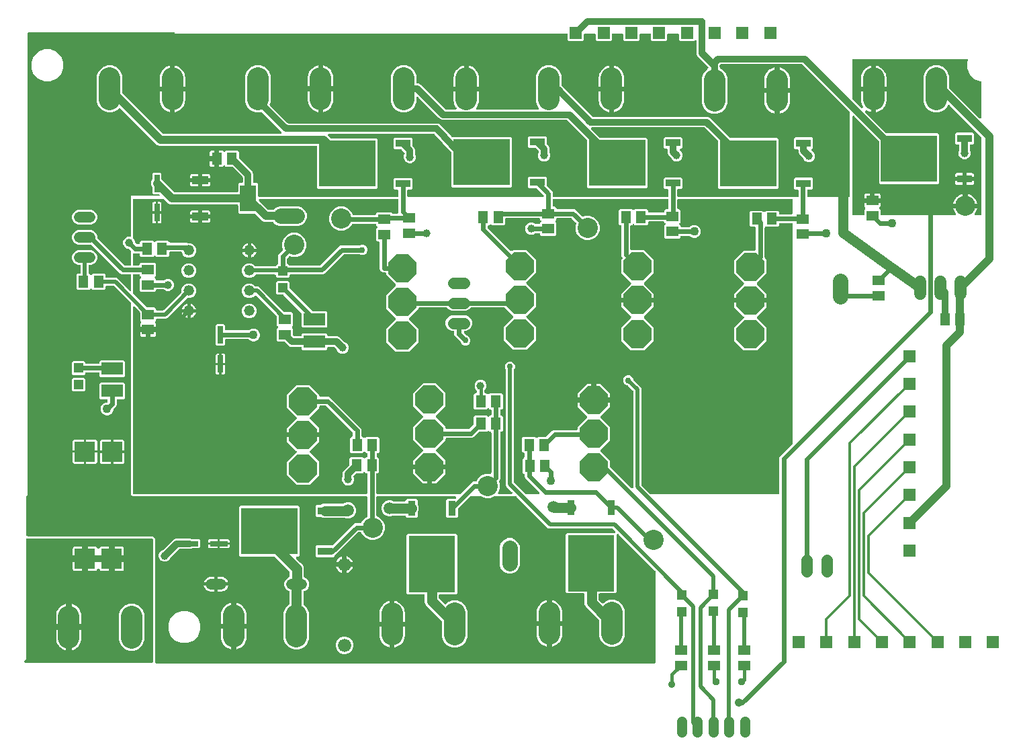
<source format=gbr>
G04 EAGLE Gerber X2 export*
%TF.Part,Single*%
%TF.FileFunction,Copper,L1,Top,Mixed*%
%TF.FilePolarity,Positive*%
%TF.GenerationSoftware,Autodesk,EAGLE,9.1.3*%
%TF.CreationDate,2019-02-26T23:33:37Z*%
G75*
%MOMM*%
%FSLAX34Y34*%
%LPD*%
%AMOC8*
5,1,8,0,0,1.08239X$1,22.5*%
G01*
%ADD10R,0.965000X1.858000*%
%ADD11R,5.873600X7.082900*%
%ADD12C,2.700000*%
%ADD13R,1.858000X0.965000*%
%ADD14R,7.082900X5.873600*%
%ADD15R,1.500000X1.300000*%
%ADD16R,2.200000X0.650000*%
%ADD17C,1.676400*%
%ADD18C,1.320800*%
%ADD19P,3.848979X8X22.500000*%
%ADD20R,1.300000X1.500000*%
%ADD21C,1.320800*%
%ADD22R,0.650000X2.200000*%
%ADD23C,2.540000*%
%ADD24C,1.981200*%
%ADD25P,3.848979X8X202.500000*%
%ADD26R,1.530000X1.530000*%
%ADD27R,1.200000X1.200000*%
%ADD28R,2.700000X1.600000*%
%ADD29C,1.308000*%
%ADD30C,1.508000*%
%ADD31R,2.024500X1.034200*%
%ADD32R,2.024500X3.334200*%
%ADD33C,1.422400*%
%ADD34R,2.550000X2.550000*%
%ADD35C,1.270000*%
%ADD36C,1.500000*%
%ADD37C,0.609600*%
%ADD38C,1.016000*%
%ADD39C,0.812800*%
%ADD40C,0.508000*%
%ADD41C,0.756400*%
%ADD42C,1.056400*%
%ADD43C,0.406400*%
%ADD44C,0.956400*%
%ADD45C,0.906400*%
%ADD46C,0.304800*%
%ADD47C,1.096400*%
%ADD48C,1.006400*%

G36*
X847026Y542480D02*
X847026Y542480D01*
X847052Y542478D01*
X847199Y542500D01*
X847346Y542517D01*
X847371Y542525D01*
X847397Y542529D01*
X847535Y542584D01*
X847674Y542634D01*
X847696Y542648D01*
X847721Y542658D01*
X847842Y542743D01*
X847967Y542823D01*
X847985Y542842D01*
X848007Y542857D01*
X848106Y542967D01*
X848209Y543074D01*
X848223Y543096D01*
X848240Y543116D01*
X848312Y543246D01*
X848388Y543373D01*
X848396Y543398D01*
X848409Y543421D01*
X848449Y543564D01*
X848494Y543705D01*
X848496Y543731D01*
X848504Y543756D01*
X848523Y544000D01*
X848523Y657761D01*
X848509Y657886D01*
X848502Y658012D01*
X848489Y658059D01*
X848483Y658107D01*
X848441Y658226D01*
X848406Y658347D01*
X848382Y658389D01*
X848366Y658435D01*
X848297Y658541D01*
X848236Y658651D01*
X848196Y658698D01*
X848177Y658728D01*
X848142Y658761D01*
X848077Y658838D01*
X801929Y704986D01*
X801851Y705048D01*
X801778Y705118D01*
X801714Y705156D01*
X801656Y705202D01*
X801565Y705245D01*
X801479Y705297D01*
X801408Y705319D01*
X801341Y705351D01*
X801243Y705372D01*
X801147Y705403D01*
X801073Y705409D01*
X801000Y705425D01*
X800900Y705423D01*
X800800Y705431D01*
X800726Y705420D01*
X800652Y705419D01*
X800555Y705394D01*
X800455Y705379D01*
X800386Y705352D01*
X800314Y705334D01*
X800224Y705288D01*
X800131Y705251D01*
X800070Y705208D01*
X800004Y705174D01*
X799927Y705109D01*
X799845Y705052D01*
X799795Y704996D01*
X799739Y704948D01*
X799679Y704867D01*
X799612Y704793D01*
X799576Y704728D01*
X799531Y704668D01*
X799492Y704576D01*
X799443Y704488D01*
X799423Y704416D01*
X799393Y704348D01*
X799376Y704249D01*
X799348Y704152D01*
X799340Y704052D01*
X799332Y704005D01*
X799334Y703969D01*
X799329Y703909D01*
X799329Y632143D01*
X797840Y630655D01*
X778184Y630655D01*
X778158Y630652D01*
X778132Y630654D01*
X777985Y630632D01*
X777838Y630615D01*
X777813Y630606D01*
X777787Y630602D01*
X777649Y630547D01*
X777510Y630497D01*
X777488Y630483D01*
X777463Y630473D01*
X777342Y630389D01*
X777217Y630308D01*
X777199Y630289D01*
X777177Y630275D01*
X777078Y630165D01*
X776975Y630058D01*
X776961Y630035D01*
X776944Y630016D01*
X776872Y629886D01*
X776796Y629759D01*
X776788Y629734D01*
X776775Y629711D01*
X776735Y629568D01*
X776690Y629427D01*
X776688Y629401D01*
X776680Y629375D01*
X776661Y629132D01*
X776661Y623114D01*
X776675Y622988D01*
X776682Y622862D01*
X776695Y622815D01*
X776701Y622767D01*
X776743Y622648D01*
X776778Y622527D01*
X776802Y622485D01*
X776818Y622439D01*
X776887Y622333D01*
X776948Y622223D01*
X776988Y622177D01*
X777007Y622146D01*
X777042Y622113D01*
X777107Y622037D01*
X780887Y618256D01*
X780908Y618240D01*
X780925Y618220D01*
X781044Y618132D01*
X781160Y618040D01*
X781184Y618028D01*
X781205Y618013D01*
X781341Y617954D01*
X781475Y617891D01*
X781501Y617885D01*
X781525Y617875D01*
X781671Y617849D01*
X781816Y617817D01*
X781842Y617818D01*
X781868Y617813D01*
X782016Y617821D01*
X782164Y617823D01*
X782190Y617830D01*
X782216Y617831D01*
X782358Y617872D01*
X782502Y617908D01*
X782526Y617920D01*
X782551Y617928D01*
X782680Y618000D01*
X782812Y618068D01*
X782832Y618085D01*
X782855Y618098D01*
X783041Y618256D01*
X784684Y619899D01*
X790579Y622341D01*
X796961Y622341D01*
X802856Y619899D01*
X807369Y615386D01*
X809811Y609491D01*
X809811Y576109D01*
X807369Y570214D01*
X802856Y565701D01*
X796961Y563259D01*
X790579Y563259D01*
X784684Y565701D01*
X780171Y570214D01*
X777729Y576109D01*
X777729Y595636D01*
X777715Y595762D01*
X777708Y595888D01*
X777695Y595935D01*
X777689Y595983D01*
X777647Y596102D01*
X777612Y596223D01*
X777588Y596265D01*
X777572Y596311D01*
X777503Y596417D01*
X777442Y596527D01*
X777402Y596574D01*
X777383Y596604D01*
X777348Y596637D01*
X777283Y596714D01*
X760233Y613764D01*
X758879Y617032D01*
X758879Y629132D01*
X758876Y629158D01*
X758878Y629184D01*
X758856Y629330D01*
X758839Y629478D01*
X758831Y629502D01*
X758827Y629528D01*
X758772Y629666D01*
X758722Y629806D01*
X758708Y629828D01*
X758698Y629852D01*
X758613Y629974D01*
X758533Y630099D01*
X758514Y630117D01*
X758499Y630138D01*
X758389Y630237D01*
X758282Y630341D01*
X758260Y630354D01*
X758240Y630372D01*
X758110Y630444D01*
X757983Y630520D01*
X757958Y630528D01*
X757935Y630540D01*
X757792Y630581D01*
X757651Y630626D01*
X757625Y630628D01*
X757600Y630635D01*
X757356Y630655D01*
X737000Y630655D01*
X735511Y632143D01*
X735511Y705077D01*
X737000Y706565D01*
X796672Y706565D01*
X796772Y706577D01*
X796872Y706578D01*
X796944Y706597D01*
X797018Y706605D01*
X797113Y706639D01*
X797210Y706663D01*
X797276Y706698D01*
X797346Y706723D01*
X797431Y706777D01*
X797520Y706823D01*
X797577Y706871D01*
X797639Y706912D01*
X797709Y706984D01*
X797785Y707049D01*
X797830Y707109D01*
X797881Y707162D01*
X797933Y707248D01*
X797993Y707329D01*
X798022Y707398D01*
X798060Y707461D01*
X798091Y707557D01*
X798131Y707649D01*
X798144Y707722D01*
X798166Y707793D01*
X798175Y707893D01*
X798192Y707992D01*
X798188Y708067D01*
X798194Y708141D01*
X798180Y708240D01*
X798174Y708340D01*
X798154Y708412D01*
X798143Y708485D01*
X798106Y708579D01*
X798078Y708675D01*
X798041Y708740D01*
X798014Y708809D01*
X797957Y708892D01*
X797908Y708979D01*
X797843Y709056D01*
X797815Y709095D01*
X797789Y709119D01*
X797749Y709166D01*
X795442Y711473D01*
X795343Y711552D01*
X795249Y711636D01*
X795206Y711660D01*
X795169Y711690D01*
X795055Y711744D01*
X794944Y711805D01*
X794897Y711818D01*
X794854Y711839D01*
X794730Y711865D01*
X794608Y711900D01*
X794548Y711905D01*
X794513Y711912D01*
X794465Y711911D01*
X794365Y711919D01*
X714989Y711919D01*
X713122Y712693D01*
X673326Y752489D01*
X673227Y752568D01*
X673133Y752652D01*
X673090Y752676D01*
X673053Y752706D01*
X672938Y752760D01*
X672828Y752821D01*
X672781Y752834D01*
X672738Y752855D01*
X672614Y752881D01*
X672492Y752916D01*
X672432Y752921D01*
X672397Y752928D01*
X672349Y752927D01*
X672249Y752935D01*
X645821Y752935D01*
X645819Y752935D01*
X645817Y752935D01*
X645639Y752914D01*
X645475Y752895D01*
X645473Y752895D01*
X645471Y752894D01*
X645238Y752819D01*
X640072Y750679D01*
X634008Y750679D01*
X628842Y752819D01*
X628840Y752820D01*
X628838Y752821D01*
X628675Y752867D01*
X628507Y752915D01*
X628505Y752915D01*
X628503Y752916D01*
X628259Y752935D01*
X615855Y752935D01*
X615729Y752921D01*
X615603Y752914D01*
X615557Y752901D01*
X615509Y752895D01*
X615390Y752853D01*
X615268Y752818D01*
X615226Y752794D01*
X615181Y752778D01*
X615074Y752709D01*
X614964Y752648D01*
X614918Y752608D01*
X614888Y752589D01*
X614854Y752554D01*
X614778Y752489D01*
X599752Y737463D01*
X599673Y737364D01*
X599589Y737270D01*
X599565Y737228D01*
X599535Y737190D01*
X599481Y737076D01*
X599420Y736965D01*
X599407Y736919D01*
X599386Y736875D01*
X599360Y736752D01*
X599325Y736630D01*
X599320Y736569D01*
X599313Y736534D01*
X599314Y736486D01*
X599306Y736386D01*
X599306Y727213D01*
X597817Y725724D01*
X586063Y725724D01*
X584574Y727213D01*
X584574Y747897D01*
X586063Y749386D01*
X595236Y749386D01*
X595362Y749400D01*
X595488Y749407D01*
X595534Y749420D01*
X595582Y749426D01*
X595701Y749468D01*
X595823Y749503D01*
X595865Y749527D01*
X595910Y749543D01*
X596017Y749612D01*
X596127Y749673D01*
X596173Y749713D01*
X596203Y749732D01*
X596237Y749767D01*
X596313Y749832D01*
X596816Y750335D01*
X596879Y750413D01*
X596948Y750486D01*
X596987Y750550D01*
X597033Y750608D01*
X597076Y750699D01*
X597127Y750785D01*
X597150Y750856D01*
X597182Y750923D01*
X597203Y751021D01*
X597234Y751117D01*
X597240Y751191D01*
X597255Y751264D01*
X597253Y751364D01*
X597262Y751464D01*
X597251Y751538D01*
X597249Y751612D01*
X597225Y751710D01*
X597210Y751809D01*
X597182Y751878D01*
X597164Y751950D01*
X597118Y752039D01*
X597081Y752133D01*
X597039Y752194D01*
X597005Y752260D01*
X596939Y752336D01*
X596882Y752419D01*
X596827Y752469D01*
X596779Y752525D01*
X596698Y752585D01*
X596623Y752652D01*
X596558Y752688D01*
X596498Y752733D01*
X596406Y752772D01*
X596318Y752821D01*
X596247Y752841D01*
X596178Y752871D01*
X596080Y752888D01*
X595983Y752916D01*
X595883Y752924D01*
X595835Y752932D01*
X595800Y752930D01*
X595739Y752935D01*
X498012Y752935D01*
X497986Y752932D01*
X497960Y752934D01*
X497813Y752912D01*
X497666Y752895D01*
X497641Y752887D01*
X497615Y752883D01*
X497477Y752828D01*
X497338Y752778D01*
X497316Y752764D01*
X497291Y752754D01*
X497170Y752669D01*
X497045Y752589D01*
X497027Y752570D01*
X497005Y752555D01*
X496906Y752445D01*
X496803Y752338D01*
X496789Y752316D01*
X496772Y752296D01*
X496700Y752166D01*
X496624Y752039D01*
X496616Y752014D01*
X496603Y751991D01*
X496563Y751848D01*
X496518Y751707D01*
X496516Y751681D01*
X496508Y751656D01*
X496489Y751412D01*
X496489Y728982D01*
X496497Y728906D01*
X496496Y728829D01*
X496517Y728733D01*
X496529Y728636D01*
X496554Y728564D01*
X496571Y728489D01*
X496613Y728400D01*
X496646Y728308D01*
X496688Y728243D01*
X496720Y728174D01*
X496782Y728097D01*
X496835Y728015D01*
X496890Y727962D01*
X496938Y727902D01*
X497015Y727841D01*
X497086Y727773D01*
X497151Y727733D01*
X497211Y727686D01*
X497345Y727618D01*
X497385Y727594D01*
X497403Y727588D01*
X497429Y727575D01*
X500553Y726280D01*
X504840Y721993D01*
X507161Y716392D01*
X507161Y710328D01*
X504840Y704727D01*
X500553Y700440D01*
X494952Y698119D01*
X488888Y698119D01*
X483287Y700440D01*
X479000Y704727D01*
X478128Y706831D01*
X478091Y706898D01*
X478063Y706969D01*
X478006Y707050D01*
X477959Y707136D01*
X477907Y707192D01*
X477864Y707255D01*
X477791Y707321D01*
X477725Y707394D01*
X477662Y707437D01*
X477605Y707488D01*
X477519Y707536D01*
X477438Y707592D01*
X477367Y707620D01*
X477300Y707657D01*
X477205Y707684D01*
X477114Y707720D01*
X477038Y707731D01*
X476964Y707752D01*
X476816Y707764D01*
X476769Y707771D01*
X476750Y707769D01*
X476721Y707771D01*
X474391Y707771D01*
X474265Y707757D01*
X474139Y707750D01*
X474093Y707737D01*
X474045Y707731D01*
X473926Y707689D01*
X473804Y707654D01*
X473762Y707630D01*
X473717Y707614D01*
X473610Y707545D01*
X473500Y707484D01*
X473454Y707444D01*
X473424Y707425D01*
X473390Y707390D01*
X473314Y707325D01*
X446627Y680639D01*
X446627Y680638D01*
X444841Y678852D01*
X444446Y678689D01*
X444379Y678652D01*
X444308Y678623D01*
X444227Y678567D01*
X444142Y678519D01*
X444085Y678468D01*
X444022Y678424D01*
X443956Y678351D01*
X443883Y678285D01*
X443840Y678222D01*
X443789Y678166D01*
X443741Y678079D01*
X443685Y677999D01*
X443657Y677927D01*
X443620Y677861D01*
X443607Y677814D01*
X442017Y676224D01*
X421333Y676224D01*
X419844Y677713D01*
X419844Y689467D01*
X421333Y690956D01*
X440506Y690956D01*
X440632Y690970D01*
X440758Y690977D01*
X440804Y690990D01*
X440852Y690996D01*
X440971Y691038D01*
X441093Y691073D01*
X441135Y691097D01*
X441180Y691113D01*
X441287Y691182D01*
X441397Y691243D01*
X441443Y691283D01*
X441473Y691302D01*
X441507Y691337D01*
X441583Y691402D01*
X466493Y716311D01*
X466493Y716312D01*
X468279Y718098D01*
X470333Y718949D01*
X476721Y718949D01*
X476797Y718957D01*
X476873Y718956D01*
X476969Y718977D01*
X477067Y718989D01*
X477139Y719014D01*
X477214Y719031D01*
X477302Y719073D01*
X477395Y719106D01*
X477459Y719148D01*
X477528Y719180D01*
X477605Y719242D01*
X477688Y719295D01*
X477741Y719350D01*
X477801Y719398D01*
X477862Y719475D01*
X477930Y719546D01*
X477969Y719611D01*
X478017Y719671D01*
X478085Y719804D01*
X478109Y719845D01*
X478115Y719863D01*
X478128Y719889D01*
X479000Y721993D01*
X483287Y726280D01*
X484371Y726730D01*
X484438Y726767D01*
X484509Y726795D01*
X484590Y726851D01*
X484676Y726899D01*
X484732Y726950D01*
X484795Y726994D01*
X484861Y727067D01*
X484934Y727133D01*
X484977Y727196D01*
X485028Y727253D01*
X485076Y727339D01*
X485132Y727420D01*
X485160Y727491D01*
X485197Y727558D01*
X485224Y727652D01*
X485260Y727744D01*
X485271Y727819D01*
X485292Y727893D01*
X485304Y728042D01*
X485311Y728089D01*
X485309Y728108D01*
X485311Y728137D01*
X485311Y751412D01*
X485308Y751438D01*
X485310Y751464D01*
X485288Y751611D01*
X485271Y751758D01*
X485263Y751783D01*
X485259Y751809D01*
X485204Y751946D01*
X485154Y752086D01*
X485140Y752108D01*
X485130Y752133D01*
X485045Y752254D01*
X484965Y752379D01*
X484946Y752397D01*
X484931Y752419D01*
X484821Y752518D01*
X484714Y752621D01*
X484692Y752635D01*
X484672Y752652D01*
X484542Y752724D01*
X484415Y752800D01*
X484390Y752808D01*
X484367Y752821D01*
X484224Y752861D01*
X484083Y752906D01*
X484057Y752908D01*
X484032Y752916D01*
X483788Y752935D01*
X189316Y752935D01*
X189175Y753077D01*
X189075Y753156D01*
X188982Y753240D01*
X188939Y753264D01*
X188902Y753294D01*
X188787Y753348D01*
X188677Y753409D01*
X188630Y753422D01*
X188586Y753443D01*
X188463Y753469D01*
X188341Y753504D01*
X188281Y753509D01*
X188246Y753516D01*
X188198Y753515D01*
X188097Y753523D01*
X187761Y753523D01*
X187761Y995448D01*
X187747Y995538D01*
X187739Y995629D01*
X187727Y995659D01*
X187722Y995691D01*
X187679Y995772D01*
X187643Y995856D01*
X187617Y995888D01*
X187606Y995908D01*
X187583Y995931D01*
X187538Y995986D01*
X165958Y1017566D01*
X165885Y1017619D01*
X165815Y1017679D01*
X165785Y1017691D01*
X165759Y1017710D01*
X165672Y1017737D01*
X165587Y1017771D01*
X165546Y1017775D01*
X165524Y1017782D01*
X165491Y1017781D01*
X165420Y1017789D01*
X156302Y1017789D01*
X156282Y1017786D01*
X156263Y1017788D01*
X156161Y1017766D01*
X156059Y1017750D01*
X156042Y1017740D01*
X156022Y1017736D01*
X155933Y1017683D01*
X155842Y1017634D01*
X155828Y1017620D01*
X155811Y1017610D01*
X155744Y1017531D01*
X155672Y1017456D01*
X155664Y1017438D01*
X155651Y1017423D01*
X155612Y1017327D01*
X155569Y1017233D01*
X155567Y1017213D01*
X155559Y1017195D01*
X155541Y1017028D01*
X155541Y1014448D01*
X154052Y1012959D01*
X138948Y1012959D01*
X137538Y1014369D01*
X137522Y1014380D01*
X137510Y1014396D01*
X137422Y1014452D01*
X137339Y1014512D01*
X137320Y1014518D01*
X137303Y1014529D01*
X137202Y1014554D01*
X137103Y1014584D01*
X137084Y1014584D01*
X137064Y1014589D01*
X136961Y1014581D01*
X136858Y1014578D01*
X136839Y1014571D01*
X136819Y1014570D01*
X136724Y1014529D01*
X136627Y1014494D01*
X136611Y1014481D01*
X136593Y1014473D01*
X136462Y1014369D01*
X135052Y1012959D01*
X119948Y1012959D01*
X118459Y1014448D01*
X118459Y1031552D01*
X119948Y1033041D01*
X123038Y1033041D01*
X123058Y1033044D01*
X123077Y1033042D01*
X123179Y1033064D01*
X123281Y1033080D01*
X123298Y1033090D01*
X123318Y1033094D01*
X123407Y1033147D01*
X123498Y1033196D01*
X123512Y1033210D01*
X123529Y1033220D01*
X123596Y1033299D01*
X123668Y1033374D01*
X123676Y1033392D01*
X123689Y1033407D01*
X123728Y1033503D01*
X123771Y1033597D01*
X123773Y1033617D01*
X123781Y1033635D01*
X123799Y1033802D01*
X123799Y1043764D01*
X123796Y1043784D01*
X123798Y1043803D01*
X123776Y1043905D01*
X123760Y1044007D01*
X123750Y1044024D01*
X123746Y1044044D01*
X123693Y1044133D01*
X123644Y1044224D01*
X123630Y1044238D01*
X123620Y1044255D01*
X123541Y1044322D01*
X123466Y1044394D01*
X123448Y1044402D01*
X123433Y1044415D01*
X123337Y1044454D01*
X123243Y1044497D01*
X123223Y1044499D01*
X123205Y1044507D01*
X123038Y1044525D01*
X120457Y1044525D01*
X117096Y1045917D01*
X114523Y1048490D01*
X113131Y1051851D01*
X113131Y1055489D01*
X114523Y1058850D01*
X117096Y1061423D01*
X120457Y1062815D01*
X137303Y1062815D01*
X140664Y1061423D01*
X143237Y1058850D01*
X144629Y1055489D01*
X144629Y1051851D01*
X143237Y1048490D01*
X140664Y1045917D01*
X137303Y1044525D01*
X134722Y1044525D01*
X134702Y1044522D01*
X134683Y1044524D01*
X134581Y1044502D01*
X134479Y1044486D01*
X134462Y1044476D01*
X134442Y1044472D01*
X134353Y1044419D01*
X134262Y1044370D01*
X134248Y1044356D01*
X134231Y1044346D01*
X134164Y1044267D01*
X134092Y1044192D01*
X134084Y1044174D01*
X134071Y1044159D01*
X134032Y1044063D01*
X133989Y1043969D01*
X133987Y1043949D01*
X133979Y1043931D01*
X133961Y1043764D01*
X133961Y1033802D01*
X133964Y1033782D01*
X133962Y1033763D01*
X133984Y1033661D01*
X134000Y1033559D01*
X134010Y1033542D01*
X134014Y1033522D01*
X134067Y1033433D01*
X134116Y1033342D01*
X134130Y1033328D01*
X134140Y1033311D01*
X134219Y1033244D01*
X134294Y1033172D01*
X134312Y1033164D01*
X134327Y1033151D01*
X134423Y1033112D01*
X134517Y1033069D01*
X134537Y1033067D01*
X134555Y1033059D01*
X134722Y1033041D01*
X135052Y1033041D01*
X136462Y1031631D01*
X136478Y1031620D01*
X136490Y1031604D01*
X136578Y1031548D01*
X136661Y1031488D01*
X136680Y1031482D01*
X136697Y1031471D01*
X136798Y1031446D01*
X136897Y1031416D01*
X136916Y1031416D01*
X136936Y1031411D01*
X137039Y1031419D01*
X137142Y1031422D01*
X137161Y1031429D01*
X137181Y1031430D01*
X137276Y1031471D01*
X137373Y1031506D01*
X137389Y1031519D01*
X137407Y1031527D01*
X137538Y1031631D01*
X138948Y1033041D01*
X154052Y1033041D01*
X155541Y1031552D01*
X155541Y1028712D01*
X155544Y1028692D01*
X155542Y1028673D01*
X155564Y1028571D01*
X155580Y1028469D01*
X155590Y1028452D01*
X155594Y1028432D01*
X155647Y1028343D01*
X155696Y1028252D01*
X155710Y1028238D01*
X155720Y1028221D01*
X155799Y1028154D01*
X155874Y1028082D01*
X155892Y1028074D01*
X155907Y1028061D01*
X156003Y1028022D01*
X156097Y1027979D01*
X156117Y1027977D01*
X156135Y1027969D01*
X156302Y1027951D01*
X169945Y1027951D01*
X186462Y1011434D01*
X186520Y1011392D01*
X186572Y1011342D01*
X186619Y1011320D01*
X186661Y1011290D01*
X186730Y1011269D01*
X186795Y1011239D01*
X186847Y1011233D01*
X186897Y1011218D01*
X186968Y1011219D01*
X187039Y1011212D01*
X187090Y1011223D01*
X187142Y1011224D01*
X187210Y1011249D01*
X187280Y1011264D01*
X187324Y1011291D01*
X187373Y1011308D01*
X187429Y1011353D01*
X187491Y1011390D01*
X187525Y1011430D01*
X187565Y1011462D01*
X187604Y1011522D01*
X187651Y1011577D01*
X187670Y1011625D01*
X187698Y1011669D01*
X187716Y1011739D01*
X187743Y1011805D01*
X187751Y1011876D01*
X187759Y1011908D01*
X187757Y1011931D01*
X187761Y1011972D01*
X187761Y1031720D01*
X187758Y1031740D01*
X187760Y1031759D01*
X187738Y1031861D01*
X187722Y1031963D01*
X187712Y1031980D01*
X187708Y1032000D01*
X187655Y1032089D01*
X187606Y1032180D01*
X187592Y1032194D01*
X187582Y1032211D01*
X187503Y1032278D01*
X187428Y1032350D01*
X187410Y1032358D01*
X187395Y1032371D01*
X187299Y1032410D01*
X187205Y1032453D01*
X187185Y1032455D01*
X187167Y1032463D01*
X187000Y1032481D01*
X175768Y1032481D01*
X173714Y1033332D01*
X137344Y1069702D01*
X137270Y1069755D01*
X137201Y1069815D01*
X137170Y1069827D01*
X137144Y1069846D01*
X137057Y1069873D01*
X136972Y1069907D01*
X136932Y1069911D01*
X136909Y1069918D01*
X136877Y1069917D01*
X136806Y1069925D01*
X120457Y1069925D01*
X117096Y1071317D01*
X114523Y1073890D01*
X113131Y1077251D01*
X113131Y1080889D01*
X114523Y1084250D01*
X117096Y1086823D01*
X120457Y1088215D01*
X137303Y1088215D01*
X140664Y1086823D01*
X143237Y1084250D01*
X144629Y1080889D01*
X144629Y1078540D01*
X144643Y1078450D01*
X144651Y1078359D01*
X144663Y1078329D01*
X144668Y1078298D01*
X144711Y1078217D01*
X144747Y1078133D01*
X144773Y1078101D01*
X144784Y1078080D01*
X144807Y1078058D01*
X144852Y1078002D01*
X178972Y1043882D01*
X179046Y1043829D01*
X179115Y1043769D01*
X179146Y1043757D01*
X179172Y1043738D01*
X179259Y1043711D01*
X179344Y1043677D01*
X179384Y1043673D01*
X179407Y1043666D01*
X179439Y1043667D01*
X179510Y1043659D01*
X187000Y1043659D01*
X187020Y1043662D01*
X187039Y1043660D01*
X187141Y1043682D01*
X187243Y1043698D01*
X187260Y1043708D01*
X187280Y1043712D01*
X187369Y1043765D01*
X187460Y1043814D01*
X187474Y1043828D01*
X187491Y1043838D01*
X187558Y1043917D01*
X187630Y1043992D01*
X187638Y1044010D01*
X187651Y1044025D01*
X187690Y1044121D01*
X187733Y1044215D01*
X187735Y1044235D01*
X187743Y1044253D01*
X187761Y1044420D01*
X187761Y1061020D01*
X187747Y1061110D01*
X187739Y1061201D01*
X187727Y1061231D01*
X187722Y1061263D01*
X187679Y1061343D01*
X187643Y1061427D01*
X187617Y1061459D01*
X187606Y1061480D01*
X187583Y1061502D01*
X187538Y1061558D01*
X184892Y1064204D01*
X184818Y1064257D01*
X184749Y1064317D01*
X184719Y1064329D01*
X184692Y1064348D01*
X184605Y1064375D01*
X184520Y1064409D01*
X184480Y1064413D01*
X184457Y1064420D01*
X184425Y1064419D01*
X184354Y1064427D01*
X183494Y1064427D01*
X180710Y1065580D01*
X178580Y1067710D01*
X177427Y1070494D01*
X177427Y1073506D01*
X178580Y1076290D01*
X180710Y1078420D01*
X183494Y1079573D01*
X186506Y1079573D01*
X186709Y1079489D01*
X186753Y1079478D01*
X186795Y1079459D01*
X186872Y1079451D01*
X186948Y1079433D01*
X186994Y1079437D01*
X187039Y1079432D01*
X187116Y1079449D01*
X187193Y1079456D01*
X187235Y1079474D01*
X187280Y1079484D01*
X187347Y1079524D01*
X187418Y1079556D01*
X187452Y1079587D01*
X187491Y1079610D01*
X187542Y1079670D01*
X187599Y1079722D01*
X187621Y1079762D01*
X187651Y1079797D01*
X187680Y1079870D01*
X187717Y1079938D01*
X187726Y1079983D01*
X187743Y1080025D01*
X187758Y1080161D01*
X187761Y1080180D01*
X187760Y1080185D01*
X187761Y1080192D01*
X187761Y1131239D01*
X223146Y1131239D01*
X223217Y1131250D01*
X223289Y1131252D01*
X223338Y1131270D01*
X223389Y1131279D01*
X223452Y1131312D01*
X223520Y1131337D01*
X223560Y1131369D01*
X223606Y1131394D01*
X223656Y1131446D01*
X223712Y1131490D01*
X223740Y1131534D01*
X223776Y1131572D01*
X223806Y1131637D01*
X223845Y1131697D01*
X223857Y1131748D01*
X223879Y1131795D01*
X223887Y1131866D01*
X223905Y1131936D01*
X223901Y1131988D01*
X223906Y1132039D01*
X223891Y1132110D01*
X223886Y1132181D01*
X223865Y1132229D01*
X223854Y1132280D01*
X223817Y1132341D01*
X223789Y1132407D01*
X223744Y1132463D01*
X223728Y1132491D01*
X223710Y1132506D01*
X223684Y1132538D01*
X222986Y1133236D01*
X222912Y1133290D01*
X222843Y1133349D01*
X222813Y1133361D01*
X222787Y1133380D01*
X222700Y1133407D01*
X222615Y1133441D01*
X222574Y1133445D01*
X222552Y1133452D01*
X222519Y1133451D01*
X222448Y1133459D01*
X215698Y1133459D01*
X214209Y1134948D01*
X214209Y1141698D01*
X214195Y1141788D01*
X214187Y1141879D01*
X214175Y1141909D01*
X214170Y1141941D01*
X214127Y1142022D01*
X214091Y1142105D01*
X214065Y1142138D01*
X214054Y1142158D01*
X214031Y1142180D01*
X213986Y1142236D01*
X213539Y1142683D01*
X212379Y1145484D01*
X212379Y1148516D01*
X213539Y1151317D01*
X213986Y1151764D01*
X214039Y1151838D01*
X214099Y1151907D01*
X214111Y1151937D01*
X214130Y1151963D01*
X214157Y1152050D01*
X214191Y1152135D01*
X214195Y1152176D01*
X214202Y1152198D01*
X214201Y1152231D01*
X214209Y1152302D01*
X214209Y1159052D01*
X215698Y1160541D01*
X224302Y1160541D01*
X225791Y1159052D01*
X225791Y1152302D01*
X225805Y1152212D01*
X225813Y1152121D01*
X225825Y1152091D01*
X225830Y1152059D01*
X225873Y1151978D01*
X225909Y1151895D01*
X225935Y1151862D01*
X225946Y1151842D01*
X225969Y1151820D01*
X226014Y1151764D01*
X241462Y1136316D01*
X241710Y1136067D01*
X241809Y1135988D01*
X241903Y1135904D01*
X241946Y1135880D01*
X241983Y1135850D01*
X242098Y1135796D01*
X242208Y1135735D01*
X242255Y1135722D01*
X242299Y1135701D01*
X242422Y1135675D01*
X242544Y1135640D01*
X242605Y1135635D01*
X242639Y1135628D01*
X242687Y1135629D01*
X242788Y1135621D01*
X262635Y1135621D01*
X262761Y1135635D01*
X262887Y1135642D01*
X262933Y1135655D01*
X262981Y1135661D01*
X263100Y1135703D01*
X263130Y1135712D01*
X285918Y1135712D01*
X285940Y1135701D01*
X286063Y1135675D01*
X286185Y1135640D01*
X286246Y1135635D01*
X286281Y1135628D01*
X286329Y1135629D01*
X286429Y1135621D01*
X320882Y1135621D01*
X320908Y1135624D01*
X320934Y1135622D01*
X321080Y1135644D01*
X321228Y1135661D01*
X321252Y1135669D01*
X321278Y1135673D01*
X321416Y1135728D01*
X321556Y1135778D01*
X321578Y1135792D01*
X321602Y1135802D01*
X321724Y1135887D01*
X321849Y1135967D01*
X321867Y1135986D01*
X321888Y1136001D01*
X321987Y1136110D01*
X322091Y1136218D01*
X322104Y1136240D01*
X322122Y1136260D01*
X322194Y1136390D01*
X322270Y1136517D01*
X322278Y1136542D01*
X322290Y1136565D01*
X322331Y1136708D01*
X322376Y1136849D01*
X322378Y1136875D01*
X322385Y1136900D01*
X322405Y1137144D01*
X322405Y1145723D01*
X323893Y1147212D01*
X326940Y1147212D01*
X326966Y1147215D01*
X326992Y1147213D01*
X327139Y1147235D01*
X327286Y1147252D01*
X327311Y1147260D01*
X327337Y1147264D01*
X327475Y1147319D01*
X327614Y1147369D01*
X327636Y1147383D01*
X327661Y1147393D01*
X327782Y1147478D01*
X327907Y1147558D01*
X327925Y1147577D01*
X327947Y1147592D01*
X328046Y1147702D01*
X328149Y1147809D01*
X328163Y1147831D01*
X328180Y1147851D01*
X328252Y1147981D01*
X328328Y1148108D01*
X328336Y1148133D01*
X328349Y1148156D01*
X328389Y1148299D01*
X328434Y1148440D01*
X328436Y1148466D01*
X328444Y1148491D01*
X328463Y1148735D01*
X328463Y1154065D01*
X328449Y1154191D01*
X328442Y1154317D01*
X328429Y1154363D01*
X328423Y1154411D01*
X328381Y1154530D01*
X328346Y1154652D01*
X328322Y1154694D01*
X328306Y1154740D01*
X328237Y1154846D01*
X328176Y1154956D01*
X328136Y1155002D01*
X328117Y1155032D01*
X328082Y1155066D01*
X328017Y1155142D01*
X315646Y1167513D01*
X315547Y1167592D01*
X315454Y1167676D01*
X315411Y1167700D01*
X315373Y1167730D01*
X315259Y1167784D01*
X315148Y1167845D01*
X315102Y1167858D01*
X315058Y1167879D01*
X314935Y1167905D01*
X314813Y1167940D01*
X314752Y1167945D01*
X314718Y1167952D01*
X314670Y1167951D01*
X314569Y1167959D01*
X306948Y1167959D01*
X306077Y1168830D01*
X306057Y1168846D01*
X306040Y1168866D01*
X305920Y1168954D01*
X305804Y1169046D01*
X305780Y1169058D01*
X305759Y1169073D01*
X305623Y1169132D01*
X305489Y1169195D01*
X305463Y1169201D01*
X305439Y1169211D01*
X305293Y1169238D01*
X305148Y1169269D01*
X305122Y1169268D01*
X305096Y1169273D01*
X304948Y1169265D01*
X304800Y1169263D01*
X304774Y1169256D01*
X304748Y1169255D01*
X304606Y1169214D01*
X304462Y1169178D01*
X304438Y1169166D01*
X304413Y1169158D01*
X304284Y1169086D01*
X304152Y1169018D01*
X304132Y1169001D01*
X304109Y1168988D01*
X303923Y1168830D01*
X303560Y1168467D01*
X302981Y1168132D01*
X302335Y1167959D01*
X298547Y1167959D01*
X298547Y1176476D01*
X298544Y1176502D01*
X298546Y1176528D01*
X298524Y1176675D01*
X298507Y1176822D01*
X298498Y1176847D01*
X298495Y1176873D01*
X298440Y1177011D01*
X298390Y1177150D01*
X298376Y1177172D01*
X298366Y1177197D01*
X298281Y1177318D01*
X298201Y1177443D01*
X298182Y1177461D01*
X298167Y1177483D01*
X298057Y1177582D01*
X297950Y1177685D01*
X297928Y1177699D01*
X297908Y1177716D01*
X297778Y1177788D01*
X297651Y1177864D01*
X297626Y1177872D01*
X297603Y1177885D01*
X297460Y1177925D01*
X297319Y1177970D01*
X297293Y1177972D01*
X297268Y1177980D01*
X297024Y1177999D01*
X295499Y1177999D01*
X295499Y1178001D01*
X297024Y1178001D01*
X297050Y1178004D01*
X297076Y1178002D01*
X297223Y1178024D01*
X297370Y1178041D01*
X297395Y1178050D01*
X297421Y1178053D01*
X297559Y1178108D01*
X297698Y1178158D01*
X297720Y1178172D01*
X297745Y1178182D01*
X297866Y1178267D01*
X297991Y1178347D01*
X298009Y1178366D01*
X298031Y1178381D01*
X298130Y1178491D01*
X298233Y1178598D01*
X298247Y1178620D01*
X298264Y1178640D01*
X298336Y1178770D01*
X298412Y1178897D01*
X298420Y1178922D01*
X298433Y1178945D01*
X298473Y1179088D01*
X298518Y1179229D01*
X298520Y1179255D01*
X298528Y1179280D01*
X298547Y1179524D01*
X298547Y1188041D01*
X302335Y1188041D01*
X302981Y1187868D01*
X303560Y1187533D01*
X303923Y1187170D01*
X303943Y1187154D01*
X303960Y1187134D01*
X304080Y1187046D01*
X304196Y1186954D01*
X304220Y1186942D01*
X304241Y1186927D01*
X304377Y1186868D01*
X304511Y1186805D01*
X304537Y1186799D01*
X304561Y1186789D01*
X304707Y1186763D01*
X304852Y1186731D01*
X304878Y1186732D01*
X304904Y1186727D01*
X305052Y1186735D01*
X305200Y1186737D01*
X305226Y1186744D01*
X305252Y1186745D01*
X305394Y1186786D01*
X305538Y1186822D01*
X305561Y1186834D01*
X305587Y1186842D01*
X305716Y1186914D01*
X305848Y1186982D01*
X305868Y1186999D01*
X305891Y1187012D01*
X306077Y1187170D01*
X306948Y1188041D01*
X322052Y1188041D01*
X323541Y1186552D01*
X323541Y1178931D01*
X323555Y1178805D01*
X323562Y1178679D01*
X323575Y1178632D01*
X323581Y1178584D01*
X323623Y1178466D01*
X323658Y1178344D01*
X323682Y1178302D01*
X323698Y1178256D01*
X323767Y1178150D01*
X323828Y1178040D01*
X323868Y1177994D01*
X323887Y1177964D01*
X323922Y1177930D01*
X323987Y1177854D01*
X338595Y1163245D01*
X340667Y1161173D01*
X341673Y1158746D01*
X341673Y1148735D01*
X341676Y1148709D01*
X341674Y1148683D01*
X341696Y1148536D01*
X341713Y1148389D01*
X341721Y1148364D01*
X341725Y1148338D01*
X341780Y1148200D01*
X341830Y1148061D01*
X341844Y1148039D01*
X341854Y1148014D01*
X341939Y1147893D01*
X342019Y1147768D01*
X342038Y1147750D01*
X342053Y1147728D01*
X342163Y1147629D01*
X342270Y1147526D01*
X342292Y1147512D01*
X342312Y1147495D01*
X342442Y1147423D01*
X342569Y1147347D01*
X342594Y1147339D01*
X342617Y1147326D01*
X342760Y1147286D01*
X342901Y1147241D01*
X342927Y1147239D01*
X342952Y1147231D01*
X343196Y1147212D01*
X346243Y1147212D01*
X347731Y1145723D01*
X347731Y1131000D01*
X347734Y1130974D01*
X347732Y1130948D01*
X347754Y1130801D01*
X347771Y1130654D01*
X347780Y1130629D01*
X347784Y1130603D01*
X347839Y1130465D01*
X347889Y1130326D01*
X347903Y1130304D01*
X347913Y1130279D01*
X347997Y1130158D01*
X348078Y1130033D01*
X348097Y1130015D01*
X348111Y1129993D01*
X348221Y1129894D01*
X348328Y1129791D01*
X348351Y1129777D01*
X348370Y1129760D01*
X348500Y1129688D01*
X348627Y1129612D01*
X348652Y1129604D01*
X348675Y1129591D01*
X348818Y1129551D01*
X348959Y1129506D01*
X348985Y1129504D01*
X349011Y1129496D01*
X349254Y1129477D01*
X522880Y1129477D01*
X522906Y1129480D01*
X522932Y1129478D01*
X523079Y1129500D01*
X523226Y1129517D01*
X523251Y1129525D01*
X523277Y1129529D01*
X523414Y1129584D01*
X523554Y1129634D01*
X523576Y1129648D01*
X523601Y1129658D01*
X523722Y1129743D01*
X523847Y1129823D01*
X523865Y1129842D01*
X523887Y1129857D01*
X523986Y1129967D01*
X524089Y1130074D01*
X524103Y1130096D01*
X524120Y1130116D01*
X524192Y1130246D01*
X524268Y1130373D01*
X524276Y1130398D01*
X524289Y1130421D01*
X524329Y1130564D01*
X524374Y1130705D01*
X524376Y1130731D01*
X524383Y1130756D01*
X524403Y1131000D01*
X524403Y1137431D01*
X524400Y1137457D01*
X524402Y1137483D01*
X524380Y1137629D01*
X524363Y1137777D01*
X524354Y1137802D01*
X524350Y1137828D01*
X524296Y1137966D01*
X524246Y1138105D01*
X524231Y1138127D01*
X524222Y1138152D01*
X524137Y1138273D01*
X524057Y1138398D01*
X524038Y1138416D01*
X524023Y1138438D01*
X523913Y1138537D01*
X523806Y1138640D01*
X523783Y1138654D01*
X523764Y1138671D01*
X523634Y1138743D01*
X523507Y1138819D01*
X523482Y1138827D01*
X523459Y1138840D01*
X523316Y1138880D01*
X523175Y1138925D01*
X523149Y1138927D01*
X523124Y1138935D01*
X522880Y1138954D01*
X519649Y1138954D01*
X518161Y1140443D01*
X518161Y1152197D01*
X519649Y1153686D01*
X540334Y1153686D01*
X541823Y1152197D01*
X541823Y1140443D01*
X540334Y1138954D01*
X537104Y1138954D01*
X537078Y1138951D01*
X537052Y1138953D01*
X536905Y1138931D01*
X536758Y1138914D01*
X536733Y1138906D01*
X536707Y1138902D01*
X536569Y1138847D01*
X536429Y1138797D01*
X536407Y1138783D01*
X536383Y1138773D01*
X536262Y1138688D01*
X536137Y1138608D01*
X536118Y1138589D01*
X536097Y1138574D01*
X535998Y1138464D01*
X535894Y1138357D01*
X535881Y1138335D01*
X535863Y1138315D01*
X535792Y1138185D01*
X535716Y1138058D01*
X535708Y1138033D01*
X535695Y1138010D01*
X535655Y1137867D01*
X535609Y1137726D01*
X535607Y1137700D01*
X535600Y1137675D01*
X535581Y1137431D01*
X535581Y1131000D01*
X535584Y1130974D01*
X535581Y1130948D01*
X535603Y1130801D01*
X535620Y1130654D01*
X535629Y1130629D01*
X535633Y1130603D01*
X535688Y1130465D01*
X535738Y1130326D01*
X535752Y1130304D01*
X535762Y1130279D01*
X535846Y1130158D01*
X535927Y1130033D01*
X535946Y1130015D01*
X535961Y1129993D01*
X536071Y1129894D01*
X536178Y1129791D01*
X536200Y1129777D01*
X536220Y1129760D01*
X536349Y1129688D01*
X536477Y1129612D01*
X536502Y1129604D01*
X536525Y1129591D01*
X536668Y1129551D01*
X536809Y1129506D01*
X536835Y1129504D01*
X536860Y1129496D01*
X537104Y1129477D01*
X706180Y1129477D01*
X706206Y1129480D01*
X706232Y1129478D01*
X706379Y1129500D01*
X706526Y1129517D01*
X706550Y1129525D01*
X706576Y1129529D01*
X706714Y1129584D01*
X706854Y1129634D01*
X706876Y1129648D01*
X706900Y1129658D01*
X707022Y1129743D01*
X707147Y1129823D01*
X707165Y1129842D01*
X707186Y1129857D01*
X707286Y1129967D01*
X707389Y1130074D01*
X707402Y1130096D01*
X707420Y1130116D01*
X707492Y1130246D01*
X707568Y1130373D01*
X707576Y1130398D01*
X707588Y1130421D01*
X707629Y1130564D01*
X707674Y1130705D01*
X707676Y1130731D01*
X707683Y1130756D01*
X707703Y1131000D01*
X707703Y1131218D01*
X707688Y1131343D01*
X707682Y1131469D01*
X707668Y1131516D01*
X707663Y1131564D01*
X707620Y1131683D01*
X707585Y1131804D01*
X707562Y1131846D01*
X707545Y1131892D01*
X707477Y1131998D01*
X707415Y1132108D01*
X707376Y1132155D01*
X707356Y1132185D01*
X707322Y1132218D01*
X707257Y1132295D01*
X699243Y1140308D01*
X699144Y1140387D01*
X699050Y1140471D01*
X699008Y1140495D01*
X698970Y1140525D01*
X698856Y1140579D01*
X698745Y1140640D01*
X698699Y1140653D01*
X698655Y1140674D01*
X698532Y1140700D01*
X698410Y1140735D01*
X698349Y1140740D01*
X698314Y1140747D01*
X698266Y1140746D01*
X698166Y1140754D01*
X688993Y1140754D01*
X687504Y1142243D01*
X687504Y1153997D01*
X688993Y1155486D01*
X709677Y1155486D01*
X711166Y1153997D01*
X711166Y1144824D01*
X711180Y1144698D01*
X711187Y1144572D01*
X711200Y1144526D01*
X711206Y1144478D01*
X711248Y1144359D01*
X711283Y1144237D01*
X711307Y1144195D01*
X711323Y1144150D01*
X711392Y1144043D01*
X711453Y1143933D01*
X711493Y1143887D01*
X711512Y1143857D01*
X711547Y1143823D01*
X711612Y1143747D01*
X718029Y1137329D01*
X718880Y1135275D01*
X718880Y1131000D01*
X718883Y1130974D01*
X718881Y1130948D01*
X718903Y1130801D01*
X718920Y1130654D01*
X718929Y1130629D01*
X718933Y1130603D01*
X718988Y1130465D01*
X719038Y1130326D01*
X719052Y1130304D01*
X719062Y1130279D01*
X719146Y1130158D01*
X719227Y1130033D01*
X719246Y1130015D01*
X719261Y1129993D01*
X719370Y1129894D01*
X719477Y1129791D01*
X719500Y1129777D01*
X719519Y1129760D01*
X719649Y1129688D01*
X719776Y1129612D01*
X719801Y1129604D01*
X719824Y1129591D01*
X719967Y1129551D01*
X720108Y1129506D01*
X720134Y1129504D01*
X720160Y1129496D01*
X720404Y1129477D01*
X863323Y1129477D01*
X863349Y1129480D01*
X863375Y1129478D01*
X863522Y1129500D01*
X863669Y1129517D01*
X863694Y1129525D01*
X863720Y1129529D01*
X863858Y1129584D01*
X863997Y1129634D01*
X864019Y1129648D01*
X864044Y1129658D01*
X864165Y1129743D01*
X864290Y1129823D01*
X864308Y1129842D01*
X864330Y1129857D01*
X864429Y1129967D01*
X864532Y1130074D01*
X864546Y1130096D01*
X864563Y1130116D01*
X864635Y1130246D01*
X864711Y1130373D01*
X864719Y1130398D01*
X864732Y1130421D01*
X864772Y1130564D01*
X864817Y1130705D01*
X864819Y1130731D01*
X864827Y1130756D01*
X864846Y1131000D01*
X864846Y1138231D01*
X864843Y1138257D01*
X864845Y1138283D01*
X864823Y1138430D01*
X864806Y1138577D01*
X864798Y1138602D01*
X864794Y1138628D01*
X864739Y1138766D01*
X864689Y1138905D01*
X864675Y1138927D01*
X864665Y1138952D01*
X864580Y1139073D01*
X864500Y1139198D01*
X864481Y1139216D01*
X864466Y1139238D01*
X864356Y1139337D01*
X864249Y1139440D01*
X864227Y1139454D01*
X864207Y1139471D01*
X864077Y1139543D01*
X863950Y1139619D01*
X863925Y1139627D01*
X863902Y1139640D01*
X863759Y1139680D01*
X863618Y1139725D01*
X863592Y1139727D01*
X863567Y1139735D01*
X863323Y1139754D01*
X860093Y1139754D01*
X858604Y1141243D01*
X858604Y1152997D01*
X860093Y1154486D01*
X880777Y1154486D01*
X882266Y1152997D01*
X882266Y1141243D01*
X880777Y1139754D01*
X877547Y1139754D01*
X877521Y1139751D01*
X877495Y1139753D01*
X877348Y1139731D01*
X877201Y1139714D01*
X877176Y1139706D01*
X877150Y1139702D01*
X877012Y1139647D01*
X876873Y1139597D01*
X876851Y1139583D01*
X876826Y1139573D01*
X876705Y1139488D01*
X876580Y1139408D01*
X876562Y1139389D01*
X876540Y1139374D01*
X876441Y1139264D01*
X876338Y1139157D01*
X876324Y1139135D01*
X876307Y1139115D01*
X876235Y1138985D01*
X876159Y1138858D01*
X876151Y1138833D01*
X876138Y1138810D01*
X876098Y1138667D01*
X876053Y1138526D01*
X876051Y1138500D01*
X876043Y1138475D01*
X876024Y1138231D01*
X876024Y1131000D01*
X876027Y1130974D01*
X876025Y1130948D01*
X876047Y1130801D01*
X876064Y1130654D01*
X876072Y1130629D01*
X876076Y1130603D01*
X876131Y1130465D01*
X876181Y1130326D01*
X876195Y1130304D01*
X876205Y1130279D01*
X876290Y1130158D01*
X876370Y1130033D01*
X876389Y1130015D01*
X876404Y1129993D01*
X876514Y1129894D01*
X876621Y1129791D01*
X876643Y1129777D01*
X876663Y1129760D01*
X876793Y1129688D01*
X876920Y1129612D01*
X876945Y1129604D01*
X876968Y1129591D01*
X877111Y1129551D01*
X877252Y1129506D01*
X877278Y1129504D01*
X877303Y1129496D01*
X877547Y1129477D01*
X1027238Y1129477D01*
X1027264Y1129480D01*
X1027290Y1129478D01*
X1027437Y1129500D01*
X1027584Y1129517D01*
X1027609Y1129525D01*
X1027635Y1129529D01*
X1027773Y1129584D01*
X1027912Y1129634D01*
X1027934Y1129648D01*
X1027959Y1129658D01*
X1028080Y1129743D01*
X1028205Y1129823D01*
X1028223Y1129842D01*
X1028245Y1129857D01*
X1028344Y1129967D01*
X1028447Y1130074D01*
X1028461Y1130096D01*
X1028478Y1130116D01*
X1028550Y1130246D01*
X1028626Y1130373D01*
X1028634Y1130398D01*
X1028647Y1130421D01*
X1028687Y1130564D01*
X1028732Y1130705D01*
X1028734Y1130731D01*
X1028742Y1130756D01*
X1028761Y1131000D01*
X1028761Y1137631D01*
X1028758Y1137657D01*
X1028760Y1137683D01*
X1028738Y1137830D01*
X1028721Y1137977D01*
X1028713Y1138002D01*
X1028709Y1138028D01*
X1028654Y1138166D01*
X1028604Y1138305D01*
X1028590Y1138327D01*
X1028580Y1138352D01*
X1028495Y1138473D01*
X1028415Y1138598D01*
X1028396Y1138616D01*
X1028381Y1138638D01*
X1028271Y1138737D01*
X1028164Y1138840D01*
X1028142Y1138854D01*
X1028122Y1138871D01*
X1027992Y1138943D01*
X1027865Y1139019D01*
X1027840Y1139027D01*
X1027817Y1139040D01*
X1027674Y1139080D01*
X1027533Y1139125D01*
X1027507Y1139127D01*
X1027482Y1139135D01*
X1027238Y1139154D01*
X1024833Y1139154D01*
X1023344Y1140643D01*
X1023344Y1152397D01*
X1024833Y1153886D01*
X1045517Y1153886D01*
X1047006Y1152397D01*
X1047006Y1140643D01*
X1045517Y1139154D01*
X1041462Y1139154D01*
X1041436Y1139151D01*
X1041410Y1139153D01*
X1041263Y1139131D01*
X1041116Y1139114D01*
X1041091Y1139106D01*
X1041065Y1139102D01*
X1040927Y1139047D01*
X1040788Y1138997D01*
X1040766Y1138983D01*
X1040741Y1138973D01*
X1040620Y1138888D01*
X1040495Y1138808D01*
X1040477Y1138789D01*
X1040455Y1138774D01*
X1040356Y1138664D01*
X1040253Y1138557D01*
X1040239Y1138535D01*
X1040222Y1138515D01*
X1040150Y1138385D01*
X1040074Y1138258D01*
X1040066Y1138233D01*
X1040053Y1138210D01*
X1040013Y1138067D01*
X1039968Y1137926D01*
X1039966Y1137900D01*
X1039958Y1137875D01*
X1039939Y1137631D01*
X1039939Y1131000D01*
X1039942Y1130974D01*
X1039940Y1130948D01*
X1039962Y1130801D01*
X1039979Y1130654D01*
X1039987Y1130629D01*
X1039991Y1130603D01*
X1040046Y1130465D01*
X1040096Y1130326D01*
X1040110Y1130304D01*
X1040120Y1130279D01*
X1040205Y1130158D01*
X1040285Y1130033D01*
X1040304Y1130015D01*
X1040319Y1129993D01*
X1040429Y1129894D01*
X1040536Y1129791D01*
X1040558Y1129777D01*
X1040578Y1129760D01*
X1040708Y1129688D01*
X1040835Y1129612D01*
X1040860Y1129604D01*
X1040883Y1129591D01*
X1041026Y1129551D01*
X1041167Y1129506D01*
X1041193Y1129504D01*
X1041218Y1129496D01*
X1041462Y1129477D01*
X1092000Y1129477D01*
X1092026Y1129480D01*
X1092052Y1129478D01*
X1092199Y1129500D01*
X1092346Y1129517D01*
X1092371Y1129525D01*
X1092397Y1129529D01*
X1092535Y1129584D01*
X1092674Y1129634D01*
X1092696Y1129648D01*
X1092721Y1129658D01*
X1092842Y1129743D01*
X1092967Y1129823D01*
X1092985Y1129842D01*
X1093007Y1129857D01*
X1093106Y1129967D01*
X1093209Y1130074D01*
X1093223Y1130096D01*
X1093240Y1130116D01*
X1093312Y1130246D01*
X1093388Y1130373D01*
X1093396Y1130398D01*
X1093409Y1130421D01*
X1093449Y1130564D01*
X1093494Y1130705D01*
X1093496Y1130731D01*
X1093504Y1130756D01*
X1093523Y1131000D01*
X1093523Y1236515D01*
X1093509Y1236641D01*
X1093502Y1236767D01*
X1093489Y1236814D01*
X1093483Y1236862D01*
X1093441Y1236980D01*
X1093406Y1237102D01*
X1093382Y1237144D01*
X1093366Y1237190D01*
X1093297Y1237296D01*
X1093236Y1237406D01*
X1093196Y1237452D01*
X1093177Y1237482D01*
X1093142Y1237516D01*
X1093077Y1237592D01*
X1034020Y1296649D01*
X1033921Y1296728D01*
X1033827Y1296812D01*
X1033785Y1296836D01*
X1033747Y1296866D01*
X1033633Y1296920D01*
X1033522Y1296981D01*
X1033476Y1296994D01*
X1033432Y1297015D01*
X1033309Y1297041D01*
X1033187Y1297076D01*
X1033126Y1297081D01*
X1033092Y1297088D01*
X1033044Y1297087D01*
X1032943Y1297095D01*
X930987Y1297095D01*
X930861Y1297081D01*
X930735Y1297074D01*
X930689Y1297061D01*
X930641Y1297055D01*
X930522Y1297013D01*
X930400Y1296978D01*
X930358Y1296954D01*
X930312Y1296938D01*
X930206Y1296869D01*
X930096Y1296808D01*
X930050Y1296768D01*
X930020Y1296749D01*
X929986Y1296714D01*
X929944Y1296678D01*
X929941Y1296676D01*
X929940Y1296675D01*
X929910Y1296649D01*
X929871Y1296610D01*
X929803Y1296524D01*
X929777Y1296498D01*
X929771Y1296488D01*
X929708Y1296417D01*
X929684Y1296375D01*
X929654Y1296337D01*
X929600Y1296223D01*
X929539Y1296112D01*
X929526Y1296066D01*
X929505Y1296022D01*
X929479Y1295899D01*
X929444Y1295777D01*
X929439Y1295716D01*
X929432Y1295682D01*
X929433Y1295634D01*
X929425Y1295533D01*
X929425Y1293044D01*
X929433Y1292969D01*
X929432Y1292892D01*
X929453Y1292796D01*
X929465Y1292698D01*
X929490Y1292626D01*
X929507Y1292552D01*
X929549Y1292463D01*
X929582Y1292370D01*
X929624Y1292306D01*
X929656Y1292237D01*
X929718Y1292160D01*
X929771Y1292077D01*
X929826Y1292024D01*
X929874Y1291964D01*
X929951Y1291903D01*
X930022Y1291835D01*
X930087Y1291796D01*
X930147Y1291749D01*
X930281Y1291680D01*
X930321Y1291656D01*
X930339Y1291650D01*
X930365Y1291637D01*
X931906Y1290999D01*
X936419Y1286486D01*
X938861Y1280591D01*
X938861Y1247209D01*
X936419Y1241314D01*
X931906Y1236801D01*
X926011Y1234359D01*
X919629Y1234359D01*
X913734Y1236801D01*
X909221Y1241314D01*
X906779Y1247209D01*
X906779Y1280591D01*
X909221Y1286486D01*
X913734Y1290999D01*
X914206Y1291194D01*
X914338Y1291267D01*
X914471Y1291336D01*
X914490Y1291352D01*
X914511Y1291364D01*
X914622Y1291465D01*
X914737Y1291562D01*
X914751Y1291582D01*
X914769Y1291598D01*
X914855Y1291722D01*
X914944Y1291843D01*
X914954Y1291865D01*
X914967Y1291885D01*
X915023Y1292025D01*
X915082Y1292163D01*
X915086Y1292186D01*
X915095Y1292209D01*
X915117Y1292358D01*
X915144Y1292506D01*
X915142Y1292530D01*
X915146Y1292554D01*
X915134Y1292704D01*
X915126Y1292854D01*
X915119Y1292877D01*
X915117Y1292901D01*
X915071Y1293044D01*
X915029Y1293188D01*
X915017Y1293210D01*
X915010Y1293233D01*
X914932Y1293362D01*
X914859Y1293493D01*
X914840Y1293515D01*
X914830Y1293531D01*
X914797Y1293565D01*
X914701Y1293679D01*
X901121Y1307259D01*
X900115Y1309686D01*
X900115Y1325745D01*
X900104Y1325844D01*
X900102Y1325945D01*
X900084Y1326017D01*
X900075Y1326091D01*
X900041Y1326186D01*
X900017Y1326283D01*
X899983Y1326349D01*
X899958Y1326419D01*
X899903Y1326503D01*
X899857Y1326593D01*
X899809Y1326649D01*
X899769Y1326712D01*
X899697Y1326782D01*
X899632Y1326858D01*
X899572Y1326902D01*
X899518Y1326954D01*
X899432Y1327006D01*
X899351Y1327065D01*
X899283Y1327095D01*
X899219Y1327133D01*
X899123Y1327163D01*
X899031Y1327203D01*
X898958Y1327216D01*
X898887Y1327239D01*
X898787Y1327247D01*
X898688Y1327265D01*
X898614Y1327261D01*
X898540Y1327267D01*
X898440Y1327252D01*
X898340Y1327247D01*
X898269Y1327226D01*
X898195Y1327215D01*
X898102Y1327178D01*
X898005Y1327150D01*
X897940Y1327114D01*
X897871Y1327087D01*
X897789Y1327029D01*
X897701Y1326980D01*
X897625Y1326915D01*
X897585Y1326888D01*
X897561Y1326861D01*
X897515Y1326822D01*
X896862Y1326169D01*
X879458Y1326169D01*
X877969Y1327658D01*
X877969Y1334000D01*
X877966Y1334026D01*
X877968Y1334052D01*
X877946Y1334199D01*
X877929Y1334346D01*
X877921Y1334371D01*
X877917Y1334397D01*
X877862Y1334535D01*
X877812Y1334674D01*
X877798Y1334696D01*
X877788Y1334721D01*
X877703Y1334842D01*
X877623Y1334967D01*
X877604Y1334985D01*
X877589Y1335007D01*
X877479Y1335106D01*
X877372Y1335209D01*
X877350Y1335223D01*
X877330Y1335240D01*
X877200Y1335312D01*
X877073Y1335388D01*
X877048Y1335396D01*
X877025Y1335409D01*
X876882Y1335449D01*
X876741Y1335494D01*
X876715Y1335496D01*
X876690Y1335504D01*
X876446Y1335523D01*
X864874Y1335523D01*
X864848Y1335520D01*
X864822Y1335522D01*
X864675Y1335500D01*
X864528Y1335483D01*
X864503Y1335475D01*
X864477Y1335471D01*
X864339Y1335416D01*
X864200Y1335366D01*
X864178Y1335352D01*
X864153Y1335342D01*
X864032Y1335257D01*
X863907Y1335177D01*
X863889Y1335158D01*
X863867Y1335143D01*
X863768Y1335033D01*
X863665Y1334926D01*
X863651Y1334904D01*
X863634Y1334884D01*
X863562Y1334754D01*
X863486Y1334627D01*
X863478Y1334602D01*
X863465Y1334579D01*
X863425Y1334436D01*
X863380Y1334295D01*
X863378Y1334269D01*
X863370Y1334244D01*
X863351Y1334000D01*
X863351Y1327658D01*
X861862Y1326169D01*
X844458Y1326169D01*
X842969Y1327658D01*
X842969Y1334000D01*
X842966Y1334026D01*
X842968Y1334052D01*
X842946Y1334199D01*
X842929Y1334346D01*
X842921Y1334371D01*
X842917Y1334397D01*
X842862Y1334535D01*
X842812Y1334674D01*
X842798Y1334696D01*
X842788Y1334721D01*
X842703Y1334842D01*
X842623Y1334967D01*
X842604Y1334985D01*
X842589Y1335007D01*
X842479Y1335106D01*
X842372Y1335209D01*
X842350Y1335223D01*
X842330Y1335240D01*
X842200Y1335312D01*
X842073Y1335388D01*
X842048Y1335396D01*
X842025Y1335409D01*
X841882Y1335449D01*
X841741Y1335494D01*
X841715Y1335496D01*
X841690Y1335504D01*
X841446Y1335523D01*
X829874Y1335523D01*
X829848Y1335520D01*
X829822Y1335522D01*
X829675Y1335500D01*
X829528Y1335483D01*
X829503Y1335475D01*
X829477Y1335471D01*
X829339Y1335416D01*
X829200Y1335366D01*
X829178Y1335352D01*
X829153Y1335342D01*
X829032Y1335257D01*
X828907Y1335177D01*
X828889Y1335158D01*
X828867Y1335143D01*
X828768Y1335033D01*
X828665Y1334926D01*
X828651Y1334904D01*
X828634Y1334884D01*
X828562Y1334754D01*
X828486Y1334627D01*
X828478Y1334602D01*
X828465Y1334579D01*
X828425Y1334436D01*
X828380Y1334295D01*
X828378Y1334269D01*
X828370Y1334244D01*
X828351Y1334000D01*
X828351Y1327658D01*
X826862Y1326169D01*
X809458Y1326169D01*
X807969Y1327658D01*
X807969Y1334000D01*
X807966Y1334026D01*
X807968Y1334052D01*
X807946Y1334199D01*
X807929Y1334346D01*
X807921Y1334371D01*
X807917Y1334397D01*
X807862Y1334535D01*
X807812Y1334674D01*
X807798Y1334696D01*
X807788Y1334721D01*
X807703Y1334842D01*
X807623Y1334967D01*
X807604Y1334985D01*
X807589Y1335007D01*
X807479Y1335106D01*
X807372Y1335209D01*
X807350Y1335223D01*
X807330Y1335240D01*
X807200Y1335312D01*
X807073Y1335388D01*
X807048Y1335396D01*
X807025Y1335409D01*
X806882Y1335449D01*
X806741Y1335494D01*
X806715Y1335496D01*
X806690Y1335504D01*
X806446Y1335523D01*
X794874Y1335523D01*
X794848Y1335520D01*
X794822Y1335522D01*
X794675Y1335500D01*
X794528Y1335483D01*
X794503Y1335475D01*
X794477Y1335471D01*
X794339Y1335416D01*
X794200Y1335366D01*
X794178Y1335352D01*
X794153Y1335342D01*
X794032Y1335257D01*
X793907Y1335177D01*
X793889Y1335158D01*
X793867Y1335143D01*
X793768Y1335033D01*
X793665Y1334926D01*
X793651Y1334904D01*
X793634Y1334884D01*
X793562Y1334754D01*
X793486Y1334627D01*
X793478Y1334602D01*
X793465Y1334579D01*
X793425Y1334436D01*
X793380Y1334295D01*
X793378Y1334269D01*
X793370Y1334244D01*
X793351Y1334000D01*
X793351Y1327658D01*
X791862Y1326169D01*
X774458Y1326169D01*
X772969Y1327658D01*
X772969Y1334000D01*
X772966Y1334026D01*
X772968Y1334052D01*
X772946Y1334199D01*
X772929Y1334346D01*
X772921Y1334371D01*
X772917Y1334397D01*
X772862Y1334535D01*
X772812Y1334674D01*
X772798Y1334696D01*
X772788Y1334721D01*
X772703Y1334842D01*
X772623Y1334967D01*
X772604Y1334985D01*
X772589Y1335007D01*
X772479Y1335106D01*
X772372Y1335209D01*
X772350Y1335223D01*
X772330Y1335240D01*
X772200Y1335312D01*
X772073Y1335388D01*
X772048Y1335396D01*
X772025Y1335409D01*
X771882Y1335449D01*
X771741Y1335494D01*
X771715Y1335496D01*
X771690Y1335504D01*
X771446Y1335523D01*
X759874Y1335523D01*
X759848Y1335520D01*
X759822Y1335522D01*
X759675Y1335500D01*
X759528Y1335483D01*
X759503Y1335475D01*
X759477Y1335471D01*
X759339Y1335416D01*
X759200Y1335366D01*
X759178Y1335352D01*
X759153Y1335342D01*
X759032Y1335257D01*
X758907Y1335177D01*
X758889Y1335158D01*
X758867Y1335143D01*
X758768Y1335033D01*
X758665Y1334926D01*
X758651Y1334904D01*
X758634Y1334884D01*
X758562Y1334754D01*
X758486Y1334627D01*
X758478Y1334602D01*
X758465Y1334579D01*
X758425Y1334436D01*
X758380Y1334295D01*
X758378Y1334269D01*
X758370Y1334244D01*
X758351Y1334000D01*
X758351Y1327658D01*
X756862Y1326169D01*
X739458Y1326169D01*
X737969Y1327658D01*
X737969Y1334000D01*
X737966Y1334026D01*
X737968Y1334052D01*
X737946Y1334199D01*
X737929Y1334346D01*
X737921Y1334371D01*
X737917Y1334397D01*
X737862Y1334535D01*
X737812Y1334674D01*
X737798Y1334696D01*
X737788Y1334721D01*
X737703Y1334842D01*
X737623Y1334967D01*
X737604Y1334985D01*
X737589Y1335007D01*
X737479Y1335106D01*
X737372Y1335209D01*
X737350Y1335223D01*
X737330Y1335240D01*
X737200Y1335312D01*
X737073Y1335388D01*
X737048Y1335396D01*
X737025Y1335409D01*
X736882Y1335449D01*
X736741Y1335494D01*
X736715Y1335496D01*
X736690Y1335504D01*
X736446Y1335523D01*
X242761Y1335523D01*
X242761Y1336000D01*
X242758Y1336020D01*
X242760Y1336039D01*
X242738Y1336141D01*
X242722Y1336243D01*
X242712Y1336260D01*
X242708Y1336280D01*
X242655Y1336369D01*
X242606Y1336460D01*
X242592Y1336474D01*
X242582Y1336491D01*
X242503Y1336558D01*
X242428Y1336630D01*
X242410Y1336638D01*
X242395Y1336651D01*
X242299Y1336690D01*
X242205Y1336733D01*
X242185Y1336735D01*
X242167Y1336743D01*
X242000Y1336761D01*
X58000Y1336761D01*
X57980Y1336758D01*
X57961Y1336760D01*
X57859Y1336738D01*
X57757Y1336722D01*
X57740Y1336712D01*
X57720Y1336708D01*
X57631Y1336655D01*
X57540Y1336606D01*
X57526Y1336592D01*
X57509Y1336582D01*
X57442Y1336503D01*
X57371Y1336428D01*
X57362Y1336410D01*
X57349Y1336395D01*
X57310Y1336299D01*
X57267Y1336205D01*
X57265Y1336185D01*
X57257Y1336167D01*
X57239Y1336000D01*
X57239Y753523D01*
X57000Y753523D01*
X56974Y753520D01*
X56948Y753522D01*
X56801Y753500D01*
X56654Y753483D01*
X56629Y753475D01*
X56603Y753471D01*
X56465Y753416D01*
X56326Y753366D01*
X56304Y753352D01*
X56279Y753342D01*
X56158Y753257D01*
X56033Y753177D01*
X56015Y753158D01*
X55993Y753143D01*
X55894Y753033D01*
X55791Y752926D01*
X55777Y752904D01*
X55760Y752884D01*
X55688Y752754D01*
X55612Y752627D01*
X55604Y752602D01*
X55591Y752579D01*
X55551Y752436D01*
X55506Y752295D01*
X55504Y752269D01*
X55496Y752244D01*
X55477Y752000D01*
X55477Y704096D01*
X55480Y704070D01*
X55478Y704044D01*
X55500Y703897D01*
X55517Y703750D01*
X55525Y703725D01*
X55529Y703699D01*
X55584Y703561D01*
X55634Y703422D01*
X55648Y703400D01*
X55658Y703375D01*
X55743Y703254D01*
X55823Y703129D01*
X55842Y703111D01*
X55857Y703089D01*
X55967Y702990D01*
X56074Y702887D01*
X56096Y702873D01*
X56116Y702856D01*
X56246Y702784D01*
X56373Y702708D01*
X56398Y702700D01*
X56421Y702687D01*
X56564Y702647D01*
X56705Y702602D01*
X56731Y702600D01*
X56756Y702592D01*
X57000Y702573D01*
X213910Y702573D01*
X215590Y701877D01*
X216877Y700590D01*
X217573Y698910D01*
X217573Y544000D01*
X217576Y543974D01*
X217574Y543948D01*
X217596Y543801D01*
X217613Y543654D01*
X217621Y543629D01*
X217625Y543603D01*
X217680Y543465D01*
X217730Y543326D01*
X217744Y543304D01*
X217754Y543279D01*
X217839Y543158D01*
X217919Y543033D01*
X217938Y543015D01*
X217953Y542993D01*
X218063Y542894D01*
X218170Y542791D01*
X218192Y542777D01*
X218212Y542760D01*
X218342Y542688D01*
X218469Y542612D01*
X218494Y542604D01*
X218517Y542591D01*
X218660Y542551D01*
X218801Y542506D01*
X218827Y542504D01*
X218852Y542496D01*
X219096Y542477D01*
X847000Y542477D01*
X847026Y542480D01*
G37*
G36*
X483814Y755480D02*
X483814Y755480D01*
X483840Y755478D01*
X483987Y755500D01*
X484134Y755517D01*
X484159Y755525D01*
X484185Y755529D01*
X484323Y755584D01*
X484462Y755634D01*
X484484Y755648D01*
X484509Y755658D01*
X484630Y755743D01*
X484755Y755823D01*
X484773Y755842D01*
X484795Y755857D01*
X484894Y755967D01*
X484997Y756074D01*
X485011Y756096D01*
X485028Y756116D01*
X485100Y756246D01*
X485176Y756373D01*
X485184Y756398D01*
X485197Y756421D01*
X485237Y756564D01*
X485282Y756705D01*
X485284Y756731D01*
X485292Y756756D01*
X485311Y757000D01*
X485311Y780436D01*
X485308Y780462D01*
X485310Y780488D01*
X485288Y780635D01*
X485271Y780782D01*
X485263Y780807D01*
X485259Y780833D01*
X485204Y780971D01*
X485154Y781110D01*
X485140Y781132D01*
X485130Y781157D01*
X485045Y781278D01*
X484965Y781403D01*
X484946Y781421D01*
X484931Y781443D01*
X484821Y781542D01*
X484714Y781645D01*
X484692Y781659D01*
X484672Y781676D01*
X484542Y781748D01*
X484415Y781824D01*
X484390Y781832D01*
X484367Y781845D01*
X484224Y781885D01*
X484083Y781930D01*
X484057Y781932D01*
X484032Y781940D01*
X483788Y781959D01*
X483348Y781959D01*
X482477Y782830D01*
X482457Y782846D01*
X482440Y782866D01*
X482320Y782954D01*
X482204Y783046D01*
X482180Y783058D01*
X482159Y783073D01*
X482023Y783132D01*
X481889Y783195D01*
X481863Y783201D01*
X481839Y783211D01*
X481693Y783237D01*
X481548Y783269D01*
X481522Y783268D01*
X481496Y783273D01*
X481348Y783265D01*
X481200Y783263D01*
X481174Y783256D01*
X481148Y783255D01*
X481006Y783214D01*
X480862Y783178D01*
X480839Y783166D01*
X480813Y783158D01*
X480684Y783086D01*
X480552Y783018D01*
X480532Y783001D01*
X480509Y782988D01*
X480323Y782830D01*
X479452Y781959D01*
X471831Y781959D01*
X471705Y781945D01*
X471579Y781938D01*
X471533Y781925D01*
X471485Y781919D01*
X471365Y781877D01*
X471244Y781842D01*
X471202Y781818D01*
X471156Y781802D01*
X471050Y781733D01*
X470940Y781672D01*
X470894Y781632D01*
X470864Y781613D01*
X470830Y781578D01*
X470754Y781513D01*
X468172Y778931D01*
X468124Y778872D01*
X468069Y778818D01*
X468016Y778735D01*
X467955Y778658D01*
X467923Y778589D01*
X467881Y778525D01*
X467848Y778432D01*
X467806Y778343D01*
X467790Y778269D01*
X467765Y778196D01*
X467754Y778099D01*
X467733Y778003D01*
X467734Y777926D01*
X467726Y777850D01*
X467737Y777752D01*
X467739Y777654D01*
X467758Y777580D01*
X467766Y777504D01*
X467812Y777362D01*
X467824Y777316D01*
X467833Y777299D01*
X467842Y777271D01*
X468573Y775506D01*
X468573Y772494D01*
X467420Y769710D01*
X465290Y767580D01*
X462506Y766427D01*
X459494Y766427D01*
X456710Y767580D01*
X454580Y769710D01*
X453427Y772494D01*
X453427Y775506D01*
X454279Y777563D01*
X454280Y777565D01*
X454281Y777567D01*
X454326Y777728D01*
X454375Y777898D01*
X454375Y777901D01*
X454376Y777902D01*
X454395Y778146D01*
X454395Y782414D01*
X455401Y784841D01*
X462413Y791854D01*
X462492Y791953D01*
X462576Y792047D01*
X462600Y792089D01*
X462630Y792127D01*
X462684Y792241D01*
X462745Y792352D01*
X462758Y792398D01*
X462779Y792442D01*
X462805Y792565D01*
X462840Y792687D01*
X462845Y792748D01*
X462852Y792782D01*
X462851Y792830D01*
X462859Y792931D01*
X462859Y800552D01*
X464348Y802041D01*
X479452Y802041D01*
X480323Y801170D01*
X480343Y801154D01*
X480360Y801134D01*
X480480Y801046D01*
X480596Y800954D01*
X480620Y800942D01*
X480641Y800927D01*
X480777Y800868D01*
X480911Y800805D01*
X480937Y800799D01*
X480961Y800789D01*
X481107Y800763D01*
X481252Y800731D01*
X481278Y800732D01*
X481304Y800727D01*
X481452Y800735D01*
X481600Y800737D01*
X481626Y800744D01*
X481652Y800745D01*
X481794Y800786D01*
X481938Y800822D01*
X481961Y800834D01*
X481987Y800842D01*
X482116Y800914D01*
X482248Y800982D01*
X482268Y800999D01*
X482291Y801012D01*
X482477Y801170D01*
X483348Y802041D01*
X484178Y802041D01*
X484204Y802044D01*
X484230Y802042D01*
X484377Y802064D01*
X484524Y802081D01*
X484549Y802089D01*
X484575Y802093D01*
X484713Y802148D01*
X484852Y802198D01*
X484874Y802212D01*
X484899Y802222D01*
X485020Y802307D01*
X485145Y802387D01*
X485163Y802406D01*
X485185Y802421D01*
X485284Y802531D01*
X485387Y802638D01*
X485401Y802660D01*
X485418Y802680D01*
X485490Y802810D01*
X485566Y802937D01*
X485574Y802962D01*
X485587Y802985D01*
X485627Y803128D01*
X485672Y803269D01*
X485674Y803295D01*
X485682Y803320D01*
X485701Y803564D01*
X485701Y806036D01*
X485698Y806062D01*
X485700Y806088D01*
X485678Y806235D01*
X485661Y806382D01*
X485653Y806407D01*
X485649Y806433D01*
X485594Y806571D01*
X485544Y806710D01*
X485530Y806732D01*
X485520Y806757D01*
X485435Y806878D01*
X485355Y807003D01*
X485336Y807021D01*
X485321Y807043D01*
X485211Y807142D01*
X485104Y807245D01*
X485082Y807259D01*
X485062Y807276D01*
X484932Y807348D01*
X484805Y807424D01*
X484780Y807432D01*
X484757Y807445D01*
X484614Y807485D01*
X484473Y807530D01*
X484447Y807532D01*
X484422Y807540D01*
X484178Y807559D01*
X483738Y807559D01*
X482867Y808430D01*
X482847Y808446D01*
X482830Y808466D01*
X482710Y808554D01*
X482594Y808646D01*
X482570Y808658D01*
X482549Y808673D01*
X482413Y808732D01*
X482279Y808795D01*
X482253Y808801D01*
X482229Y808811D01*
X482083Y808837D01*
X481938Y808869D01*
X481912Y808868D01*
X481886Y808873D01*
X481738Y808865D01*
X481590Y808863D01*
X481564Y808856D01*
X481538Y808855D01*
X481396Y808814D01*
X481252Y808778D01*
X481229Y808766D01*
X481203Y808758D01*
X481074Y808686D01*
X480942Y808618D01*
X480922Y808601D01*
X480899Y808588D01*
X480713Y808430D01*
X479842Y807559D01*
X464738Y807559D01*
X463249Y809048D01*
X463249Y826152D01*
X464738Y827641D01*
X465178Y827641D01*
X465204Y827644D01*
X465230Y827642D01*
X465377Y827664D01*
X465524Y827681D01*
X465549Y827689D01*
X465575Y827693D01*
X465713Y827748D01*
X465852Y827798D01*
X465874Y827812D01*
X465899Y827822D01*
X466020Y827907D01*
X466145Y827987D01*
X466163Y828006D01*
X466185Y828021D01*
X466284Y828131D01*
X466387Y828238D01*
X466401Y828260D01*
X466418Y828280D01*
X466490Y828410D01*
X466566Y828537D01*
X466574Y828562D01*
X466587Y828585D01*
X466627Y828728D01*
X466672Y828869D01*
X466674Y828895D01*
X466682Y828920D01*
X466701Y829164D01*
X466701Y832654D01*
X466687Y832780D01*
X466680Y832906D01*
X466667Y832952D01*
X466661Y833000D01*
X466619Y833119D01*
X466584Y833241D01*
X466560Y833283D01*
X466544Y833328D01*
X466475Y833435D01*
X466414Y833545D01*
X466374Y833591D01*
X466355Y833621D01*
X466320Y833655D01*
X466255Y833731D01*
X433341Y866645D01*
X433242Y866724D01*
X433148Y866808D01*
X433106Y866832D01*
X433068Y866862D01*
X432954Y866916D01*
X432843Y866977D01*
X432797Y866990D01*
X432753Y867011D01*
X432630Y867037D01*
X432508Y867072D01*
X432447Y867077D01*
X432412Y867084D01*
X432364Y867083D01*
X432264Y867091D01*
X426324Y867091D01*
X426298Y867088D01*
X426272Y867090D01*
X426125Y867068D01*
X425978Y867051D01*
X425953Y867043D01*
X425927Y867039D01*
X425789Y866984D01*
X425650Y866934D01*
X425628Y866920D01*
X425603Y866910D01*
X425482Y866825D01*
X425357Y866745D01*
X425339Y866726D01*
X425317Y866711D01*
X425218Y866601D01*
X425115Y866494D01*
X425101Y866472D01*
X425084Y866452D01*
X425012Y866322D01*
X424936Y866195D01*
X424928Y866170D01*
X424915Y866147D01*
X424875Y866004D01*
X424830Y865863D01*
X424828Y865837D01*
X424820Y865812D01*
X424801Y865568D01*
X424801Y864263D01*
X413050Y852512D01*
X413034Y852492D01*
X413014Y852475D01*
X412969Y852414D01*
X412924Y852368D01*
X412890Y852311D01*
X412833Y852239D01*
X412822Y852215D01*
X412807Y852194D01*
X412770Y852110D01*
X412745Y852069D01*
X412730Y852020D01*
X412684Y851924D01*
X412679Y851898D01*
X412669Y851874D01*
X412650Y851770D01*
X412639Y851737D01*
X412636Y851700D01*
X412611Y851583D01*
X412611Y851557D01*
X412607Y851531D01*
X412613Y851412D01*
X412611Y851389D01*
X412615Y851365D01*
X412617Y851235D01*
X412623Y851209D01*
X412625Y851183D01*
X412661Y851058D01*
X412663Y851045D01*
X412668Y851031D01*
X412702Y850897D01*
X412714Y850874D01*
X412721Y850848D01*
X412789Y850727D01*
X412792Y850721D01*
X412796Y850714D01*
X412862Y850587D01*
X412879Y850567D01*
X412891Y850544D01*
X413050Y850358D01*
X424801Y838607D01*
X424801Y833237D01*
X406004Y833237D01*
X405978Y833234D01*
X405952Y833236D01*
X405805Y833214D01*
X405658Y833197D01*
X405633Y833189D01*
X405607Y833185D01*
X405469Y833130D01*
X405330Y833080D01*
X405308Y833066D01*
X405283Y833056D01*
X405162Y832971D01*
X405037Y832891D01*
X405019Y832872D01*
X404997Y832857D01*
X404898Y832747D01*
X404795Y832640D01*
X404781Y832618D01*
X404764Y832598D01*
X404692Y832468D01*
X404616Y832341D01*
X404608Y832316D01*
X404595Y832293D01*
X404555Y832150D01*
X404510Y832009D01*
X404508Y831983D01*
X404501Y831958D01*
X404481Y831714D01*
X404481Y828666D01*
X404484Y828640D01*
X404482Y828614D01*
X404504Y828467D01*
X404521Y828320D01*
X404530Y828295D01*
X404533Y828269D01*
X404588Y828131D01*
X404638Y827992D01*
X404653Y827970D01*
X404662Y827945D01*
X404747Y827824D01*
X404827Y827699D01*
X404846Y827681D01*
X404861Y827659D01*
X404971Y827560D01*
X405078Y827457D01*
X405100Y827443D01*
X405120Y827426D01*
X405250Y827354D01*
X405377Y827278D01*
X405402Y827270D01*
X405425Y827257D01*
X405568Y827217D01*
X405709Y827172D01*
X405735Y827170D01*
X405760Y827162D01*
X406004Y827143D01*
X424801Y827143D01*
X424801Y821773D01*
X413050Y810022D01*
X413034Y810002D01*
X413014Y809985D01*
X412925Y809865D01*
X412833Y809749D01*
X412822Y809725D01*
X412807Y809704D01*
X412748Y809568D01*
X412684Y809434D01*
X412679Y809408D01*
X412669Y809384D01*
X412642Y809238D01*
X412611Y809093D01*
X412611Y809067D01*
X412607Y809041D01*
X412614Y808893D01*
X412617Y808745D01*
X412623Y808719D01*
X412625Y808693D01*
X412666Y808551D01*
X412702Y808407D01*
X412714Y808383D01*
X412721Y808358D01*
X412794Y808229D01*
X412862Y808097D01*
X412879Y808077D01*
X412891Y808054D01*
X413050Y807868D01*
X424801Y796117D01*
X424801Y779283D01*
X412897Y767379D01*
X396063Y767379D01*
X384159Y779283D01*
X384159Y796117D01*
X395910Y807868D01*
X395926Y807888D01*
X395946Y807905D01*
X396035Y808025D01*
X396127Y808141D01*
X396138Y808165D01*
X396153Y808186D01*
X396212Y808322D01*
X396276Y808456D01*
X396281Y808482D01*
X396291Y808506D01*
X396318Y808652D01*
X396349Y808797D01*
X396349Y808823D01*
X396353Y808849D01*
X396346Y808997D01*
X396343Y809145D01*
X396337Y809171D01*
X396335Y809197D01*
X396294Y809339D01*
X396258Y809483D01*
X396246Y809506D01*
X396239Y809532D01*
X396166Y809661D01*
X396098Y809793D01*
X396081Y809813D01*
X396069Y809836D01*
X395910Y810022D01*
X384159Y821773D01*
X384159Y827143D01*
X402956Y827143D01*
X402982Y827146D01*
X403008Y827144D01*
X403155Y827166D01*
X403302Y827183D01*
X403327Y827191D01*
X403353Y827195D01*
X403491Y827250D01*
X403630Y827300D01*
X403652Y827314D01*
X403677Y827324D01*
X403798Y827409D01*
X403923Y827489D01*
X403941Y827508D01*
X403963Y827523D01*
X404062Y827633D01*
X404165Y827740D01*
X404179Y827762D01*
X404196Y827782D01*
X404268Y827912D01*
X404344Y828039D01*
X404352Y828064D01*
X404365Y828087D01*
X404405Y828230D01*
X404450Y828371D01*
X404452Y828397D01*
X404459Y828422D01*
X404479Y828666D01*
X404479Y831714D01*
X404476Y831740D01*
X404478Y831766D01*
X404456Y831913D01*
X404439Y832060D01*
X404430Y832085D01*
X404427Y832111D01*
X404372Y832249D01*
X404322Y832388D01*
X404307Y832410D01*
X404298Y832435D01*
X404213Y832556D01*
X404133Y832681D01*
X404114Y832699D01*
X404099Y832721D01*
X403989Y832820D01*
X403882Y832923D01*
X403860Y832937D01*
X403840Y832954D01*
X403710Y833026D01*
X403583Y833102D01*
X403558Y833110D01*
X403535Y833123D01*
X403392Y833163D01*
X403251Y833208D01*
X403225Y833210D01*
X403200Y833218D01*
X402956Y833237D01*
X384159Y833237D01*
X384159Y838607D01*
X395910Y850358D01*
X395926Y850378D01*
X395946Y850395D01*
X396032Y850512D01*
X396036Y850515D01*
X396038Y850519D01*
X396127Y850631D01*
X396138Y850655D01*
X396153Y850676D01*
X396210Y850807D01*
X396215Y850814D01*
X396217Y850822D01*
X396276Y850946D01*
X396281Y850972D01*
X396291Y850996D01*
X396316Y851130D01*
X396321Y851146D01*
X396322Y851162D01*
X396349Y851287D01*
X396349Y851313D01*
X396353Y851339D01*
X396347Y851467D01*
X396349Y851494D01*
X396345Y851519D01*
X396343Y851635D01*
X396337Y851661D01*
X396335Y851687D01*
X396303Y851798D01*
X396297Y851838D01*
X396283Y851874D01*
X396258Y851973D01*
X396246Y851997D01*
X396239Y852022D01*
X396189Y852111D01*
X396168Y852162D01*
X396138Y852206D01*
X396098Y852283D01*
X396081Y852303D01*
X396069Y852326D01*
X395992Y852415D01*
X395969Y852448D01*
X395947Y852468D01*
X395910Y852512D01*
X384159Y864263D01*
X384159Y881097D01*
X396063Y893001D01*
X412897Y893001D01*
X424801Y881097D01*
X424801Y879792D01*
X424804Y879766D01*
X424802Y879740D01*
X424824Y879593D01*
X424841Y879446D01*
X424849Y879421D01*
X424853Y879395D01*
X424908Y879257D01*
X424958Y879118D01*
X424972Y879096D01*
X424982Y879071D01*
X425067Y878950D01*
X425147Y878825D01*
X425166Y878807D01*
X425181Y878785D01*
X425291Y878686D01*
X425398Y878583D01*
X425420Y878569D01*
X425440Y878552D01*
X425570Y878480D01*
X425697Y878404D01*
X425722Y878396D01*
X425745Y878383D01*
X425888Y878343D01*
X426029Y878298D01*
X426055Y878296D01*
X426080Y878288D01*
X426324Y878269D01*
X436322Y878269D01*
X438376Y877418D01*
X477028Y838766D01*
X477879Y836712D01*
X477879Y829164D01*
X477882Y829138D01*
X477880Y829112D01*
X477902Y828965D01*
X477919Y828818D01*
X477927Y828793D01*
X477931Y828767D01*
X477986Y828629D01*
X478036Y828490D01*
X478050Y828468D01*
X478060Y828443D01*
X478145Y828322D01*
X478225Y828197D01*
X478244Y828179D01*
X478259Y828157D01*
X478369Y828058D01*
X478476Y827955D01*
X478498Y827941D01*
X478518Y827924D01*
X478648Y827852D01*
X478775Y827776D01*
X478800Y827768D01*
X478823Y827755D01*
X478966Y827715D01*
X479107Y827670D01*
X479133Y827668D01*
X479158Y827660D01*
X479402Y827641D01*
X479842Y827641D01*
X480713Y826770D01*
X480733Y826754D01*
X480750Y826734D01*
X480870Y826646D01*
X480986Y826554D01*
X481010Y826542D01*
X481031Y826527D01*
X481167Y826468D01*
X481301Y826405D01*
X481327Y826399D01*
X481351Y826389D01*
X481497Y826363D01*
X481642Y826331D01*
X481668Y826332D01*
X481694Y826327D01*
X481842Y826335D01*
X481990Y826337D01*
X482016Y826344D01*
X482042Y826345D01*
X482184Y826386D01*
X482328Y826422D01*
X482351Y826434D01*
X482377Y826442D01*
X482506Y826514D01*
X482638Y826582D01*
X482658Y826599D01*
X482681Y826612D01*
X482867Y826770D01*
X483738Y827641D01*
X498842Y827641D01*
X500331Y826152D01*
X500331Y809048D01*
X498842Y807559D01*
X498402Y807559D01*
X498376Y807556D01*
X498350Y807558D01*
X498203Y807536D01*
X498056Y807519D01*
X498031Y807511D01*
X498005Y807507D01*
X497867Y807452D01*
X497728Y807402D01*
X497706Y807388D01*
X497681Y807378D01*
X497560Y807293D01*
X497435Y807213D01*
X497417Y807194D01*
X497395Y807179D01*
X497296Y807069D01*
X497193Y806962D01*
X497179Y806940D01*
X497162Y806920D01*
X497090Y806790D01*
X497014Y806663D01*
X497006Y806638D01*
X496993Y806615D01*
X496953Y806472D01*
X496908Y806331D01*
X496906Y806305D01*
X496898Y806280D01*
X496879Y806036D01*
X496879Y803564D01*
X496882Y803538D01*
X496880Y803512D01*
X496902Y803365D01*
X496919Y803218D01*
X496927Y803193D01*
X496931Y803167D01*
X496986Y803029D01*
X497036Y802890D01*
X497050Y802868D01*
X497060Y802843D01*
X497145Y802722D01*
X497225Y802597D01*
X497244Y802579D01*
X497259Y802557D01*
X497369Y802458D01*
X497476Y802355D01*
X497498Y802341D01*
X497518Y802324D01*
X497648Y802252D01*
X497775Y802176D01*
X497800Y802168D01*
X497823Y802155D01*
X497966Y802115D01*
X498107Y802070D01*
X498133Y802068D01*
X498158Y802060D01*
X498402Y802041D01*
X498452Y802041D01*
X499941Y800552D01*
X499941Y783448D01*
X498452Y781959D01*
X498012Y781959D01*
X497986Y781956D01*
X497960Y781958D01*
X497813Y781936D01*
X497666Y781919D01*
X497641Y781911D01*
X497615Y781907D01*
X497477Y781852D01*
X497338Y781802D01*
X497316Y781788D01*
X497291Y781778D01*
X497170Y781693D01*
X497045Y781613D01*
X497027Y781594D01*
X497005Y781579D01*
X496906Y781469D01*
X496803Y781362D01*
X496789Y781340D01*
X496772Y781320D01*
X496700Y781190D01*
X496624Y781063D01*
X496616Y781038D01*
X496603Y781015D01*
X496563Y780872D01*
X496518Y780731D01*
X496516Y780705D01*
X496508Y780680D01*
X496489Y780436D01*
X496489Y757000D01*
X496492Y756974D01*
X496490Y756948D01*
X496512Y756801D01*
X496529Y756654D01*
X496537Y756629D01*
X496541Y756603D01*
X496596Y756465D01*
X496646Y756326D01*
X496660Y756304D01*
X496670Y756279D01*
X496755Y756158D01*
X496835Y756033D01*
X496854Y756015D01*
X496869Y755993D01*
X496979Y755894D01*
X497086Y755791D01*
X497108Y755777D01*
X497128Y755760D01*
X497258Y755688D01*
X497385Y755612D01*
X497410Y755604D01*
X497433Y755591D01*
X497576Y755551D01*
X497717Y755506D01*
X497743Y755504D01*
X497768Y755496D01*
X498012Y755477D01*
X601327Y755477D01*
X601453Y755491D01*
X601579Y755498D01*
X601625Y755511D01*
X601673Y755517D01*
X601792Y755559D01*
X601914Y755594D01*
X601956Y755618D01*
X602001Y755634D01*
X602108Y755703D01*
X602218Y755764D01*
X602264Y755804D01*
X602294Y755823D01*
X602328Y755858D01*
X602404Y755923D01*
X617139Y770658D01*
X619193Y771509D01*
X621841Y771509D01*
X621917Y771517D01*
X621993Y771516D01*
X622089Y771537D01*
X622187Y771549D01*
X622259Y771574D01*
X622334Y771591D01*
X622422Y771633D01*
X622515Y771666D01*
X622579Y771708D01*
X622648Y771740D01*
X622725Y771802D01*
X622808Y771855D01*
X622861Y771910D01*
X622921Y771958D01*
X622982Y772035D01*
X623050Y772106D01*
X623089Y772171D01*
X623137Y772231D01*
X623205Y772364D01*
X623229Y772405D01*
X623235Y772423D01*
X623248Y772449D01*
X624120Y774553D01*
X628407Y778840D01*
X634008Y781161D01*
X640088Y781161D01*
X640114Y781164D01*
X640140Y781162D01*
X640287Y781184D01*
X640434Y781201D01*
X640459Y781209D01*
X640485Y781213D01*
X640623Y781268D01*
X640762Y781318D01*
X640784Y781332D01*
X640809Y781342D01*
X640930Y781427D01*
X641055Y781507D01*
X641073Y781526D01*
X641095Y781541D01*
X641194Y781651D01*
X641297Y781758D01*
X641311Y781780D01*
X641328Y781800D01*
X641400Y781930D01*
X641476Y782057D01*
X641484Y782082D01*
X641497Y782105D01*
X641537Y782248D01*
X641582Y782389D01*
X641584Y782415D01*
X641592Y782440D01*
X641611Y782684D01*
X641611Y832736D01*
X641608Y832762D01*
X641610Y832788D01*
X641588Y832935D01*
X641571Y833082D01*
X641563Y833107D01*
X641559Y833133D01*
X641504Y833271D01*
X641454Y833410D01*
X641440Y833432D01*
X641430Y833457D01*
X641345Y833578D01*
X641265Y833703D01*
X641246Y833721D01*
X641231Y833743D01*
X641121Y833842D01*
X641014Y833945D01*
X640992Y833959D01*
X640972Y833976D01*
X640842Y834048D01*
X640715Y834124D01*
X640690Y834132D01*
X640667Y834145D01*
X640524Y834185D01*
X640383Y834230D01*
X640357Y834232D01*
X640332Y834240D01*
X640088Y834259D01*
X639648Y834259D01*
X638777Y835130D01*
X638757Y835146D01*
X638740Y835166D01*
X638620Y835254D01*
X638504Y835346D01*
X638480Y835358D01*
X638459Y835373D01*
X638323Y835432D01*
X638189Y835495D01*
X638163Y835501D01*
X638139Y835511D01*
X637993Y835537D01*
X637848Y835569D01*
X637822Y835568D01*
X637796Y835573D01*
X637648Y835565D01*
X637500Y835563D01*
X637474Y835556D01*
X637448Y835555D01*
X637306Y835514D01*
X637162Y835478D01*
X637139Y835466D01*
X637113Y835458D01*
X636984Y835386D01*
X636852Y835318D01*
X636832Y835301D01*
X636809Y835288D01*
X636623Y835130D01*
X635752Y834259D01*
X626694Y834259D01*
X626568Y834245D01*
X626442Y834238D01*
X626396Y834225D01*
X626348Y834219D01*
X626229Y834177D01*
X626107Y834142D01*
X626065Y834118D01*
X626020Y834102D01*
X625913Y834033D01*
X625803Y833972D01*
X625757Y833932D01*
X625727Y833913D01*
X625693Y833878D01*
X625617Y833813D01*
X619056Y827252D01*
X617002Y826401D01*
X585524Y826401D01*
X585498Y826398D01*
X585472Y826400D01*
X585325Y826378D01*
X585178Y826361D01*
X585153Y826353D01*
X585127Y826349D01*
X584989Y826294D01*
X584850Y826244D01*
X584828Y826230D01*
X584803Y826220D01*
X584682Y826135D01*
X584557Y826055D01*
X584539Y826036D01*
X584517Y826021D01*
X584418Y825911D01*
X584315Y825804D01*
X584301Y825782D01*
X584284Y825762D01*
X584212Y825632D01*
X584136Y825505D01*
X584128Y825480D01*
X584115Y825457D01*
X584075Y825314D01*
X584030Y825173D01*
X584028Y825147D01*
X584020Y825122D01*
X584001Y824878D01*
X584001Y823573D01*
X572250Y811822D01*
X572234Y811802D01*
X572214Y811785D01*
X572125Y811665D01*
X572033Y811549D01*
X572022Y811525D01*
X572007Y811504D01*
X571948Y811368D01*
X571884Y811234D01*
X571879Y811208D01*
X571869Y811184D01*
X571842Y811038D01*
X571811Y810893D01*
X571811Y810867D01*
X571807Y810841D01*
X571814Y810693D01*
X571817Y810545D01*
X571823Y810519D01*
X571825Y810493D01*
X571866Y810351D01*
X571902Y810207D01*
X571914Y810183D01*
X571921Y810158D01*
X571994Y810029D01*
X572062Y809897D01*
X572079Y809877D01*
X572091Y809854D01*
X572250Y809668D01*
X584001Y797917D01*
X584001Y792547D01*
X565204Y792547D01*
X565178Y792544D01*
X565152Y792546D01*
X565005Y792524D01*
X564858Y792507D01*
X564833Y792499D01*
X564807Y792495D01*
X564669Y792440D01*
X564530Y792390D01*
X564508Y792376D01*
X564483Y792366D01*
X564362Y792281D01*
X564237Y792201D01*
X564219Y792182D01*
X564197Y792167D01*
X564098Y792057D01*
X563995Y791950D01*
X563981Y791928D01*
X563964Y791908D01*
X563892Y791778D01*
X563816Y791651D01*
X563808Y791626D01*
X563795Y791603D01*
X563755Y791460D01*
X563710Y791319D01*
X563708Y791293D01*
X563701Y791268D01*
X563681Y791024D01*
X563681Y789499D01*
X563679Y789499D01*
X563679Y791024D01*
X563676Y791050D01*
X563678Y791076D01*
X563656Y791223D01*
X563639Y791370D01*
X563630Y791395D01*
X563627Y791421D01*
X563572Y791559D01*
X563522Y791698D01*
X563507Y791720D01*
X563498Y791745D01*
X563413Y791866D01*
X563333Y791991D01*
X563314Y792009D01*
X563299Y792031D01*
X563189Y792130D01*
X563082Y792233D01*
X563060Y792247D01*
X563040Y792264D01*
X562910Y792336D01*
X562783Y792412D01*
X562758Y792420D01*
X562735Y792433D01*
X562592Y792473D01*
X562451Y792518D01*
X562425Y792520D01*
X562400Y792528D01*
X562156Y792547D01*
X543359Y792547D01*
X543359Y797917D01*
X555110Y809668D01*
X555126Y809688D01*
X555146Y809705D01*
X555235Y809825D01*
X555327Y809941D01*
X555338Y809965D01*
X555353Y809986D01*
X555412Y810122D01*
X555476Y810256D01*
X555481Y810282D01*
X555491Y810306D01*
X555518Y810452D01*
X555549Y810597D01*
X555549Y810623D01*
X555553Y810649D01*
X555546Y810797D01*
X555543Y810945D01*
X555537Y810971D01*
X555535Y810997D01*
X555494Y811139D01*
X555458Y811283D01*
X555446Y811306D01*
X555439Y811332D01*
X555366Y811461D01*
X555298Y811593D01*
X555281Y811613D01*
X555269Y811636D01*
X555110Y811822D01*
X543359Y823573D01*
X543359Y840407D01*
X555110Y852158D01*
X555126Y852178D01*
X555146Y852195D01*
X555235Y852315D01*
X555327Y852431D01*
X555338Y852455D01*
X555353Y852476D01*
X555412Y852612D01*
X555476Y852746D01*
X555481Y852772D01*
X555491Y852796D01*
X555518Y852942D01*
X555549Y853087D01*
X555549Y853113D01*
X555553Y853139D01*
X555546Y853287D01*
X555543Y853435D01*
X555537Y853461D01*
X555535Y853487D01*
X555494Y853629D01*
X555458Y853773D01*
X555446Y853796D01*
X555439Y853822D01*
X555366Y853951D01*
X555298Y854083D01*
X555281Y854103D01*
X555269Y854126D01*
X555110Y854312D01*
X543359Y866063D01*
X543359Y882897D01*
X555263Y894801D01*
X572097Y894801D01*
X584001Y882897D01*
X584001Y866063D01*
X572250Y854312D01*
X572234Y854292D01*
X572214Y854275D01*
X572125Y854155D01*
X572033Y854039D01*
X572022Y854015D01*
X572007Y853994D01*
X571948Y853858D01*
X571884Y853724D01*
X571879Y853698D01*
X571869Y853674D01*
X571842Y853528D01*
X571811Y853383D01*
X571811Y853357D01*
X571807Y853331D01*
X571814Y853183D01*
X571817Y853035D01*
X571823Y853009D01*
X571825Y852983D01*
X571866Y852841D01*
X571902Y852697D01*
X571914Y852673D01*
X571921Y852648D01*
X571994Y852519D01*
X572062Y852387D01*
X572079Y852367D01*
X572091Y852344D01*
X572250Y852158D01*
X584001Y840407D01*
X584001Y839102D01*
X584004Y839076D01*
X584002Y839050D01*
X584024Y838903D01*
X584041Y838756D01*
X584049Y838731D01*
X584053Y838705D01*
X584108Y838567D01*
X584158Y838428D01*
X584172Y838406D01*
X584182Y838381D01*
X584267Y838260D01*
X584347Y838135D01*
X584366Y838117D01*
X584381Y838095D01*
X584491Y837996D01*
X584598Y837893D01*
X584620Y837879D01*
X584640Y837862D01*
X584770Y837790D01*
X584897Y837714D01*
X584922Y837706D01*
X584945Y837693D01*
X585088Y837653D01*
X585229Y837608D01*
X585255Y837606D01*
X585280Y837598D01*
X585524Y837579D01*
X612944Y837579D01*
X613070Y837593D01*
X613196Y837600D01*
X613242Y837613D01*
X613290Y837619D01*
X613409Y837661D01*
X613531Y837696D01*
X613573Y837720D01*
X613618Y837736D01*
X613725Y837805D01*
X613835Y837866D01*
X613881Y837906D01*
X613911Y837925D01*
X613945Y837960D01*
X614021Y838025D01*
X618713Y842717D01*
X618792Y842816D01*
X618876Y842910D01*
X618900Y842952D01*
X618930Y842990D01*
X618984Y843104D01*
X619045Y843215D01*
X619058Y843261D01*
X619079Y843305D01*
X619105Y843428D01*
X619140Y843550D01*
X619145Y843611D01*
X619152Y843646D01*
X619151Y843694D01*
X619159Y843794D01*
X619159Y852852D01*
X620648Y854341D01*
X635752Y854341D01*
X636623Y853470D01*
X636643Y853454D01*
X636660Y853434D01*
X636780Y853346D01*
X636896Y853254D01*
X636920Y853242D01*
X636941Y853227D01*
X637077Y853168D01*
X637211Y853105D01*
X637237Y853099D01*
X637261Y853089D01*
X637407Y853063D01*
X637552Y853031D01*
X637578Y853032D01*
X637604Y853027D01*
X637752Y853035D01*
X637900Y853037D01*
X637926Y853044D01*
X637952Y853045D01*
X638094Y853086D01*
X638238Y853122D01*
X638261Y853134D01*
X638287Y853142D01*
X638416Y853214D01*
X638548Y853282D01*
X638568Y853299D01*
X638591Y853312D01*
X638777Y853470D01*
X639648Y854341D01*
X640088Y854341D01*
X640114Y854344D01*
X640140Y854342D01*
X640287Y854364D01*
X640434Y854381D01*
X640459Y854389D01*
X640485Y854393D01*
X640623Y854448D01*
X640762Y854498D01*
X640784Y854512D01*
X640809Y854522D01*
X640930Y854607D01*
X641055Y854687D01*
X641073Y854706D01*
X641095Y854721D01*
X641194Y854831D01*
X641297Y854938D01*
X641311Y854960D01*
X641328Y854980D01*
X641400Y855110D01*
X641476Y855237D01*
X641484Y855262D01*
X641497Y855285D01*
X641537Y855428D01*
X641582Y855569D01*
X641584Y855595D01*
X641592Y855620D01*
X641611Y855864D01*
X641611Y861036D01*
X641608Y861062D01*
X641610Y861088D01*
X641588Y861235D01*
X641571Y861382D01*
X641563Y861407D01*
X641559Y861433D01*
X641504Y861571D01*
X641454Y861710D01*
X641440Y861732D01*
X641430Y861757D01*
X641345Y861878D01*
X641265Y862003D01*
X641246Y862021D01*
X641231Y862043D01*
X641121Y862142D01*
X641014Y862245D01*
X640992Y862259D01*
X640972Y862276D01*
X640842Y862348D01*
X640715Y862424D01*
X640690Y862432D01*
X640667Y862445D01*
X640524Y862485D01*
X640383Y862530D01*
X640357Y862532D01*
X640332Y862540D01*
X640088Y862559D01*
X639508Y862559D01*
X638637Y863430D01*
X638617Y863446D01*
X638600Y863466D01*
X638480Y863554D01*
X638364Y863646D01*
X638340Y863658D01*
X638319Y863673D01*
X638183Y863732D01*
X638049Y863795D01*
X638023Y863801D01*
X637999Y863811D01*
X637853Y863837D01*
X637708Y863869D01*
X637682Y863868D01*
X637656Y863873D01*
X637508Y863865D01*
X637360Y863863D01*
X637334Y863856D01*
X637308Y863855D01*
X637166Y863814D01*
X637022Y863778D01*
X636999Y863766D01*
X636973Y863758D01*
X636844Y863686D01*
X636712Y863618D01*
X636692Y863601D01*
X636669Y863588D01*
X636483Y863430D01*
X635612Y862559D01*
X620508Y862559D01*
X619019Y864048D01*
X619019Y881152D01*
X620508Y882641D01*
X621964Y882641D01*
X621990Y882644D01*
X622016Y882642D01*
X622163Y882664D01*
X622310Y882681D01*
X622335Y882689D01*
X622361Y882693D01*
X622499Y882748D01*
X622638Y882798D01*
X622660Y882812D01*
X622685Y882822D01*
X622806Y882907D01*
X622931Y882987D01*
X622949Y883006D01*
X622971Y883021D01*
X623070Y883131D01*
X623173Y883238D01*
X623187Y883260D01*
X623204Y883280D01*
X623276Y883410D01*
X623352Y883537D01*
X623360Y883562D01*
X623373Y883585D01*
X623413Y883728D01*
X623458Y883869D01*
X623460Y883895D01*
X623468Y883920D01*
X623487Y884164D01*
X623487Y885172D01*
X623473Y885298D01*
X623466Y885424D01*
X623453Y885471D01*
X623447Y885519D01*
X623405Y885638D01*
X623370Y885759D01*
X623346Y885801D01*
X623330Y885847D01*
X623261Y885953D01*
X623200Y886063D01*
X623160Y886109D01*
X623141Y886139D01*
X623106Y886173D01*
X623041Y886249D01*
X621580Y887710D01*
X620427Y890494D01*
X620427Y893506D01*
X621580Y896290D01*
X623710Y898420D01*
X626494Y899573D01*
X629506Y899573D01*
X632290Y898420D01*
X634420Y896290D01*
X635573Y893506D01*
X635573Y890494D01*
X634420Y887710D01*
X633079Y886369D01*
X633000Y886270D01*
X632916Y886177D01*
X632892Y886134D01*
X632862Y886096D01*
X632808Y885982D01*
X632747Y885872D01*
X632734Y885825D01*
X632713Y885781D01*
X632687Y885658D01*
X632652Y885536D01*
X632647Y885475D01*
X632640Y885441D01*
X632641Y885393D01*
X632633Y885292D01*
X632633Y884164D01*
X632636Y884138D01*
X632634Y884112D01*
X632656Y883965D01*
X632673Y883818D01*
X632681Y883793D01*
X632685Y883767D01*
X632740Y883629D01*
X632790Y883490D01*
X632804Y883468D01*
X632814Y883443D01*
X632899Y883322D01*
X632979Y883197D01*
X632998Y883179D01*
X633013Y883157D01*
X633123Y883058D01*
X633230Y882955D01*
X633252Y882941D01*
X633272Y882924D01*
X633402Y882852D01*
X633529Y882776D01*
X633554Y882768D01*
X633577Y882755D01*
X633720Y882715D01*
X633861Y882670D01*
X633887Y882668D01*
X633912Y882660D01*
X634156Y882641D01*
X635612Y882641D01*
X636483Y881770D01*
X636503Y881754D01*
X636520Y881734D01*
X636640Y881646D01*
X636756Y881554D01*
X636780Y881542D01*
X636801Y881527D01*
X636937Y881468D01*
X637071Y881405D01*
X637097Y881399D01*
X637121Y881389D01*
X637267Y881363D01*
X637412Y881331D01*
X637438Y881332D01*
X637464Y881327D01*
X637612Y881335D01*
X637760Y881337D01*
X637786Y881344D01*
X637812Y881345D01*
X637954Y881386D01*
X638098Y881422D01*
X638121Y881434D01*
X638147Y881442D01*
X638276Y881514D01*
X638408Y881582D01*
X638428Y881599D01*
X638451Y881612D01*
X638637Y881770D01*
X639508Y882641D01*
X654612Y882641D01*
X656101Y881152D01*
X656101Y864048D01*
X654612Y862559D01*
X654312Y862559D01*
X654286Y862556D01*
X654260Y862558D01*
X654113Y862536D01*
X653966Y862519D01*
X653941Y862511D01*
X653915Y862507D01*
X653777Y862452D01*
X653638Y862402D01*
X653616Y862388D01*
X653591Y862378D01*
X653470Y862293D01*
X653345Y862213D01*
X653327Y862194D01*
X653305Y862179D01*
X653206Y862069D01*
X653103Y861962D01*
X653089Y861940D01*
X653072Y861920D01*
X653000Y861790D01*
X652924Y861663D01*
X652916Y861638D01*
X652903Y861615D01*
X652863Y861472D01*
X652818Y861331D01*
X652816Y861305D01*
X652808Y861280D01*
X652789Y861036D01*
X652789Y855864D01*
X652792Y855838D01*
X652790Y855812D01*
X652812Y855665D01*
X652829Y855518D01*
X652837Y855493D01*
X652841Y855467D01*
X652896Y855329D01*
X652946Y855190D01*
X652960Y855168D01*
X652970Y855143D01*
X653055Y855022D01*
X653135Y854897D01*
X653154Y854879D01*
X653169Y854857D01*
X653279Y854758D01*
X653386Y854655D01*
X653408Y854641D01*
X653428Y854624D01*
X653558Y854552D01*
X653685Y854476D01*
X653710Y854468D01*
X653733Y854455D01*
X653876Y854415D01*
X654017Y854370D01*
X654043Y854368D01*
X654068Y854360D01*
X654312Y854341D01*
X654752Y854341D01*
X656241Y852852D01*
X656241Y835748D01*
X654752Y834259D01*
X654312Y834259D01*
X654286Y834256D01*
X654260Y834258D01*
X654113Y834236D01*
X653966Y834219D01*
X653941Y834211D01*
X653915Y834207D01*
X653777Y834152D01*
X653638Y834102D01*
X653616Y834088D01*
X653591Y834078D01*
X653470Y833993D01*
X653345Y833913D01*
X653327Y833894D01*
X653305Y833879D01*
X653206Y833769D01*
X653103Y833662D01*
X653089Y833640D01*
X653072Y833620D01*
X653000Y833490D01*
X652924Y833363D01*
X652916Y833338D01*
X652903Y833315D01*
X652863Y833172D01*
X652818Y833031D01*
X652816Y833005D01*
X652808Y832980D01*
X652789Y832736D01*
X652789Y774968D01*
X651938Y772914D01*
X651739Y772716D01*
X651692Y772656D01*
X651637Y772603D01*
X651584Y772520D01*
X651523Y772443D01*
X651490Y772374D01*
X651449Y772309D01*
X651416Y772216D01*
X651374Y772128D01*
X651358Y772053D01*
X651332Y771981D01*
X651321Y771883D01*
X651300Y771787D01*
X651302Y771711D01*
X651293Y771635D01*
X651305Y771537D01*
X651306Y771438D01*
X651325Y771364D01*
X651334Y771288D01*
X651380Y771146D01*
X651391Y771100D01*
X651400Y771084D01*
X651409Y771056D01*
X652281Y768952D01*
X652281Y762888D01*
X650083Y757583D01*
X650042Y757438D01*
X649996Y757295D01*
X649994Y757271D01*
X649987Y757248D01*
X649980Y757097D01*
X649968Y756948D01*
X649972Y756924D01*
X649970Y756900D01*
X649997Y756752D01*
X650020Y756603D01*
X650029Y756581D01*
X650033Y756557D01*
X650093Y756419D01*
X650148Y756279D01*
X650162Y756259D01*
X650172Y756237D01*
X650262Y756116D01*
X650347Y755993D01*
X650365Y755977D01*
X650380Y755958D01*
X650495Y755860D01*
X650606Y755760D01*
X650627Y755748D01*
X650646Y755732D01*
X650779Y755664D01*
X650911Y755591D01*
X650935Y755585D01*
X650956Y755574D01*
X651102Y755537D01*
X651247Y755496D01*
X651276Y755494D01*
X651294Y755489D01*
X651341Y755489D01*
X651490Y755477D01*
X666661Y755477D01*
X666760Y755488D01*
X666861Y755490D01*
X666933Y755508D01*
X667007Y755517D01*
X667101Y755550D01*
X667199Y755575D01*
X667265Y755609D01*
X667335Y755634D01*
X667419Y755689D01*
X667509Y755735D01*
X667565Y755783D01*
X667628Y755823D01*
X667697Y755895D01*
X667774Y755960D01*
X667818Y756020D01*
X667870Y756074D01*
X667921Y756160D01*
X667981Y756241D01*
X668011Y756309D01*
X668049Y756373D01*
X668079Y756469D01*
X668119Y756561D01*
X668132Y756634D01*
X668155Y756705D01*
X668163Y756805D01*
X668181Y756904D01*
X668177Y756978D01*
X668183Y757052D01*
X668168Y757152D01*
X668163Y757252D01*
X668142Y757323D01*
X668131Y757397D01*
X668094Y757490D01*
X668066Y757587D01*
X668030Y757652D01*
X668003Y757721D01*
X667945Y757803D01*
X667896Y757891D01*
X667831Y757967D01*
X667804Y758007D01*
X667777Y758031D01*
X667738Y758077D01*
X662336Y763479D01*
X660693Y765122D01*
X659919Y766989D01*
X659919Y911508D01*
X659905Y911634D01*
X659898Y911760D01*
X659885Y911806D01*
X659879Y911854D01*
X659837Y911973D01*
X659802Y912095D01*
X659778Y912137D01*
X659762Y912182D01*
X659694Y912287D01*
X658677Y914742D01*
X658677Y917258D01*
X659640Y919582D01*
X661418Y921360D01*
X663742Y922323D01*
X666258Y922323D01*
X668582Y921360D01*
X670360Y919582D01*
X671323Y917258D01*
X671323Y914742D01*
X670323Y912328D01*
X670310Y912312D01*
X670256Y912198D01*
X670195Y912087D01*
X670182Y912041D01*
X670161Y911997D01*
X670135Y911874D01*
X670100Y911752D01*
X670095Y911691D01*
X670088Y911656D01*
X670089Y911608D01*
X670081Y911508D01*
X670081Y770735D01*
X670095Y770610D01*
X670102Y770484D01*
X670115Y770437D01*
X670121Y770389D01*
X670163Y770270D01*
X670198Y770149D01*
X670222Y770107D01*
X670238Y770061D01*
X670307Y769955D01*
X670368Y769845D01*
X670408Y769798D01*
X670427Y769768D01*
X670462Y769735D01*
X670477Y769717D01*
X670487Y769702D01*
X670497Y769694D01*
X670527Y769658D01*
X684262Y755923D01*
X684361Y755844D01*
X684455Y755760D01*
X684498Y755736D01*
X684535Y755706D01*
X684650Y755652D01*
X684760Y755591D01*
X684807Y755578D01*
X684850Y755557D01*
X684974Y755531D01*
X685096Y755496D01*
X685156Y755492D01*
X685191Y755484D01*
X685239Y755485D01*
X685339Y755477D01*
X700876Y755477D01*
X700976Y755488D01*
X701076Y755490D01*
X701149Y755508D01*
X701223Y755517D01*
X701317Y755550D01*
X701414Y755575D01*
X701481Y755609D01*
X701551Y755634D01*
X701635Y755689D01*
X701724Y755735D01*
X701781Y755783D01*
X701843Y755823D01*
X701913Y755895D01*
X701990Y755960D01*
X702034Y756020D01*
X702086Y756074D01*
X702137Y756160D01*
X702197Y756241D01*
X702226Y756309D01*
X702264Y756373D01*
X702295Y756469D01*
X702335Y756561D01*
X702348Y756634D01*
X702371Y756705D01*
X702379Y756805D01*
X702397Y756904D01*
X702393Y756978D01*
X702399Y757052D01*
X702384Y757152D01*
X702379Y757252D01*
X702358Y757323D01*
X702347Y757397D01*
X702310Y757490D01*
X702282Y757587D01*
X702246Y757652D01*
X702218Y757721D01*
X702161Y757803D01*
X702112Y757891D01*
X702047Y757967D01*
X702019Y758007D01*
X701993Y758031D01*
X701953Y758077D01*
X684462Y775568D01*
X683611Y777623D01*
X683611Y779736D01*
X683608Y779762D01*
X683610Y779788D01*
X683588Y779935D01*
X683571Y780082D01*
X683563Y780107D01*
X683559Y780133D01*
X683504Y780271D01*
X683454Y780410D01*
X683440Y780432D01*
X683430Y780457D01*
X683345Y780578D01*
X683265Y780703D01*
X683246Y780721D01*
X683231Y780743D01*
X683121Y780842D01*
X683014Y780945D01*
X682992Y780959D01*
X682972Y780976D01*
X682842Y781048D01*
X682715Y781124D01*
X682690Y781132D01*
X682667Y781145D01*
X682660Y781147D01*
X681059Y782748D01*
X681059Y799852D01*
X682673Y801466D01*
X682762Y801498D01*
X682784Y801512D01*
X682809Y801522D01*
X682930Y801607D01*
X683055Y801687D01*
X683073Y801706D01*
X683095Y801721D01*
X683194Y801831D01*
X683297Y801938D01*
X683311Y801960D01*
X683328Y801980D01*
X683400Y802110D01*
X683476Y802237D01*
X683484Y802262D01*
X683497Y802285D01*
X683537Y802428D01*
X683582Y802569D01*
X683584Y802595D01*
X683592Y802620D01*
X683611Y802864D01*
X683611Y806116D01*
X683608Y806142D01*
X683610Y806168D01*
X683588Y806315D01*
X683571Y806462D01*
X683563Y806487D01*
X683559Y806513D01*
X683504Y806651D01*
X683454Y806790D01*
X683440Y806812D01*
X683430Y806837D01*
X683345Y806958D01*
X683265Y807083D01*
X683246Y807101D01*
X683231Y807123D01*
X683121Y807222D01*
X683014Y807325D01*
X682992Y807339D01*
X682972Y807356D01*
X682842Y807428D01*
X682715Y807504D01*
X682690Y807512D01*
X682667Y807525D01*
X682524Y807565D01*
X682383Y807610D01*
X682357Y807612D01*
X682332Y807620D01*
X682088Y807639D01*
X681648Y807639D01*
X680159Y809128D01*
X680159Y826232D01*
X681648Y827721D01*
X696752Y827721D01*
X697623Y826850D01*
X697643Y826834D01*
X697660Y826814D01*
X697780Y826726D01*
X697896Y826634D01*
X697920Y826622D01*
X697941Y826607D01*
X698077Y826548D01*
X698211Y826485D01*
X698237Y826479D01*
X698261Y826469D01*
X698407Y826443D01*
X698552Y826411D01*
X698578Y826412D01*
X698604Y826407D01*
X698752Y826415D01*
X698900Y826417D01*
X698926Y826424D01*
X698952Y826425D01*
X699094Y826466D01*
X699238Y826502D01*
X699261Y826514D01*
X699287Y826522D01*
X699416Y826594D01*
X699548Y826662D01*
X699568Y826679D01*
X699591Y826692D01*
X699777Y826850D01*
X700648Y827721D01*
X709706Y827721D01*
X709832Y827735D01*
X709958Y827742D01*
X710004Y827755D01*
X710052Y827761D01*
X710171Y827803D01*
X710293Y827838D01*
X710335Y827862D01*
X710380Y827878D01*
X710487Y827947D01*
X710597Y828008D01*
X710643Y828048D01*
X710673Y828067D01*
X710707Y828102D01*
X710783Y828167D01*
X718034Y835418D01*
X720088Y836269D01*
X748836Y836269D01*
X748862Y836272D01*
X748888Y836270D01*
X749035Y836292D01*
X749182Y836309D01*
X749207Y836317D01*
X749233Y836321D01*
X749371Y836376D01*
X749510Y836426D01*
X749532Y836440D01*
X749557Y836450D01*
X749678Y836535D01*
X749803Y836615D01*
X749821Y836634D01*
X749843Y836649D01*
X749942Y836759D01*
X750045Y836866D01*
X750059Y836888D01*
X750076Y836908D01*
X750148Y837038D01*
X750224Y837165D01*
X750232Y837190D01*
X750245Y837213D01*
X750285Y837356D01*
X750330Y837497D01*
X750332Y837523D01*
X750340Y837548D01*
X750359Y837792D01*
X750359Y840007D01*
X762110Y851758D01*
X762126Y851778D01*
X762146Y851795D01*
X762234Y851914D01*
X762327Y852031D01*
X762338Y852055D01*
X762353Y852076D01*
X762412Y852212D01*
X762476Y852346D01*
X762481Y852372D01*
X762491Y852396D01*
X762518Y852542D01*
X762549Y852687D01*
X762549Y852713D01*
X762553Y852739D01*
X762546Y852887D01*
X762543Y853035D01*
X762537Y853061D01*
X762535Y853087D01*
X762494Y853229D01*
X762458Y853373D01*
X762446Y853397D01*
X762439Y853422D01*
X762366Y853551D01*
X762298Y853683D01*
X762281Y853703D01*
X762269Y853726D01*
X762110Y853912D01*
X750359Y865663D01*
X750359Y871033D01*
X769156Y871033D01*
X769182Y871036D01*
X769208Y871034D01*
X769355Y871056D01*
X769502Y871073D01*
X769527Y871081D01*
X769553Y871085D01*
X769691Y871140D01*
X769830Y871190D01*
X769852Y871204D01*
X769877Y871214D01*
X769998Y871299D01*
X770123Y871379D01*
X770141Y871398D01*
X770163Y871413D01*
X770262Y871523D01*
X770365Y871630D01*
X770379Y871652D01*
X770396Y871672D01*
X770468Y871802D01*
X770544Y871929D01*
X770552Y871954D01*
X770565Y871977D01*
X770605Y872120D01*
X770650Y872261D01*
X770652Y872287D01*
X770659Y872312D01*
X770679Y872556D01*
X770679Y874081D01*
X770681Y874081D01*
X770681Y872556D01*
X770684Y872530D01*
X770682Y872504D01*
X770704Y872357D01*
X770721Y872210D01*
X770730Y872185D01*
X770733Y872159D01*
X770788Y872021D01*
X770838Y871882D01*
X770853Y871860D01*
X770862Y871835D01*
X770947Y871714D01*
X771027Y871589D01*
X771046Y871571D01*
X771061Y871549D01*
X771171Y871450D01*
X771278Y871347D01*
X771300Y871333D01*
X771320Y871316D01*
X771450Y871244D01*
X771577Y871168D01*
X771602Y871160D01*
X771625Y871147D01*
X771768Y871107D01*
X771909Y871062D01*
X771935Y871060D01*
X771960Y871052D01*
X772204Y871033D01*
X791001Y871033D01*
X791001Y865663D01*
X779250Y853912D01*
X779234Y853892D01*
X779214Y853875D01*
X779125Y853755D01*
X779033Y853639D01*
X779022Y853615D01*
X779007Y853594D01*
X778948Y853458D01*
X778884Y853324D01*
X778879Y853298D01*
X778869Y853274D01*
X778842Y853128D01*
X778811Y852983D01*
X778811Y852957D01*
X778807Y852931D01*
X778814Y852783D01*
X778817Y852635D01*
X778823Y852609D01*
X778825Y852583D01*
X778866Y852441D01*
X778902Y852297D01*
X778914Y852274D01*
X778921Y852248D01*
X778994Y852119D01*
X779062Y851987D01*
X779079Y851967D01*
X779091Y851944D01*
X779250Y851758D01*
X791001Y840007D01*
X791001Y823173D01*
X779250Y811422D01*
X779234Y811402D01*
X779214Y811385D01*
X779125Y811265D01*
X779033Y811149D01*
X779022Y811125D01*
X779007Y811104D01*
X778948Y810968D01*
X778884Y810834D01*
X778879Y810808D01*
X778869Y810784D01*
X778842Y810638D01*
X778811Y810493D01*
X778811Y810467D01*
X778807Y810441D01*
X778814Y810293D01*
X778817Y810145D01*
X778823Y810119D01*
X778825Y810093D01*
X778866Y809951D01*
X778902Y809807D01*
X778914Y809784D01*
X778921Y809758D01*
X778994Y809629D01*
X779062Y809497D01*
X779079Y809477D01*
X779091Y809454D01*
X779209Y809316D01*
X779215Y809307D01*
X779222Y809301D01*
X779250Y809268D01*
X791001Y797517D01*
X791001Y790815D01*
X791015Y790690D01*
X791022Y790564D01*
X791035Y790517D01*
X791041Y790469D01*
X791083Y790350D01*
X791118Y790229D01*
X791142Y790187D01*
X791158Y790141D01*
X791227Y790035D01*
X791288Y789925D01*
X791328Y789878D01*
X791347Y789848D01*
X791382Y789815D01*
X791447Y789738D01*
X817923Y763262D01*
X818001Y763200D01*
X818074Y763130D01*
X818138Y763092D01*
X818196Y763046D01*
X818287Y763003D01*
X818373Y762951D01*
X818444Y762929D01*
X818511Y762897D01*
X818609Y762876D01*
X818705Y762845D01*
X818779Y762839D01*
X818852Y762823D01*
X818952Y762825D01*
X819052Y762817D01*
X819126Y762828D01*
X819200Y762829D01*
X819297Y762854D01*
X819397Y762869D01*
X819466Y762896D01*
X819538Y762914D01*
X819628Y762960D01*
X819721Y762997D01*
X819782Y763040D01*
X819848Y763074D01*
X819925Y763139D01*
X820007Y763196D01*
X820057Y763252D01*
X820113Y763300D01*
X820173Y763381D01*
X820240Y763455D01*
X820276Y763520D01*
X820321Y763580D01*
X820360Y763672D01*
X820409Y763760D01*
X820429Y763832D01*
X820459Y763900D01*
X820476Y763999D01*
X820504Y764096D01*
X820512Y764196D01*
X820520Y764243D01*
X820518Y764279D01*
X820523Y764339D01*
X820523Y884661D01*
X820509Y884786D01*
X820502Y884912D01*
X820489Y884959D01*
X820483Y885007D01*
X820441Y885126D01*
X820406Y885247D01*
X820382Y885289D01*
X820366Y885335D01*
X820297Y885441D01*
X820236Y885551D01*
X820196Y885598D01*
X820177Y885628D01*
X820142Y885661D01*
X820077Y885738D01*
X813584Y892231D01*
X813485Y892310D01*
X813391Y892394D01*
X813348Y892418D01*
X813311Y892448D01*
X813196Y892502D01*
X813086Y892563D01*
X813039Y892576D01*
X812996Y892597D01*
X812874Y892623D01*
X810418Y893640D01*
X808640Y895418D01*
X807677Y897742D01*
X807677Y900258D01*
X808640Y902582D01*
X810418Y904360D01*
X812742Y905323D01*
X815258Y905323D01*
X817582Y904360D01*
X819360Y902582D01*
X820360Y900167D01*
X820363Y900147D01*
X820405Y900028D01*
X820440Y899907D01*
X820464Y899865D01*
X820480Y899819D01*
X820549Y899713D01*
X820610Y899603D01*
X820650Y899556D01*
X820669Y899526D01*
X820704Y899493D01*
X820769Y899416D01*
X829911Y890274D01*
X830685Y888407D01*
X830685Y767631D01*
X830686Y767618D01*
X830686Y767611D01*
X830692Y767567D01*
X830699Y767506D01*
X830706Y767380D01*
X830719Y767333D01*
X830725Y767285D01*
X830767Y767166D01*
X830802Y767045D01*
X830826Y767003D01*
X830842Y766957D01*
X830911Y766851D01*
X830972Y766741D01*
X831012Y766694D01*
X831031Y766664D01*
X831066Y766631D01*
X831131Y766554D01*
X841762Y755923D01*
X841861Y755844D01*
X841955Y755760D01*
X841998Y755736D01*
X842035Y755706D01*
X842150Y755652D01*
X842260Y755591D01*
X842307Y755578D01*
X842350Y755557D01*
X842474Y755531D01*
X842596Y755496D01*
X842656Y755492D01*
X842691Y755484D01*
X842739Y755485D01*
X842839Y755477D01*
X1002888Y755477D01*
X1002914Y755480D01*
X1002940Y755478D01*
X1003087Y755500D01*
X1003234Y755517D01*
X1003259Y755525D01*
X1003285Y755529D01*
X1003423Y755584D01*
X1003562Y755634D01*
X1003584Y755648D01*
X1003609Y755658D01*
X1003730Y755743D01*
X1003855Y755823D01*
X1003873Y755842D01*
X1003895Y755857D01*
X1003994Y755967D01*
X1004097Y756074D01*
X1004111Y756096D01*
X1004128Y756116D01*
X1004200Y756246D01*
X1004276Y756373D01*
X1004284Y756398D01*
X1004297Y756421D01*
X1004337Y756564D01*
X1004382Y756705D01*
X1004384Y756731D01*
X1004392Y756756D01*
X1004411Y757000D01*
X1004411Y801112D01*
X1005262Y803166D01*
X1021077Y818981D01*
X1021156Y819080D01*
X1021240Y819174D01*
X1021264Y819216D01*
X1021294Y819254D01*
X1021348Y819368D01*
X1021409Y819479D01*
X1021422Y819525D01*
X1021443Y819569D01*
X1021469Y819692D01*
X1021504Y819814D01*
X1021509Y819875D01*
X1021516Y819910D01*
X1021515Y819958D01*
X1021523Y820058D01*
X1021523Y1095218D01*
X1021520Y1095244D01*
X1021522Y1095270D01*
X1021500Y1095417D01*
X1021483Y1095564D01*
X1021475Y1095589D01*
X1021471Y1095615D01*
X1021416Y1095753D01*
X1021366Y1095892D01*
X1021352Y1095914D01*
X1021342Y1095939D01*
X1021258Y1096060D01*
X1021177Y1096185D01*
X1021158Y1096203D01*
X1021143Y1096225D01*
X1021033Y1096324D01*
X1020926Y1096427D01*
X1020904Y1096441D01*
X1020884Y1096458D01*
X1020754Y1096530D01*
X1020627Y1096606D01*
X1020602Y1096614D01*
X1020579Y1096627D01*
X1020436Y1096667D01*
X1020295Y1096712D01*
X1020269Y1096714D01*
X1020244Y1096722D01*
X1020000Y1096741D01*
X1005624Y1096741D01*
X1005598Y1096738D01*
X1005572Y1096740D01*
X1005425Y1096718D01*
X1005278Y1096701D01*
X1005253Y1096693D01*
X1005227Y1096689D01*
X1005089Y1096634D01*
X1004950Y1096584D01*
X1004928Y1096570D01*
X1004903Y1096560D01*
X1004782Y1096475D01*
X1004657Y1096395D01*
X1004639Y1096376D01*
X1004617Y1096361D01*
X1004518Y1096251D01*
X1004415Y1096144D01*
X1004401Y1096122D01*
X1004384Y1096102D01*
X1004312Y1095972D01*
X1004236Y1095845D01*
X1004228Y1095820D01*
X1004215Y1095797D01*
X1004175Y1095654D01*
X1004130Y1095513D01*
X1004128Y1095487D01*
X1004120Y1095462D01*
X1004101Y1095218D01*
X1004101Y1093778D01*
X1002612Y1092289D01*
X987662Y1092289D01*
X987636Y1092286D01*
X987610Y1092288D01*
X987463Y1092266D01*
X987316Y1092249D01*
X987291Y1092241D01*
X987265Y1092237D01*
X987127Y1092182D01*
X986988Y1092132D01*
X986966Y1092118D01*
X986941Y1092108D01*
X986820Y1092023D01*
X986695Y1091943D01*
X986677Y1091924D01*
X986655Y1091909D01*
X986556Y1091799D01*
X986453Y1091692D01*
X986439Y1091670D01*
X986422Y1091650D01*
X986350Y1091520D01*
X986274Y1091393D01*
X986266Y1091368D01*
X986253Y1091345D01*
X986213Y1091202D01*
X986168Y1091061D01*
X986166Y1091035D01*
X986158Y1091010D01*
X986139Y1090766D01*
X986139Y1053470D01*
X986153Y1053344D01*
X986160Y1053218D01*
X986173Y1053172D01*
X986179Y1053124D01*
X986221Y1053005D01*
X986256Y1052883D01*
X986280Y1052841D01*
X986296Y1052796D01*
X986365Y1052690D01*
X986426Y1052579D01*
X986466Y1052533D01*
X986485Y1052503D01*
X986520Y1052469D01*
X986585Y1052393D01*
X988471Y1050507D01*
X988471Y1033673D01*
X976720Y1021922D01*
X976704Y1021902D01*
X976684Y1021885D01*
X976595Y1021765D01*
X976503Y1021649D01*
X976492Y1021625D01*
X976477Y1021604D01*
X976418Y1021468D01*
X976354Y1021334D01*
X976349Y1021308D01*
X976339Y1021284D01*
X976312Y1021138D01*
X976281Y1020993D01*
X976281Y1020967D01*
X976277Y1020941D01*
X976284Y1020793D01*
X976287Y1020645D01*
X976293Y1020619D01*
X976295Y1020593D01*
X976336Y1020451D01*
X976372Y1020307D01*
X976384Y1020283D01*
X976391Y1020258D01*
X976464Y1020129D01*
X976532Y1019997D01*
X976549Y1019977D01*
X976561Y1019954D01*
X976720Y1019768D01*
X988471Y1008017D01*
X988471Y1002647D01*
X969674Y1002647D01*
X969648Y1002644D01*
X969622Y1002646D01*
X969475Y1002624D01*
X969328Y1002607D01*
X969303Y1002599D01*
X969277Y1002595D01*
X969139Y1002540D01*
X969000Y1002490D01*
X968978Y1002476D01*
X968953Y1002466D01*
X968832Y1002381D01*
X968707Y1002301D01*
X968689Y1002282D01*
X968667Y1002267D01*
X968568Y1002157D01*
X968465Y1002050D01*
X968451Y1002028D01*
X968434Y1002008D01*
X968362Y1001878D01*
X968286Y1001751D01*
X968278Y1001726D01*
X968265Y1001703D01*
X968225Y1001560D01*
X968180Y1001419D01*
X968178Y1001393D01*
X968171Y1001368D01*
X968151Y1001124D01*
X968151Y998076D01*
X968154Y998050D01*
X968152Y998024D01*
X968174Y997877D01*
X968191Y997730D01*
X968200Y997705D01*
X968203Y997679D01*
X968258Y997541D01*
X968308Y997402D01*
X968323Y997380D01*
X968332Y997355D01*
X968417Y997234D01*
X968497Y997109D01*
X968516Y997091D01*
X968531Y997069D01*
X968641Y996970D01*
X968748Y996867D01*
X968770Y996853D01*
X968790Y996836D01*
X968920Y996764D01*
X969047Y996688D01*
X969072Y996680D01*
X969095Y996667D01*
X969238Y996627D01*
X969379Y996582D01*
X969405Y996580D01*
X969430Y996572D01*
X969674Y996553D01*
X988471Y996553D01*
X988471Y991183D01*
X976720Y979432D01*
X976704Y979412D01*
X976684Y979395D01*
X976595Y979275D01*
X976503Y979159D01*
X976492Y979135D01*
X976477Y979114D01*
X976418Y978978D01*
X976354Y978844D01*
X976349Y978818D01*
X976339Y978794D01*
X976312Y978648D01*
X976281Y978503D01*
X976281Y978477D01*
X976277Y978451D01*
X976284Y978303D01*
X976287Y978155D01*
X976293Y978129D01*
X976295Y978103D01*
X976336Y977961D01*
X976372Y977817D01*
X976384Y977793D01*
X976391Y977768D01*
X976464Y977639D01*
X976532Y977507D01*
X976549Y977487D01*
X976561Y977464D01*
X976720Y977278D01*
X988471Y965527D01*
X988471Y948693D01*
X976567Y936789D01*
X959733Y936789D01*
X947829Y948693D01*
X947829Y965527D01*
X959580Y977278D01*
X959596Y977298D01*
X959616Y977315D01*
X959705Y977435D01*
X959797Y977551D01*
X959808Y977575D01*
X959823Y977596D01*
X959882Y977732D01*
X959946Y977866D01*
X959951Y977892D01*
X959961Y977916D01*
X959988Y978062D01*
X960019Y978207D01*
X960019Y978233D01*
X960023Y978259D01*
X960016Y978407D01*
X960013Y978555D01*
X960007Y978581D01*
X960005Y978607D01*
X959964Y978749D01*
X959928Y978893D01*
X959916Y978916D01*
X959909Y978942D01*
X959836Y979071D01*
X959768Y979203D01*
X959751Y979223D01*
X959739Y979246D01*
X959580Y979432D01*
X947829Y991183D01*
X947829Y996553D01*
X966626Y996553D01*
X966652Y996556D01*
X966678Y996554D01*
X966825Y996576D01*
X966972Y996593D01*
X966997Y996601D01*
X967023Y996605D01*
X967161Y996660D01*
X967300Y996710D01*
X967322Y996724D01*
X967347Y996734D01*
X967468Y996819D01*
X967593Y996899D01*
X967611Y996918D01*
X967633Y996933D01*
X967732Y997043D01*
X967835Y997150D01*
X967849Y997172D01*
X967866Y997192D01*
X967938Y997322D01*
X968014Y997449D01*
X968022Y997474D01*
X968035Y997497D01*
X968075Y997640D01*
X968120Y997781D01*
X968122Y997807D01*
X968129Y997832D01*
X968149Y998076D01*
X968149Y1001124D01*
X968146Y1001150D01*
X968148Y1001176D01*
X968126Y1001323D01*
X968109Y1001470D01*
X968100Y1001495D01*
X968097Y1001521D01*
X968042Y1001659D01*
X967992Y1001798D01*
X967977Y1001820D01*
X967968Y1001845D01*
X967883Y1001966D01*
X967803Y1002091D01*
X967784Y1002109D01*
X967769Y1002131D01*
X967659Y1002230D01*
X967552Y1002333D01*
X967530Y1002347D01*
X967510Y1002364D01*
X967380Y1002436D01*
X967253Y1002512D01*
X967228Y1002520D01*
X967205Y1002533D01*
X967062Y1002573D01*
X966921Y1002618D01*
X966895Y1002620D01*
X966870Y1002628D01*
X966626Y1002647D01*
X947829Y1002647D01*
X947829Y1008017D01*
X959580Y1019768D01*
X959596Y1019788D01*
X959616Y1019805D01*
X959705Y1019925D01*
X959797Y1020041D01*
X959808Y1020065D01*
X959823Y1020086D01*
X959882Y1020222D01*
X959946Y1020356D01*
X959951Y1020382D01*
X959961Y1020406D01*
X959988Y1020552D01*
X960019Y1020697D01*
X960019Y1020723D01*
X960023Y1020749D01*
X960016Y1020897D01*
X960013Y1021045D01*
X960007Y1021071D01*
X960005Y1021097D01*
X959964Y1021239D01*
X959928Y1021383D01*
X959916Y1021406D01*
X959909Y1021432D01*
X959836Y1021561D01*
X959768Y1021693D01*
X959751Y1021713D01*
X959739Y1021736D01*
X959580Y1021922D01*
X947829Y1033673D01*
X947829Y1050507D01*
X959733Y1062411D01*
X973438Y1062411D01*
X973464Y1062414D01*
X973490Y1062412D01*
X973637Y1062434D01*
X973784Y1062451D01*
X973809Y1062459D01*
X973835Y1062463D01*
X973973Y1062518D01*
X974112Y1062568D01*
X974134Y1062582D01*
X974159Y1062592D01*
X974280Y1062677D01*
X974405Y1062757D01*
X974423Y1062776D01*
X974445Y1062791D01*
X974544Y1062901D01*
X974647Y1063008D01*
X974661Y1063030D01*
X974678Y1063050D01*
X974750Y1063180D01*
X974826Y1063307D01*
X974834Y1063332D01*
X974847Y1063355D01*
X974887Y1063498D01*
X974932Y1063639D01*
X974934Y1063665D01*
X974942Y1063690D01*
X974961Y1063934D01*
X974961Y1090766D01*
X974958Y1090792D01*
X974960Y1090818D01*
X974938Y1090965D01*
X974921Y1091112D01*
X974913Y1091137D01*
X974909Y1091163D01*
X974854Y1091301D01*
X974804Y1091440D01*
X974790Y1091462D01*
X974780Y1091487D01*
X974695Y1091608D01*
X974615Y1091733D01*
X974596Y1091751D01*
X974581Y1091773D01*
X974471Y1091872D01*
X974364Y1091975D01*
X974342Y1091989D01*
X974322Y1092006D01*
X974192Y1092078D01*
X974065Y1092154D01*
X974040Y1092162D01*
X974017Y1092175D01*
X973874Y1092215D01*
X973733Y1092260D01*
X973707Y1092262D01*
X973682Y1092270D01*
X973438Y1092289D01*
X968508Y1092289D01*
X967019Y1093778D01*
X967019Y1110882D01*
X968508Y1112371D01*
X983612Y1112371D01*
X984483Y1111500D01*
X984503Y1111484D01*
X984520Y1111464D01*
X984640Y1111376D01*
X984756Y1111284D01*
X984780Y1111272D01*
X984801Y1111257D01*
X984937Y1111198D01*
X985071Y1111135D01*
X985097Y1111129D01*
X985121Y1111119D01*
X985267Y1111093D01*
X985412Y1111061D01*
X985438Y1111062D01*
X985464Y1111057D01*
X985612Y1111065D01*
X985760Y1111067D01*
X985786Y1111074D01*
X985812Y1111075D01*
X985954Y1111116D01*
X986098Y1111152D01*
X986121Y1111164D01*
X986147Y1111172D01*
X986276Y1111244D01*
X986408Y1111312D01*
X986428Y1111329D01*
X986451Y1111342D01*
X986637Y1111500D01*
X987508Y1112371D01*
X1002612Y1112371D01*
X1004101Y1110882D01*
X1004101Y1109442D01*
X1004104Y1109416D01*
X1004102Y1109390D01*
X1004124Y1109243D01*
X1004141Y1109096D01*
X1004149Y1109071D01*
X1004153Y1109045D01*
X1004208Y1108907D01*
X1004258Y1108768D01*
X1004272Y1108746D01*
X1004282Y1108721D01*
X1004367Y1108600D01*
X1004447Y1108475D01*
X1004466Y1108457D01*
X1004481Y1108435D01*
X1004591Y1108336D01*
X1004698Y1108233D01*
X1004720Y1108219D01*
X1004740Y1108202D01*
X1004870Y1108130D01*
X1004997Y1108054D01*
X1005022Y1108046D01*
X1005045Y1108033D01*
X1005188Y1107993D01*
X1005329Y1107948D01*
X1005355Y1107946D01*
X1005380Y1107938D01*
X1005624Y1107919D01*
X1020000Y1107919D01*
X1020026Y1107922D01*
X1020052Y1107920D01*
X1020199Y1107942D01*
X1020346Y1107959D01*
X1020371Y1107967D01*
X1020397Y1107971D01*
X1020535Y1108026D01*
X1020674Y1108076D01*
X1020696Y1108090D01*
X1020721Y1108100D01*
X1020842Y1108185D01*
X1020967Y1108265D01*
X1020985Y1108284D01*
X1021007Y1108299D01*
X1021106Y1108409D01*
X1021209Y1108516D01*
X1021223Y1108538D01*
X1021240Y1108558D01*
X1021312Y1108688D01*
X1021388Y1108815D01*
X1021396Y1108840D01*
X1021409Y1108863D01*
X1021449Y1109006D01*
X1021494Y1109147D01*
X1021496Y1109173D01*
X1021504Y1109198D01*
X1021523Y1109442D01*
X1021523Y1126000D01*
X1021520Y1126026D01*
X1021522Y1126052D01*
X1021500Y1126199D01*
X1021483Y1126346D01*
X1021475Y1126371D01*
X1021471Y1126397D01*
X1021416Y1126535D01*
X1021366Y1126674D01*
X1021352Y1126696D01*
X1021342Y1126721D01*
X1021257Y1126842D01*
X1021177Y1126967D01*
X1021158Y1126985D01*
X1021143Y1127007D01*
X1021033Y1127106D01*
X1020926Y1127209D01*
X1020904Y1127223D01*
X1020884Y1127240D01*
X1020754Y1127312D01*
X1020627Y1127388D01*
X1020602Y1127396D01*
X1020579Y1127409D01*
X1020436Y1127449D01*
X1020295Y1127494D01*
X1020269Y1127496D01*
X1020244Y1127504D01*
X1020000Y1127523D01*
X877547Y1127523D01*
X877521Y1127520D01*
X877495Y1127522D01*
X877348Y1127500D01*
X877201Y1127483D01*
X877176Y1127475D01*
X877150Y1127471D01*
X877012Y1127416D01*
X876873Y1127366D01*
X876851Y1127352D01*
X876826Y1127342D01*
X876705Y1127257D01*
X876580Y1127177D01*
X876562Y1127158D01*
X876540Y1127143D01*
X876441Y1127033D01*
X876338Y1126926D01*
X876324Y1126904D01*
X876307Y1126884D01*
X876235Y1126754D01*
X876159Y1126627D01*
X876151Y1126602D01*
X876138Y1126579D01*
X876098Y1126436D01*
X876053Y1126295D01*
X876051Y1126269D01*
X876043Y1126244D01*
X876024Y1126000D01*
X876024Y1115824D01*
X876027Y1115798D01*
X876025Y1115772D01*
X876047Y1115625D01*
X876064Y1115478D01*
X876072Y1115453D01*
X876076Y1115427D01*
X876131Y1115289D01*
X876181Y1115150D01*
X876195Y1115128D01*
X876205Y1115103D01*
X876290Y1114982D01*
X876370Y1114857D01*
X876389Y1114839D01*
X876404Y1114817D01*
X876514Y1114718D01*
X876621Y1114615D01*
X876643Y1114601D01*
X876663Y1114584D01*
X876793Y1114512D01*
X876920Y1114436D01*
X876945Y1114428D01*
X876968Y1114415D01*
X877111Y1114375D01*
X877252Y1114330D01*
X877278Y1114328D01*
X877303Y1114320D01*
X877547Y1114301D01*
X878292Y1114301D01*
X879781Y1112812D01*
X879781Y1097708D01*
X878910Y1096837D01*
X878894Y1096817D01*
X878874Y1096800D01*
X878786Y1096680D01*
X878694Y1096564D01*
X878682Y1096540D01*
X878667Y1096519D01*
X878608Y1096383D01*
X878545Y1096249D01*
X878539Y1096223D01*
X878529Y1096199D01*
X878503Y1096053D01*
X878471Y1095908D01*
X878472Y1095882D01*
X878467Y1095856D01*
X878475Y1095708D01*
X878477Y1095560D01*
X878484Y1095534D01*
X878485Y1095508D01*
X878526Y1095366D01*
X878562Y1095222D01*
X878574Y1095199D01*
X878582Y1095173D01*
X878654Y1095044D01*
X878722Y1094912D01*
X878739Y1094892D01*
X878752Y1094869D01*
X878910Y1094683D01*
X879781Y1093812D01*
X879781Y1093312D01*
X879784Y1093286D01*
X879782Y1093260D01*
X879804Y1093113D01*
X879821Y1092966D01*
X879829Y1092941D01*
X879833Y1092915D01*
X879888Y1092777D01*
X879938Y1092638D01*
X879952Y1092616D01*
X879962Y1092591D01*
X880047Y1092470D01*
X880127Y1092345D01*
X880146Y1092327D01*
X880161Y1092305D01*
X880271Y1092206D01*
X880378Y1092103D01*
X880400Y1092089D01*
X880420Y1092072D01*
X880550Y1092000D01*
X880677Y1091924D01*
X880702Y1091916D01*
X880725Y1091903D01*
X880868Y1091863D01*
X881009Y1091818D01*
X881035Y1091816D01*
X881060Y1091808D01*
X881304Y1091789D01*
X891012Y1091789D01*
X891138Y1091803D01*
X891264Y1091810D01*
X891310Y1091823D01*
X891358Y1091829D01*
X891477Y1091871D01*
X891599Y1091906D01*
X891641Y1091930D01*
X891686Y1091946D01*
X891793Y1092015D01*
X891903Y1092076D01*
X891949Y1092116D01*
X891979Y1092135D01*
X892013Y1092170D01*
X892089Y1092235D01*
X892856Y1093001D01*
X895804Y1094223D01*
X898996Y1094223D01*
X901945Y1093001D01*
X904201Y1090745D01*
X905423Y1087796D01*
X905423Y1084604D01*
X904201Y1081655D01*
X901945Y1079399D01*
X898996Y1078177D01*
X895804Y1078177D01*
X892856Y1079399D01*
X892089Y1080165D01*
X891990Y1080244D01*
X891896Y1080328D01*
X891854Y1080352D01*
X891816Y1080382D01*
X891702Y1080436D01*
X891591Y1080497D01*
X891545Y1080510D01*
X891501Y1080531D01*
X891378Y1080557D01*
X891256Y1080592D01*
X891195Y1080597D01*
X891160Y1080604D01*
X891112Y1080603D01*
X891012Y1080611D01*
X881304Y1080611D01*
X881278Y1080608D01*
X881252Y1080610D01*
X881105Y1080588D01*
X880958Y1080571D01*
X880933Y1080563D01*
X880907Y1080559D01*
X880769Y1080504D01*
X880630Y1080454D01*
X880608Y1080440D01*
X880583Y1080430D01*
X880462Y1080345D01*
X880337Y1080265D01*
X880319Y1080246D01*
X880297Y1080231D01*
X880198Y1080121D01*
X880095Y1080014D01*
X880081Y1079992D01*
X880064Y1079972D01*
X879992Y1079842D01*
X879916Y1079715D01*
X879908Y1079690D01*
X879895Y1079667D01*
X879855Y1079524D01*
X879810Y1079383D01*
X879808Y1079357D01*
X879800Y1079332D01*
X879781Y1079088D01*
X879781Y1078708D01*
X878292Y1077219D01*
X861188Y1077219D01*
X859699Y1078708D01*
X859699Y1093812D01*
X860570Y1094683D01*
X860586Y1094703D01*
X860606Y1094720D01*
X860694Y1094840D01*
X860786Y1094956D01*
X860798Y1094980D01*
X860813Y1095001D01*
X860872Y1095137D01*
X860935Y1095271D01*
X860941Y1095297D01*
X860951Y1095321D01*
X860977Y1095467D01*
X861009Y1095612D01*
X861008Y1095638D01*
X861013Y1095664D01*
X861005Y1095812D01*
X861003Y1095960D01*
X860996Y1095986D01*
X860995Y1096012D01*
X860954Y1096154D01*
X860918Y1096298D01*
X860906Y1096321D01*
X860898Y1096347D01*
X860826Y1096476D01*
X860758Y1096608D01*
X860741Y1096628D01*
X860728Y1096651D01*
X860570Y1096837D01*
X859652Y1097755D01*
X859651Y1097759D01*
X859647Y1097785D01*
X859592Y1097923D01*
X859542Y1098062D01*
X859528Y1098084D01*
X859518Y1098109D01*
X859433Y1098230D01*
X859353Y1098355D01*
X859334Y1098373D01*
X859319Y1098395D01*
X859209Y1098494D01*
X859102Y1098597D01*
X859080Y1098611D01*
X859060Y1098628D01*
X858930Y1098700D01*
X858803Y1098776D01*
X858778Y1098784D01*
X858755Y1098797D01*
X858612Y1098837D01*
X858471Y1098882D01*
X858445Y1098884D01*
X858420Y1098892D01*
X858176Y1098911D01*
X840764Y1098911D01*
X840738Y1098908D01*
X840712Y1098910D01*
X840565Y1098888D01*
X840418Y1098871D01*
X840393Y1098863D01*
X840367Y1098859D01*
X840229Y1098804D01*
X840090Y1098754D01*
X840068Y1098740D01*
X840043Y1098730D01*
X839922Y1098645D01*
X839797Y1098565D01*
X839779Y1098546D01*
X839757Y1098531D01*
X839658Y1098421D01*
X839555Y1098314D01*
X839541Y1098292D01*
X839524Y1098272D01*
X839452Y1098142D01*
X839376Y1098015D01*
X839368Y1097990D01*
X839355Y1097967D01*
X839315Y1097824D01*
X839270Y1097683D01*
X839268Y1097657D01*
X839260Y1097632D01*
X839241Y1097388D01*
X839241Y1095948D01*
X837752Y1094459D01*
X822648Y1094459D01*
X821777Y1095330D01*
X821757Y1095346D01*
X821740Y1095366D01*
X821620Y1095454D01*
X821504Y1095546D01*
X821480Y1095558D01*
X821459Y1095573D01*
X821323Y1095632D01*
X821189Y1095695D01*
X821163Y1095701D01*
X821139Y1095711D01*
X820993Y1095737D01*
X820848Y1095769D01*
X820822Y1095768D01*
X820796Y1095773D01*
X820648Y1095765D01*
X820500Y1095763D01*
X820474Y1095756D01*
X820448Y1095755D01*
X820306Y1095714D01*
X820162Y1095678D01*
X820139Y1095666D01*
X820113Y1095658D01*
X819984Y1095586D01*
X819852Y1095518D01*
X819832Y1095501D01*
X819809Y1095488D01*
X819623Y1095330D01*
X818752Y1094459D01*
X818312Y1094459D01*
X818286Y1094456D01*
X818260Y1094458D01*
X818113Y1094436D01*
X817966Y1094419D01*
X817941Y1094411D01*
X817915Y1094407D01*
X817777Y1094352D01*
X817638Y1094302D01*
X817616Y1094288D01*
X817591Y1094278D01*
X817470Y1094193D01*
X817345Y1094113D01*
X817327Y1094094D01*
X817305Y1094079D01*
X817206Y1093969D01*
X817103Y1093862D01*
X817089Y1093840D01*
X817072Y1093820D01*
X817000Y1093690D01*
X816924Y1093563D01*
X816916Y1093538D01*
X816903Y1093515D01*
X816863Y1093372D01*
X816818Y1093231D01*
X816816Y1093205D01*
X816808Y1093180D01*
X816789Y1092936D01*
X816789Y1064134D01*
X816792Y1064108D01*
X816790Y1064082D01*
X816812Y1063935D01*
X816829Y1063788D01*
X816837Y1063763D01*
X816841Y1063737D01*
X816896Y1063599D01*
X816946Y1063460D01*
X816960Y1063438D01*
X816970Y1063413D01*
X817055Y1063292D01*
X817135Y1063167D01*
X817154Y1063149D01*
X817169Y1063127D01*
X817279Y1063028D01*
X817386Y1062925D01*
X817408Y1062911D01*
X817428Y1062894D01*
X817558Y1062822D01*
X817685Y1062746D01*
X817710Y1062738D01*
X817733Y1062725D01*
X817876Y1062685D01*
X818017Y1062640D01*
X818043Y1062638D01*
X818068Y1062630D01*
X818312Y1062611D01*
X834317Y1062611D01*
X846221Y1050707D01*
X846221Y1033873D01*
X834470Y1022122D01*
X834454Y1022102D01*
X834434Y1022085D01*
X834345Y1021965D01*
X834253Y1021849D01*
X834242Y1021825D01*
X834227Y1021804D01*
X834168Y1021668D01*
X834104Y1021534D01*
X834099Y1021508D01*
X834089Y1021484D01*
X834062Y1021338D01*
X834031Y1021193D01*
X834031Y1021167D01*
X834027Y1021141D01*
X834034Y1020993D01*
X834037Y1020845D01*
X834043Y1020819D01*
X834045Y1020793D01*
X834086Y1020651D01*
X834122Y1020507D01*
X834134Y1020483D01*
X834141Y1020458D01*
X834214Y1020329D01*
X834282Y1020197D01*
X834299Y1020177D01*
X834311Y1020154D01*
X834470Y1019968D01*
X846221Y1008217D01*
X846221Y1002847D01*
X827424Y1002847D01*
X827398Y1002844D01*
X827372Y1002846D01*
X827225Y1002824D01*
X827078Y1002807D01*
X827053Y1002799D01*
X827027Y1002795D01*
X826889Y1002740D01*
X826750Y1002690D01*
X826728Y1002676D01*
X826703Y1002666D01*
X826582Y1002581D01*
X826457Y1002501D01*
X826439Y1002482D01*
X826417Y1002467D01*
X826318Y1002357D01*
X826215Y1002250D01*
X826201Y1002228D01*
X826184Y1002208D01*
X826112Y1002078D01*
X826036Y1001951D01*
X826028Y1001926D01*
X826015Y1001903D01*
X825975Y1001760D01*
X825930Y1001619D01*
X825928Y1001593D01*
X825921Y1001568D01*
X825901Y1001324D01*
X825901Y998276D01*
X825904Y998250D01*
X825902Y998224D01*
X825924Y998077D01*
X825941Y997930D01*
X825950Y997905D01*
X825953Y997879D01*
X826008Y997741D01*
X826058Y997602D01*
X826073Y997580D01*
X826082Y997555D01*
X826167Y997434D01*
X826247Y997309D01*
X826266Y997291D01*
X826281Y997269D01*
X826391Y997170D01*
X826498Y997067D01*
X826520Y997053D01*
X826540Y997036D01*
X826670Y996964D01*
X826797Y996888D01*
X826822Y996880D01*
X826845Y996867D01*
X826988Y996827D01*
X827129Y996782D01*
X827155Y996780D01*
X827180Y996772D01*
X827424Y996753D01*
X846221Y996753D01*
X846221Y991383D01*
X834470Y979632D01*
X834454Y979612D01*
X834434Y979595D01*
X834345Y979475D01*
X834253Y979359D01*
X834242Y979335D01*
X834227Y979314D01*
X834168Y979178D01*
X834104Y979044D01*
X834099Y979018D01*
X834089Y978994D01*
X834062Y978848D01*
X834031Y978703D01*
X834031Y978677D01*
X834027Y978651D01*
X834034Y978503D01*
X834037Y978355D01*
X834043Y978329D01*
X834045Y978303D01*
X834086Y978161D01*
X834122Y978017D01*
X834134Y977993D01*
X834141Y977968D01*
X834214Y977839D01*
X834282Y977707D01*
X834299Y977687D01*
X834311Y977664D01*
X834470Y977478D01*
X846221Y965727D01*
X846221Y948893D01*
X834317Y936989D01*
X817483Y936989D01*
X805579Y948893D01*
X805579Y965727D01*
X817330Y977478D01*
X817346Y977498D01*
X817366Y977515D01*
X817455Y977635D01*
X817547Y977751D01*
X817558Y977775D01*
X817573Y977796D01*
X817632Y977932D01*
X817696Y978066D01*
X817701Y978092D01*
X817711Y978116D01*
X817738Y978262D01*
X817769Y978407D01*
X817769Y978433D01*
X817773Y978459D01*
X817766Y978607D01*
X817763Y978755D01*
X817757Y978781D01*
X817755Y978807D01*
X817714Y978949D01*
X817678Y979093D01*
X817666Y979116D01*
X817659Y979142D01*
X817586Y979271D01*
X817518Y979403D01*
X817501Y979423D01*
X817489Y979446D01*
X817330Y979632D01*
X805579Y991383D01*
X805579Y996753D01*
X824376Y996753D01*
X824402Y996756D01*
X824428Y996754D01*
X824575Y996776D01*
X824722Y996793D01*
X824747Y996801D01*
X824773Y996805D01*
X824911Y996860D01*
X825050Y996910D01*
X825072Y996924D01*
X825097Y996934D01*
X825218Y997019D01*
X825343Y997099D01*
X825361Y997118D01*
X825383Y997133D01*
X825482Y997243D01*
X825585Y997350D01*
X825599Y997372D01*
X825616Y997392D01*
X825688Y997522D01*
X825764Y997649D01*
X825772Y997674D01*
X825785Y997697D01*
X825825Y997840D01*
X825870Y997981D01*
X825872Y998007D01*
X825879Y998032D01*
X825899Y998276D01*
X825899Y1001324D01*
X825896Y1001350D01*
X825898Y1001376D01*
X825876Y1001523D01*
X825859Y1001670D01*
X825850Y1001695D01*
X825847Y1001721D01*
X825792Y1001859D01*
X825742Y1001998D01*
X825727Y1002020D01*
X825718Y1002045D01*
X825633Y1002166D01*
X825553Y1002291D01*
X825534Y1002309D01*
X825519Y1002331D01*
X825409Y1002430D01*
X825302Y1002533D01*
X825280Y1002547D01*
X825260Y1002564D01*
X825130Y1002636D01*
X825003Y1002712D01*
X824978Y1002720D01*
X824955Y1002733D01*
X824812Y1002773D01*
X824671Y1002818D01*
X824645Y1002820D01*
X824620Y1002828D01*
X824376Y1002847D01*
X805579Y1002847D01*
X805579Y1008217D01*
X817330Y1019968D01*
X817346Y1019988D01*
X817366Y1020005D01*
X817455Y1020125D01*
X817547Y1020241D01*
X817558Y1020265D01*
X817573Y1020286D01*
X817632Y1020422D01*
X817696Y1020556D01*
X817701Y1020582D01*
X817711Y1020606D01*
X817738Y1020752D01*
X817769Y1020897D01*
X817769Y1020923D01*
X817773Y1020949D01*
X817766Y1021097D01*
X817763Y1021245D01*
X817757Y1021271D01*
X817755Y1021297D01*
X817714Y1021439D01*
X817678Y1021583D01*
X817666Y1021606D01*
X817659Y1021632D01*
X817586Y1021761D01*
X817518Y1021893D01*
X817501Y1021913D01*
X817489Y1021936D01*
X817330Y1022122D01*
X805579Y1033873D01*
X805579Y1050707D01*
X806502Y1051630D01*
X806518Y1051651D01*
X806538Y1051668D01*
X806627Y1051787D01*
X806719Y1051903D01*
X806730Y1051927D01*
X806746Y1051948D01*
X806804Y1052084D01*
X806868Y1052218D01*
X806873Y1052244D01*
X806884Y1052268D01*
X806910Y1052414D01*
X806941Y1052559D01*
X806941Y1052585D01*
X806945Y1052611D01*
X806938Y1052759D01*
X806935Y1052907D01*
X806929Y1052933D01*
X806927Y1052959D01*
X806886Y1053101D01*
X806850Y1053245D01*
X806838Y1053269D01*
X806831Y1053294D01*
X806758Y1053423D01*
X806690Y1053555D01*
X806673Y1053575D01*
X806661Y1053598D01*
X806502Y1053784D01*
X806462Y1053824D01*
X805611Y1055878D01*
X805611Y1092936D01*
X805608Y1092962D01*
X805610Y1092988D01*
X805588Y1093135D01*
X805571Y1093282D01*
X805563Y1093307D01*
X805559Y1093333D01*
X805504Y1093471D01*
X805454Y1093610D01*
X805440Y1093632D01*
X805430Y1093657D01*
X805345Y1093778D01*
X805265Y1093903D01*
X805246Y1093921D01*
X805231Y1093943D01*
X805121Y1094042D01*
X805014Y1094145D01*
X804992Y1094159D01*
X804972Y1094176D01*
X804842Y1094248D01*
X804715Y1094324D01*
X804690Y1094332D01*
X804667Y1094345D01*
X804524Y1094385D01*
X804383Y1094430D01*
X804357Y1094432D01*
X804332Y1094440D01*
X804088Y1094459D01*
X803648Y1094459D01*
X802159Y1095948D01*
X802159Y1113052D01*
X803648Y1114541D01*
X818752Y1114541D01*
X819623Y1113670D01*
X819643Y1113654D01*
X819660Y1113634D01*
X819780Y1113546D01*
X819896Y1113454D01*
X819920Y1113442D01*
X819941Y1113427D01*
X820077Y1113368D01*
X820211Y1113305D01*
X820237Y1113299D01*
X820261Y1113289D01*
X820407Y1113263D01*
X820552Y1113231D01*
X820578Y1113232D01*
X820604Y1113227D01*
X820752Y1113235D01*
X820900Y1113237D01*
X820926Y1113244D01*
X820952Y1113245D01*
X821094Y1113286D01*
X821238Y1113322D01*
X821261Y1113334D01*
X821287Y1113342D01*
X821416Y1113414D01*
X821548Y1113482D01*
X821568Y1113499D01*
X821591Y1113512D01*
X821777Y1113670D01*
X822648Y1114541D01*
X837752Y1114541D01*
X839241Y1113052D01*
X839241Y1111612D01*
X839244Y1111586D01*
X839242Y1111560D01*
X839264Y1111413D01*
X839281Y1111266D01*
X839289Y1111241D01*
X839293Y1111215D01*
X839348Y1111077D01*
X839398Y1110938D01*
X839412Y1110916D01*
X839422Y1110891D01*
X839507Y1110770D01*
X839587Y1110645D01*
X839606Y1110627D01*
X839621Y1110605D01*
X839731Y1110506D01*
X839838Y1110403D01*
X839860Y1110389D01*
X839880Y1110372D01*
X840010Y1110300D01*
X840137Y1110224D01*
X840162Y1110216D01*
X840185Y1110203D01*
X840328Y1110163D01*
X840469Y1110118D01*
X840495Y1110116D01*
X840520Y1110108D01*
X840764Y1110089D01*
X858176Y1110089D01*
X858202Y1110092D01*
X858228Y1110090D01*
X858375Y1110112D01*
X858522Y1110129D01*
X858547Y1110137D01*
X858573Y1110141D01*
X858711Y1110196D01*
X858850Y1110246D01*
X858872Y1110260D01*
X858897Y1110270D01*
X859018Y1110355D01*
X859143Y1110435D01*
X859161Y1110454D01*
X859183Y1110469D01*
X859282Y1110579D01*
X859385Y1110686D01*
X859399Y1110708D01*
X859416Y1110728D01*
X859488Y1110858D01*
X859564Y1110985D01*
X859572Y1111010D01*
X859585Y1111033D01*
X859625Y1111176D01*
X859670Y1111317D01*
X859672Y1111343D01*
X859680Y1111368D01*
X859699Y1111612D01*
X859699Y1112812D01*
X861188Y1114301D01*
X863323Y1114301D01*
X863349Y1114304D01*
X863375Y1114302D01*
X863522Y1114324D01*
X863669Y1114341D01*
X863694Y1114349D01*
X863720Y1114353D01*
X863858Y1114408D01*
X863997Y1114458D01*
X864019Y1114472D01*
X864044Y1114482D01*
X864165Y1114567D01*
X864290Y1114647D01*
X864308Y1114666D01*
X864330Y1114681D01*
X864429Y1114791D01*
X864532Y1114898D01*
X864546Y1114920D01*
X864563Y1114940D01*
X864635Y1115070D01*
X864711Y1115197D01*
X864719Y1115222D01*
X864732Y1115245D01*
X864772Y1115388D01*
X864817Y1115529D01*
X864819Y1115555D01*
X864827Y1115580D01*
X864846Y1115824D01*
X864846Y1126000D01*
X864843Y1126026D01*
X864845Y1126052D01*
X864823Y1126199D01*
X864806Y1126346D01*
X864798Y1126371D01*
X864794Y1126397D01*
X864739Y1126535D01*
X864689Y1126674D01*
X864675Y1126696D01*
X864665Y1126721D01*
X864580Y1126842D01*
X864500Y1126967D01*
X864481Y1126985D01*
X864466Y1127007D01*
X864356Y1127106D01*
X864249Y1127209D01*
X864227Y1127223D01*
X864207Y1127240D01*
X864077Y1127312D01*
X863950Y1127388D01*
X863925Y1127396D01*
X863902Y1127409D01*
X863759Y1127449D01*
X863618Y1127494D01*
X863592Y1127496D01*
X863567Y1127504D01*
X863323Y1127523D01*
X720404Y1127523D01*
X720377Y1127520D01*
X720351Y1127522D01*
X720205Y1127500D01*
X720057Y1127483D01*
X720033Y1127475D01*
X720007Y1127471D01*
X719869Y1127416D01*
X719729Y1127366D01*
X719707Y1127352D01*
X719683Y1127342D01*
X719561Y1127257D01*
X719436Y1127177D01*
X719418Y1127158D01*
X719397Y1127143D01*
X719298Y1127033D01*
X719194Y1126926D01*
X719181Y1126904D01*
X719163Y1126884D01*
X719091Y1126754D01*
X719015Y1126627D01*
X719007Y1126602D01*
X718995Y1126579D01*
X718954Y1126436D01*
X718909Y1126295D01*
X718907Y1126269D01*
X718900Y1126244D01*
X718880Y1126000D01*
X718880Y1119436D01*
X718883Y1119410D01*
X718881Y1119384D01*
X718903Y1119237D01*
X718920Y1119090D01*
X718929Y1119065D01*
X718933Y1119039D01*
X718988Y1118902D01*
X719038Y1118762D01*
X719052Y1118740D01*
X719062Y1118715D01*
X719146Y1118594D01*
X719227Y1118469D01*
X719246Y1118451D01*
X719261Y1118429D01*
X719370Y1118330D01*
X719477Y1118227D01*
X719500Y1118213D01*
X719519Y1118196D01*
X719649Y1118124D01*
X719776Y1118048D01*
X719801Y1118040D01*
X719824Y1118027D01*
X719967Y1117987D01*
X720108Y1117942D01*
X720134Y1117940D01*
X720160Y1117933D01*
X720404Y1117913D01*
X721844Y1117913D01*
X723332Y1116425D01*
X723332Y1115984D01*
X723335Y1115958D01*
X723333Y1115932D01*
X723355Y1115785D01*
X723372Y1115638D01*
X723381Y1115613D01*
X723385Y1115587D01*
X723440Y1115450D01*
X723490Y1115310D01*
X723504Y1115288D01*
X723514Y1115263D01*
X723598Y1115142D01*
X723679Y1115017D01*
X723698Y1114999D01*
X723713Y1114977D01*
X723822Y1114878D01*
X723929Y1114775D01*
X723952Y1114761D01*
X723971Y1114744D01*
X724101Y1114672D01*
X724228Y1114596D01*
X724253Y1114588D01*
X724276Y1114575D01*
X724419Y1114535D01*
X724560Y1114490D01*
X724586Y1114488D01*
X724612Y1114481D01*
X724856Y1114461D01*
X745799Y1114461D01*
X747854Y1113610D01*
X756044Y1105419D01*
X756104Y1105372D01*
X756157Y1105317D01*
X756240Y1105264D01*
X756317Y1105203D01*
X756386Y1105170D01*
X756451Y1105129D01*
X756544Y1105096D01*
X756632Y1105054D01*
X756707Y1105038D01*
X756779Y1105012D01*
X756877Y1105001D01*
X756973Y1104980D01*
X757049Y1104982D01*
X757125Y1104973D01*
X757223Y1104985D01*
X757322Y1104986D01*
X757396Y1105005D01*
X757472Y1105014D01*
X757614Y1105060D01*
X757660Y1105071D01*
X757676Y1105080D01*
X757704Y1105089D01*
X759808Y1105961D01*
X765872Y1105961D01*
X771473Y1103640D01*
X775760Y1099353D01*
X778081Y1093752D01*
X778081Y1087688D01*
X775760Y1082087D01*
X771473Y1077800D01*
X765872Y1075479D01*
X759808Y1075479D01*
X754207Y1077800D01*
X749920Y1082087D01*
X747599Y1087688D01*
X747599Y1093752D01*
X748471Y1095856D01*
X748492Y1095929D01*
X748522Y1095999D01*
X748539Y1096096D01*
X748566Y1096191D01*
X748570Y1096267D01*
X748584Y1096342D01*
X748579Y1096441D01*
X748583Y1096539D01*
X748570Y1096614D01*
X748566Y1096690D01*
X748539Y1096785D01*
X748521Y1096882D01*
X748490Y1096952D01*
X748469Y1097025D01*
X748421Y1097111D01*
X748382Y1097201D01*
X748336Y1097263D01*
X748299Y1097329D01*
X748202Y1097443D01*
X748174Y1097481D01*
X748160Y1097493D01*
X748141Y1097516D01*
X742819Y1102837D01*
X742720Y1102916D01*
X742626Y1103001D01*
X742584Y1103024D01*
X742546Y1103054D01*
X742432Y1103108D01*
X742321Y1103169D01*
X742275Y1103182D01*
X742231Y1103203D01*
X742108Y1103229D01*
X741986Y1103264D01*
X741925Y1103269D01*
X741890Y1103276D01*
X741842Y1103275D01*
X741742Y1103283D01*
X724856Y1103283D01*
X724829Y1103280D01*
X724803Y1103283D01*
X724657Y1103261D01*
X724509Y1103244D01*
X724485Y1103235D01*
X724459Y1103231D01*
X724321Y1103176D01*
X724181Y1103126D01*
X724159Y1103112D01*
X724135Y1103102D01*
X724013Y1103018D01*
X723888Y1102937D01*
X723870Y1102918D01*
X723849Y1102903D01*
X723750Y1102793D01*
X723646Y1102686D01*
X723633Y1102664D01*
X723615Y1102644D01*
X723543Y1102515D01*
X723467Y1102387D01*
X723459Y1102362D01*
X723447Y1102339D01*
X723406Y1102196D01*
X723361Y1102055D01*
X723359Y1102029D01*
X723352Y1102004D01*
X723332Y1101760D01*
X723332Y1101320D01*
X722462Y1100449D01*
X722445Y1100429D01*
X722426Y1100412D01*
X722337Y1100292D01*
X722245Y1100176D01*
X722234Y1100153D01*
X722218Y1100131D01*
X722160Y1099995D01*
X722096Y1099861D01*
X722091Y1099836D01*
X722080Y1099811D01*
X722054Y1099665D01*
X722023Y1099521D01*
X722023Y1099494D01*
X722019Y1099468D01*
X722026Y1099320D01*
X722029Y1099172D01*
X722035Y1099147D01*
X722037Y1099120D01*
X722078Y1098978D01*
X722114Y1098834D01*
X722126Y1098811D01*
X722133Y1098786D01*
X722206Y1098656D01*
X722273Y1098524D01*
X722290Y1098504D01*
X722303Y1098481D01*
X722462Y1098295D01*
X723332Y1097425D01*
X723332Y1082320D01*
X721844Y1080831D01*
X704739Y1080831D01*
X703251Y1082320D01*
X703251Y1082760D01*
X703248Y1082786D01*
X703250Y1082812D01*
X703228Y1082959D01*
X703211Y1083106D01*
X703202Y1083131D01*
X703198Y1083157D01*
X703143Y1083295D01*
X703093Y1083435D01*
X703079Y1083457D01*
X703070Y1083481D01*
X702985Y1083602D01*
X702904Y1083727D01*
X702886Y1083746D01*
X702871Y1083767D01*
X702761Y1083866D01*
X702654Y1083970D01*
X702631Y1083983D01*
X702612Y1084001D01*
X702482Y1084072D01*
X702355Y1084148D01*
X702330Y1084156D01*
X702307Y1084169D01*
X702164Y1084209D01*
X702023Y1084255D01*
X701997Y1084257D01*
X701971Y1084264D01*
X701728Y1084283D01*
X697624Y1084283D01*
X697498Y1084269D01*
X697372Y1084262D01*
X697326Y1084249D01*
X697278Y1084244D01*
X697159Y1084201D01*
X697037Y1084166D01*
X696995Y1084142D01*
X696950Y1084126D01*
X696843Y1084057D01*
X696733Y1083996D01*
X696687Y1083956D01*
X696657Y1083937D01*
X696623Y1083902D01*
X696547Y1083837D01*
X696290Y1083580D01*
X693506Y1082427D01*
X690494Y1082427D01*
X687710Y1083580D01*
X685580Y1085710D01*
X684427Y1088494D01*
X684427Y1091506D01*
X685580Y1094290D01*
X687710Y1096420D01*
X690494Y1097573D01*
X693506Y1097573D01*
X696290Y1096420D01*
X696802Y1095907D01*
X696901Y1095829D01*
X696995Y1095744D01*
X697038Y1095720D01*
X697075Y1095690D01*
X697190Y1095636D01*
X697300Y1095575D01*
X697347Y1095562D01*
X697390Y1095542D01*
X697514Y1095515D01*
X697636Y1095481D01*
X697696Y1095476D01*
X697731Y1095468D01*
X697779Y1095469D01*
X697879Y1095461D01*
X701728Y1095461D01*
X701754Y1095464D01*
X701780Y1095462D01*
X701927Y1095484D01*
X702074Y1095501D01*
X702098Y1095510D01*
X702124Y1095514D01*
X702262Y1095568D01*
X702402Y1095618D01*
X702424Y1095633D01*
X702448Y1095642D01*
X702570Y1095727D01*
X702695Y1095807D01*
X702713Y1095826D01*
X702734Y1095841D01*
X702834Y1095951D01*
X702937Y1096058D01*
X702950Y1096081D01*
X702968Y1096100D01*
X703040Y1096230D01*
X703116Y1096357D01*
X703124Y1096382D01*
X703136Y1096405D01*
X703177Y1096548D01*
X703222Y1096689D01*
X703224Y1096715D01*
X703231Y1096740D01*
X703251Y1096984D01*
X703251Y1097425D01*
X704121Y1098295D01*
X704138Y1098316D01*
X704158Y1098333D01*
X704246Y1098452D01*
X704338Y1098568D01*
X704349Y1098592D01*
X704365Y1098613D01*
X704424Y1098749D01*
X704487Y1098883D01*
X704492Y1098909D01*
X704503Y1098933D01*
X704529Y1099079D01*
X704560Y1099224D01*
X704560Y1099250D01*
X704564Y1099276D01*
X704557Y1099425D01*
X704554Y1099572D01*
X704548Y1099598D01*
X704547Y1099624D01*
X704505Y1099766D01*
X704469Y1099910D01*
X704457Y1099934D01*
X704450Y1099959D01*
X704378Y1100088D01*
X704310Y1100220D01*
X704293Y1100240D01*
X704280Y1100263D01*
X704121Y1100449D01*
X703251Y1101320D01*
X703251Y1101760D01*
X703248Y1101786D01*
X703250Y1101812D01*
X703228Y1101959D01*
X703211Y1102106D01*
X703202Y1102131D01*
X703198Y1102157D01*
X703143Y1102295D01*
X703093Y1102435D01*
X703079Y1102457D01*
X703070Y1102481D01*
X702985Y1102602D01*
X702904Y1102727D01*
X702886Y1102746D01*
X702871Y1102767D01*
X702761Y1102866D01*
X702654Y1102970D01*
X702631Y1102983D01*
X702612Y1103001D01*
X702482Y1103072D01*
X702355Y1103148D01*
X702330Y1103156D01*
X702307Y1103169D01*
X702164Y1103209D01*
X702023Y1103255D01*
X701997Y1103257D01*
X701971Y1103264D01*
X701728Y1103283D01*
X660664Y1103283D01*
X660638Y1103280D01*
X660612Y1103283D01*
X660465Y1103261D01*
X660318Y1103244D01*
X660293Y1103235D01*
X660267Y1103231D01*
X660129Y1103176D01*
X659990Y1103126D01*
X659968Y1103112D01*
X659943Y1103102D01*
X659822Y1103018D01*
X659697Y1102937D01*
X659679Y1102918D01*
X659657Y1102903D01*
X659558Y1102793D01*
X659455Y1102686D01*
X659441Y1102664D01*
X659424Y1102644D01*
X659352Y1102515D01*
X659276Y1102387D01*
X659268Y1102362D01*
X659255Y1102339D01*
X659215Y1102196D01*
X659170Y1102055D01*
X659168Y1102029D01*
X659160Y1102004D01*
X659141Y1101760D01*
X659141Y1095448D01*
X657652Y1093959D01*
X642548Y1093959D01*
X641677Y1094830D01*
X641657Y1094846D01*
X641640Y1094866D01*
X641520Y1094954D01*
X641404Y1095046D01*
X641380Y1095058D01*
X641359Y1095073D01*
X641223Y1095132D01*
X641089Y1095195D01*
X641063Y1095201D01*
X641039Y1095211D01*
X640893Y1095237D01*
X640748Y1095269D01*
X640722Y1095268D01*
X640696Y1095273D01*
X640548Y1095265D01*
X640400Y1095263D01*
X640374Y1095256D01*
X640348Y1095255D01*
X640206Y1095214D01*
X640062Y1095178D01*
X640039Y1095166D01*
X640013Y1095158D01*
X639884Y1095086D01*
X639752Y1095018D01*
X639732Y1095001D01*
X639709Y1094988D01*
X639523Y1094830D01*
X638652Y1093959D01*
X638212Y1093959D01*
X638186Y1093956D01*
X638160Y1093958D01*
X638013Y1093936D01*
X637866Y1093919D01*
X637841Y1093911D01*
X637815Y1093907D01*
X637677Y1093852D01*
X637538Y1093802D01*
X637516Y1093788D01*
X637491Y1093778D01*
X637370Y1093693D01*
X637245Y1093613D01*
X637227Y1093594D01*
X637205Y1093579D01*
X637106Y1093469D01*
X637003Y1093362D01*
X636989Y1093340D01*
X636972Y1093320D01*
X636900Y1093190D01*
X636824Y1093063D01*
X636816Y1093038D01*
X636803Y1093015D01*
X636763Y1092872D01*
X636718Y1092731D01*
X636716Y1092705D01*
X636708Y1092680D01*
X636689Y1092436D01*
X636689Y1092156D01*
X636703Y1092030D01*
X636710Y1091904D01*
X636723Y1091858D01*
X636729Y1091810D01*
X636771Y1091691D01*
X636806Y1091569D01*
X636830Y1091527D01*
X636846Y1091482D01*
X636915Y1091375D01*
X636976Y1091265D01*
X637016Y1091219D01*
X637035Y1091189D01*
X637070Y1091155D01*
X637110Y1091109D01*
X637110Y1091108D01*
X637135Y1091079D01*
X665926Y1062288D01*
X665946Y1062272D01*
X665963Y1062252D01*
X666083Y1062163D01*
X666199Y1062071D01*
X666222Y1062060D01*
X666244Y1062044D01*
X666380Y1061986D01*
X666514Y1061922D01*
X666540Y1061917D01*
X666564Y1061906D01*
X666710Y1061880D01*
X666855Y1061849D01*
X666881Y1061849D01*
X666907Y1061845D01*
X667055Y1061852D01*
X667203Y1061855D01*
X667229Y1061861D01*
X667255Y1061863D01*
X667397Y1061904D01*
X667541Y1061940D01*
X667564Y1061952D01*
X667590Y1061959D01*
X667719Y1062032D01*
X667851Y1062100D01*
X667871Y1062117D01*
X667894Y1062129D01*
X668080Y1062288D01*
X669003Y1063211D01*
X685837Y1063211D01*
X697741Y1051307D01*
X697741Y1034473D01*
X685990Y1022722D01*
X685974Y1022702D01*
X685954Y1022685D01*
X685865Y1022565D01*
X685773Y1022449D01*
X685762Y1022425D01*
X685747Y1022404D01*
X685688Y1022268D01*
X685624Y1022134D01*
X685619Y1022108D01*
X685609Y1022084D01*
X685582Y1021938D01*
X685551Y1021793D01*
X685551Y1021767D01*
X685547Y1021741D01*
X685554Y1021593D01*
X685557Y1021445D01*
X685563Y1021419D01*
X685565Y1021393D01*
X685606Y1021251D01*
X685642Y1021107D01*
X685654Y1021083D01*
X685661Y1021058D01*
X685734Y1020929D01*
X685802Y1020797D01*
X685819Y1020777D01*
X685831Y1020754D01*
X685990Y1020568D01*
X697741Y1008817D01*
X697741Y991983D01*
X685990Y980232D01*
X685974Y980212D01*
X685954Y980195D01*
X685865Y980075D01*
X685773Y979959D01*
X685762Y979935D01*
X685747Y979914D01*
X685688Y979778D01*
X685624Y979644D01*
X685619Y979618D01*
X685609Y979594D01*
X685582Y979448D01*
X685551Y979303D01*
X685551Y979277D01*
X685547Y979251D01*
X685554Y979103D01*
X685557Y978955D01*
X685563Y978929D01*
X685565Y978903D01*
X685606Y978761D01*
X685642Y978617D01*
X685654Y978593D01*
X685661Y978568D01*
X685734Y978439D01*
X685802Y978307D01*
X685819Y978287D01*
X685831Y978264D01*
X685990Y978078D01*
X697741Y966327D01*
X697741Y949493D01*
X685837Y937589D01*
X669003Y937589D01*
X657099Y949493D01*
X657099Y966327D01*
X668850Y978078D01*
X668866Y978098D01*
X668886Y978115D01*
X668975Y978235D01*
X669067Y978351D01*
X669078Y978375D01*
X669093Y978396D01*
X669152Y978532D01*
X669216Y978666D01*
X669221Y978692D01*
X669231Y978716D01*
X669258Y978862D01*
X669289Y979007D01*
X669289Y979033D01*
X669293Y979059D01*
X669286Y979207D01*
X669283Y979355D01*
X669277Y979381D01*
X669275Y979407D01*
X669234Y979549D01*
X669198Y979693D01*
X669186Y979716D01*
X669179Y979742D01*
X669106Y979871D01*
X669038Y980003D01*
X669021Y980023D01*
X669009Y980046D01*
X668850Y980232D01*
X658917Y990165D01*
X658818Y990244D01*
X658724Y990328D01*
X658682Y990352D01*
X658644Y990382D01*
X658530Y990436D01*
X658419Y990497D01*
X658373Y990510D01*
X658329Y990531D01*
X658206Y990557D01*
X658084Y990592D01*
X658023Y990597D01*
X657988Y990604D01*
X657940Y990603D01*
X657840Y990611D01*
X616405Y990611D01*
X616280Y990597D01*
X616153Y990590D01*
X616107Y990577D01*
X616059Y990571D01*
X615940Y990529D01*
X615819Y990494D01*
X615776Y990470D01*
X615731Y990454D01*
X615625Y990385D01*
X615514Y990324D01*
X615468Y990284D01*
X615438Y990265D01*
X615405Y990230D01*
X615328Y990165D01*
X613180Y988017D01*
X609632Y986547D01*
X591568Y986547D01*
X588020Y988017D01*
X585872Y990165D01*
X585773Y990244D01*
X585679Y990328D01*
X585637Y990352D01*
X585599Y990382D01*
X585485Y990436D01*
X585374Y990497D01*
X585327Y990510D01*
X585284Y990531D01*
X585160Y990557D01*
X585039Y990592D01*
X584978Y990597D01*
X584943Y990604D01*
X584895Y990603D01*
X584795Y990611D01*
X551134Y990611D01*
X551108Y990608D01*
X551082Y990610D01*
X550935Y990588D01*
X550788Y990571D01*
X550763Y990563D01*
X550737Y990559D01*
X550599Y990504D01*
X550460Y990454D01*
X550438Y990440D01*
X550413Y990430D01*
X550292Y990345D01*
X550167Y990265D01*
X550149Y990246D01*
X550127Y990231D01*
X550028Y990121D01*
X549925Y990014D01*
X549911Y989992D01*
X549894Y989972D01*
X549822Y989842D01*
X549746Y989715D01*
X549738Y989690D01*
X549725Y989667D01*
X549685Y989524D01*
X549653Y989425D01*
X537860Y977632D01*
X537844Y977612D01*
X537824Y977595D01*
X537735Y977475D01*
X537643Y977359D01*
X537632Y977335D01*
X537617Y977314D01*
X537558Y977178D01*
X537494Y977044D01*
X537489Y977018D01*
X537479Y976994D01*
X537452Y976848D01*
X537421Y976703D01*
X537421Y976677D01*
X537417Y976651D01*
X537424Y976503D01*
X537427Y976355D01*
X537433Y976329D01*
X537435Y976303D01*
X537476Y976161D01*
X537512Y976017D01*
X537524Y975993D01*
X537531Y975968D01*
X537604Y975839D01*
X537672Y975707D01*
X537689Y975687D01*
X537701Y975664D01*
X537860Y975478D01*
X549611Y963727D01*
X549611Y946893D01*
X537707Y934989D01*
X520873Y934989D01*
X508969Y946893D01*
X508969Y963727D01*
X520720Y975478D01*
X520736Y975498D01*
X520756Y975515D01*
X520845Y975635D01*
X520937Y975751D01*
X520948Y975775D01*
X520963Y975796D01*
X521022Y975932D01*
X521086Y976066D01*
X521091Y976092D01*
X521101Y976116D01*
X521128Y976262D01*
X521159Y976407D01*
X521159Y976433D01*
X521163Y976459D01*
X521156Y976607D01*
X521153Y976755D01*
X521147Y976781D01*
X521145Y976807D01*
X521104Y976949D01*
X521068Y977093D01*
X521056Y977116D01*
X521049Y977142D01*
X520976Y977271D01*
X520908Y977403D01*
X520891Y977423D01*
X520879Y977446D01*
X520720Y977632D01*
X508969Y989383D01*
X508969Y1006217D01*
X520720Y1017968D01*
X520736Y1017988D01*
X520756Y1018005D01*
X520806Y1018072D01*
X520806Y1018073D01*
X520807Y1018074D01*
X520845Y1018125D01*
X520937Y1018241D01*
X520948Y1018265D01*
X520963Y1018286D01*
X521022Y1018422D01*
X521086Y1018556D01*
X521091Y1018582D01*
X521101Y1018606D01*
X521128Y1018752D01*
X521159Y1018897D01*
X521159Y1018923D01*
X521163Y1018949D01*
X521156Y1019097D01*
X521153Y1019245D01*
X521147Y1019271D01*
X521145Y1019297D01*
X521104Y1019439D01*
X521068Y1019583D01*
X521056Y1019606D01*
X521049Y1019632D01*
X520976Y1019761D01*
X520908Y1019893D01*
X520891Y1019913D01*
X520879Y1019936D01*
X520720Y1020122D01*
X508969Y1031873D01*
X508969Y1033178D01*
X508966Y1033204D01*
X508968Y1033230D01*
X508946Y1033377D01*
X508929Y1033524D01*
X508921Y1033549D01*
X508917Y1033575D01*
X508862Y1033713D01*
X508812Y1033852D01*
X508798Y1033874D01*
X508788Y1033899D01*
X508703Y1034020D01*
X508623Y1034145D01*
X508604Y1034163D01*
X508589Y1034185D01*
X508479Y1034284D01*
X508372Y1034387D01*
X508350Y1034401D01*
X508330Y1034418D01*
X508200Y1034490D01*
X508073Y1034566D01*
X508048Y1034574D01*
X508025Y1034587D01*
X507882Y1034627D01*
X507741Y1034672D01*
X507715Y1034674D01*
X507690Y1034682D01*
X507446Y1034701D01*
X505488Y1034701D01*
X503434Y1035552D01*
X501862Y1037124D01*
X501011Y1039178D01*
X501011Y1071936D01*
X501008Y1071962D01*
X501010Y1071988D01*
X500988Y1072135D01*
X500971Y1072282D01*
X500963Y1072307D01*
X500959Y1072333D01*
X500904Y1072470D01*
X500854Y1072610D01*
X500840Y1072632D01*
X500830Y1072657D01*
X500745Y1072778D01*
X500665Y1072903D01*
X500646Y1072921D01*
X500631Y1072943D01*
X500521Y1073042D01*
X500414Y1073145D01*
X500392Y1073159D01*
X500372Y1073176D01*
X500242Y1073248D01*
X500115Y1073324D01*
X500090Y1073332D01*
X500067Y1073345D01*
X499924Y1073385D01*
X499783Y1073430D01*
X499757Y1073432D01*
X499732Y1073440D01*
X499488Y1073459D01*
X498048Y1073459D01*
X496559Y1074948D01*
X496559Y1090052D01*
X497430Y1090923D01*
X497446Y1090943D01*
X497466Y1090960D01*
X497554Y1091080D01*
X497646Y1091196D01*
X497658Y1091220D01*
X497673Y1091241D01*
X497732Y1091377D01*
X497795Y1091511D01*
X497801Y1091537D01*
X497811Y1091561D01*
X497837Y1091707D01*
X497869Y1091852D01*
X497868Y1091878D01*
X497873Y1091904D01*
X497865Y1092052D01*
X497863Y1092200D01*
X497856Y1092226D01*
X497855Y1092252D01*
X497814Y1092394D01*
X497778Y1092538D01*
X497766Y1092561D01*
X497758Y1092587D01*
X497686Y1092716D01*
X497618Y1092848D01*
X497601Y1092868D01*
X497588Y1092891D01*
X497430Y1093077D01*
X496559Y1093948D01*
X496559Y1094388D01*
X496556Y1094414D01*
X496558Y1094440D01*
X496536Y1094587D01*
X496519Y1094734D01*
X496511Y1094759D01*
X496507Y1094785D01*
X496452Y1094923D01*
X496402Y1095062D01*
X496388Y1095084D01*
X496378Y1095109D01*
X496293Y1095230D01*
X496213Y1095355D01*
X496194Y1095373D01*
X496179Y1095395D01*
X496069Y1095494D01*
X495962Y1095597D01*
X495940Y1095611D01*
X495920Y1095628D01*
X495791Y1095700D01*
X495663Y1095776D01*
X495638Y1095784D01*
X495615Y1095797D01*
X495472Y1095837D01*
X495331Y1095882D01*
X495305Y1095884D01*
X495280Y1095892D01*
X495036Y1095911D01*
X467104Y1095911D01*
X467028Y1095903D01*
X466951Y1095904D01*
X466855Y1095883D01*
X466757Y1095871D01*
X466685Y1095846D01*
X466611Y1095829D01*
X466522Y1095787D01*
X466429Y1095754D01*
X466365Y1095712D01*
X466296Y1095680D01*
X466219Y1095618D01*
X466136Y1095565D01*
X466083Y1095510D01*
X466024Y1095462D01*
X465963Y1095385D01*
X465894Y1095314D01*
X465855Y1095249D01*
X465808Y1095189D01*
X465740Y1095056D01*
X465715Y1095015D01*
X465710Y1094997D01*
X465696Y1094971D01*
X465240Y1093870D01*
X460953Y1089583D01*
X455352Y1087263D01*
X449288Y1087263D01*
X443687Y1089583D01*
X439400Y1093870D01*
X437079Y1099472D01*
X437079Y1105535D01*
X439400Y1111137D01*
X443687Y1115424D01*
X449288Y1117744D01*
X455352Y1117744D01*
X460953Y1115424D01*
X465240Y1111137D01*
X466528Y1108029D01*
X466565Y1107962D01*
X466593Y1107891D01*
X466649Y1107810D01*
X466697Y1107724D01*
X466748Y1107668D01*
X466792Y1107605D01*
X466865Y1107539D01*
X466931Y1107466D01*
X466994Y1107423D01*
X467051Y1107372D01*
X467137Y1107324D01*
X467218Y1107268D01*
X467289Y1107240D01*
X467356Y1107203D01*
X467451Y1107176D01*
X467542Y1107140D01*
X467618Y1107129D01*
X467691Y1107108D01*
X467840Y1107096D01*
X467887Y1107089D01*
X467906Y1107091D01*
X467935Y1107089D01*
X495036Y1107089D01*
X495062Y1107092D01*
X495088Y1107090D01*
X495235Y1107112D01*
X495382Y1107129D01*
X495407Y1107137D01*
X495433Y1107141D01*
X495571Y1107196D01*
X495710Y1107246D01*
X495732Y1107260D01*
X495757Y1107270D01*
X495878Y1107355D01*
X496003Y1107435D01*
X496021Y1107454D01*
X496043Y1107469D01*
X496142Y1107579D01*
X496245Y1107686D01*
X496259Y1107708D01*
X496276Y1107728D01*
X496348Y1107858D01*
X496424Y1107985D01*
X496432Y1108010D01*
X496445Y1108033D01*
X496485Y1108176D01*
X496530Y1108317D01*
X496532Y1108343D01*
X496540Y1108368D01*
X496559Y1108612D01*
X496559Y1109052D01*
X498048Y1110541D01*
X515152Y1110541D01*
X516580Y1109113D01*
X516679Y1109034D01*
X516773Y1108950D01*
X516815Y1108926D01*
X516853Y1108896D01*
X516967Y1108842D01*
X517078Y1108781D01*
X517125Y1108768D01*
X517168Y1108747D01*
X517292Y1108721D01*
X517413Y1108686D01*
X517474Y1108682D01*
X517509Y1108674D01*
X517557Y1108675D01*
X517657Y1108667D01*
X522880Y1108667D01*
X522906Y1108670D01*
X522932Y1108668D01*
X523079Y1108690D01*
X523226Y1108707D01*
X523251Y1108716D01*
X523277Y1108719D01*
X523414Y1108774D01*
X523554Y1108824D01*
X523576Y1108838D01*
X523601Y1108848D01*
X523722Y1108933D01*
X523847Y1109013D01*
X523865Y1109032D01*
X523887Y1109047D01*
X523986Y1109157D01*
X524089Y1109264D01*
X524103Y1109286D01*
X524120Y1109306D01*
X524192Y1109436D01*
X524268Y1109563D01*
X524276Y1109588D01*
X524289Y1109611D01*
X524329Y1109754D01*
X524374Y1109895D01*
X524376Y1109921D01*
X524383Y1109946D01*
X524403Y1110190D01*
X524403Y1126000D01*
X524400Y1126026D01*
X524402Y1126052D01*
X524380Y1126199D01*
X524363Y1126346D01*
X524354Y1126371D01*
X524350Y1126397D01*
X524296Y1126535D01*
X524246Y1126674D01*
X524231Y1126696D01*
X524222Y1126721D01*
X524137Y1126842D01*
X524057Y1126967D01*
X524038Y1126985D01*
X524023Y1127007D01*
X523913Y1127106D01*
X523806Y1127209D01*
X523783Y1127223D01*
X523764Y1127240D01*
X523634Y1127312D01*
X523507Y1127388D01*
X523482Y1127396D01*
X523459Y1127409D01*
X523316Y1127449D01*
X523175Y1127494D01*
X523149Y1127496D01*
X523124Y1127504D01*
X522880Y1127523D01*
X350000Y1127523D01*
X349900Y1127512D01*
X349799Y1127510D01*
X349727Y1127492D01*
X349653Y1127483D01*
X349559Y1127450D01*
X349461Y1127425D01*
X349395Y1127391D01*
X349325Y1127366D01*
X349241Y1127311D01*
X349152Y1127265D01*
X349095Y1127217D01*
X349032Y1127177D01*
X348963Y1127105D01*
X348886Y1127040D01*
X348842Y1126980D01*
X348790Y1126926D01*
X348739Y1126840D01*
X348679Y1126759D01*
X348650Y1126691D01*
X348611Y1126627D01*
X348581Y1126531D01*
X348541Y1126439D01*
X348528Y1126366D01*
X348505Y1126295D01*
X348497Y1126195D01*
X348479Y1126096D01*
X348483Y1126022D01*
X348477Y1125948D01*
X348492Y1125848D01*
X348497Y1125748D01*
X348518Y1125677D01*
X348529Y1125603D01*
X348566Y1125510D01*
X348594Y1125413D01*
X348630Y1125348D01*
X348658Y1125279D01*
X348715Y1125197D01*
X348764Y1125109D01*
X348829Y1125033D01*
X348857Y1124993D01*
X348883Y1124969D01*
X348922Y1124923D01*
X360018Y1113827D01*
X360117Y1113748D01*
X360211Y1113664D01*
X360254Y1113640D01*
X360291Y1113610D01*
X360406Y1113556D01*
X360516Y1113495D01*
X360563Y1113482D01*
X360607Y1113461D01*
X360730Y1113435D01*
X360852Y1113400D01*
X360913Y1113395D01*
X360947Y1113388D01*
X360995Y1113389D01*
X361096Y1113381D01*
X365961Y1113381D01*
X366087Y1113395D01*
X366213Y1113402D01*
X366260Y1113415D01*
X366308Y1113421D01*
X366427Y1113463D01*
X366548Y1113498D01*
X366590Y1113522D01*
X366636Y1113538D01*
X366742Y1113607D01*
X366852Y1113668D01*
X366899Y1113708D01*
X366929Y1113727D01*
X366962Y1113762D01*
X367039Y1113827D01*
X369523Y1116312D01*
X374098Y1118207D01*
X398862Y1118207D01*
X403437Y1116312D01*
X406938Y1112811D01*
X408833Y1108236D01*
X408833Y1103284D01*
X406938Y1098709D01*
X403437Y1095208D01*
X398862Y1093313D01*
X374098Y1093313D01*
X369523Y1095208D01*
X367039Y1097693D01*
X366940Y1097772D01*
X366846Y1097856D01*
X366803Y1097880D01*
X366766Y1097910D01*
X366651Y1097964D01*
X366541Y1098025D01*
X366494Y1098038D01*
X366450Y1098059D01*
X366327Y1098085D01*
X366205Y1098120D01*
X366145Y1098125D01*
X366110Y1098132D01*
X366062Y1098131D01*
X365961Y1098139D01*
X355792Y1098139D01*
X352991Y1099300D01*
X343949Y1108342D01*
X343850Y1108421D01*
X343756Y1108505D01*
X343713Y1108529D01*
X343676Y1108559D01*
X343561Y1108613D01*
X343451Y1108674D01*
X343404Y1108687D01*
X343360Y1108708D01*
X343237Y1108734D01*
X343115Y1108769D01*
X343054Y1108774D01*
X343020Y1108781D01*
X342972Y1108780D01*
X342871Y1108788D01*
X323893Y1108788D01*
X322405Y1110277D01*
X322405Y1118856D01*
X322402Y1118882D01*
X322404Y1118908D01*
X322382Y1119055D01*
X322365Y1119202D01*
X322356Y1119227D01*
X322352Y1119253D01*
X322297Y1119391D01*
X322247Y1119530D01*
X322233Y1119552D01*
X322223Y1119577D01*
X322139Y1119698D01*
X322058Y1119823D01*
X322039Y1119841D01*
X322025Y1119863D01*
X321915Y1119962D01*
X321808Y1120065D01*
X321785Y1120079D01*
X321766Y1120096D01*
X321636Y1120168D01*
X321509Y1120244D01*
X321484Y1120252D01*
X321461Y1120265D01*
X321318Y1120305D01*
X321177Y1120350D01*
X321151Y1120352D01*
X321125Y1120360D01*
X320882Y1120379D01*
X286429Y1120379D01*
X286303Y1120365D01*
X286177Y1120358D01*
X286130Y1120345D01*
X286083Y1120339D01*
X285964Y1120297D01*
X285934Y1120288D01*
X263146Y1120288D01*
X263124Y1120299D01*
X263001Y1120325D01*
X262879Y1120360D01*
X262819Y1120365D01*
X262784Y1120372D01*
X262735Y1120371D01*
X262635Y1120379D01*
X237484Y1120379D01*
X234683Y1121540D01*
X232325Y1123897D01*
X229146Y1127077D01*
X229047Y1127156D01*
X228953Y1127240D01*
X228910Y1127264D01*
X228873Y1127294D01*
X228758Y1127348D01*
X228648Y1127409D01*
X228601Y1127422D01*
X228557Y1127443D01*
X228434Y1127469D01*
X228312Y1127504D01*
X228252Y1127509D01*
X228217Y1127516D01*
X228169Y1127515D01*
X228068Y1127523D01*
X191000Y1127523D01*
X190974Y1127520D01*
X190948Y1127522D01*
X190801Y1127500D01*
X190654Y1127483D01*
X190629Y1127475D01*
X190603Y1127471D01*
X190465Y1127416D01*
X190326Y1127366D01*
X190304Y1127352D01*
X190279Y1127342D01*
X190158Y1127257D01*
X190033Y1127177D01*
X190015Y1127158D01*
X189993Y1127143D01*
X189894Y1127033D01*
X189791Y1126926D01*
X189777Y1126904D01*
X189760Y1126884D01*
X189688Y1126754D01*
X189612Y1126627D01*
X189604Y1126602D01*
X189591Y1126579D01*
X189551Y1126436D01*
X189506Y1126295D01*
X189504Y1126269D01*
X189496Y1126244D01*
X189477Y1126000D01*
X189477Y1078864D01*
X189491Y1078738D01*
X189498Y1078612D01*
X189511Y1078565D01*
X189517Y1078517D01*
X189559Y1078398D01*
X189594Y1078277D01*
X189618Y1078235D01*
X189634Y1078189D01*
X189703Y1078083D01*
X189764Y1077973D01*
X189804Y1077927D01*
X189823Y1077897D01*
X189858Y1077863D01*
X189923Y1077787D01*
X191420Y1076290D01*
X192573Y1073506D01*
X192573Y1072962D01*
X192587Y1072836D01*
X192594Y1072710D01*
X192607Y1072664D01*
X192613Y1072616D01*
X192655Y1072497D01*
X192690Y1072375D01*
X192714Y1072333D01*
X192730Y1072288D01*
X192799Y1072181D01*
X192860Y1072071D01*
X192900Y1072025D01*
X192919Y1071995D01*
X192954Y1071961D01*
X193019Y1071885D01*
X194309Y1070595D01*
X194408Y1070516D01*
X194502Y1070432D01*
X194544Y1070408D01*
X194582Y1070378D01*
X194696Y1070324D01*
X194807Y1070263D01*
X194853Y1070250D01*
X194897Y1070229D01*
X195020Y1070203D01*
X195142Y1070168D01*
X195203Y1070163D01*
X195238Y1070156D01*
X195286Y1070157D01*
X195386Y1070149D01*
X197116Y1070149D01*
X197142Y1070152D01*
X197168Y1070150D01*
X197315Y1070172D01*
X197462Y1070189D01*
X197487Y1070197D01*
X197513Y1070201D01*
X197651Y1070256D01*
X197790Y1070306D01*
X197812Y1070320D01*
X197837Y1070330D01*
X197958Y1070415D01*
X198083Y1070495D01*
X198101Y1070514D01*
X198123Y1070529D01*
X198222Y1070639D01*
X198325Y1070746D01*
X198339Y1070768D01*
X198356Y1070788D01*
X198428Y1070918D01*
X198504Y1071045D01*
X198512Y1071070D01*
X198525Y1071093D01*
X198565Y1071236D01*
X198610Y1071377D01*
X198612Y1071403D01*
X198620Y1071428D01*
X198639Y1071672D01*
X198639Y1073112D01*
X200128Y1074601D01*
X215232Y1074601D01*
X216103Y1073730D01*
X216123Y1073714D01*
X216140Y1073694D01*
X216260Y1073606D01*
X216376Y1073514D01*
X216400Y1073502D01*
X216421Y1073487D01*
X216557Y1073428D01*
X216691Y1073365D01*
X216717Y1073359D01*
X216741Y1073349D01*
X216887Y1073323D01*
X217032Y1073291D01*
X217058Y1073292D01*
X217084Y1073287D01*
X217232Y1073295D01*
X217380Y1073297D01*
X217406Y1073304D01*
X217432Y1073305D01*
X217574Y1073346D01*
X217718Y1073382D01*
X217741Y1073394D01*
X217767Y1073402D01*
X217896Y1073474D01*
X218028Y1073542D01*
X218048Y1073559D01*
X218071Y1073572D01*
X218257Y1073730D01*
X219128Y1074601D01*
X234232Y1074601D01*
X235948Y1072885D01*
X235987Y1072829D01*
X236067Y1072705D01*
X236086Y1072687D01*
X236101Y1072665D01*
X236211Y1072566D01*
X236318Y1072463D01*
X236340Y1072449D01*
X236360Y1072432D01*
X236490Y1072360D01*
X236617Y1072284D01*
X236642Y1072276D01*
X236665Y1072263D01*
X236808Y1072223D01*
X236949Y1072178D01*
X236975Y1072176D01*
X237000Y1072168D01*
X237244Y1072149D01*
X257352Y1072149D01*
X258337Y1071741D01*
X258339Y1071740D01*
X258341Y1071739D01*
X258508Y1071692D01*
X258672Y1071645D01*
X258674Y1071645D01*
X258676Y1071644D01*
X258920Y1071625D01*
X262139Y1071625D01*
X265500Y1070232D01*
X268072Y1067660D01*
X269465Y1064299D01*
X269465Y1060661D01*
X268072Y1057300D01*
X265500Y1054728D01*
X262139Y1053335D01*
X258501Y1053335D01*
X255140Y1054728D01*
X252567Y1057300D01*
X251436Y1060031D01*
X251399Y1060098D01*
X251371Y1060169D01*
X251315Y1060250D01*
X251267Y1060336D01*
X251216Y1060392D01*
X251172Y1060455D01*
X251099Y1060521D01*
X251033Y1060594D01*
X250970Y1060637D01*
X250913Y1060688D01*
X250827Y1060736D01*
X250746Y1060792D01*
X250675Y1060820D01*
X250608Y1060857D01*
X250513Y1060884D01*
X250422Y1060920D01*
X250346Y1060931D01*
X250273Y1060952D01*
X250124Y1060964D01*
X250077Y1060971D01*
X250058Y1060969D01*
X250029Y1060971D01*
X237244Y1060971D01*
X237218Y1060968D01*
X237192Y1060970D01*
X237045Y1060948D01*
X236898Y1060931D01*
X236873Y1060923D01*
X236847Y1060919D01*
X236709Y1060864D01*
X236570Y1060814D01*
X236548Y1060800D01*
X236523Y1060790D01*
X236402Y1060705D01*
X236277Y1060625D01*
X236259Y1060606D01*
X236237Y1060591D01*
X236138Y1060481D01*
X236035Y1060374D01*
X236021Y1060352D01*
X236004Y1060332D01*
X235932Y1060202D01*
X235856Y1060075D01*
X235848Y1060050D01*
X235835Y1060027D01*
X235795Y1059884D01*
X235750Y1059743D01*
X235748Y1059717D01*
X235740Y1059692D01*
X235721Y1059448D01*
X235721Y1056008D01*
X234232Y1054519D01*
X219128Y1054519D01*
X218257Y1055390D01*
X218237Y1055406D01*
X218220Y1055426D01*
X218100Y1055514D01*
X217984Y1055606D01*
X217960Y1055618D01*
X217939Y1055633D01*
X217803Y1055692D01*
X217669Y1055755D01*
X217643Y1055761D01*
X217619Y1055771D01*
X217473Y1055797D01*
X217328Y1055829D01*
X217302Y1055828D01*
X217276Y1055833D01*
X217128Y1055825D01*
X216980Y1055823D01*
X216954Y1055816D01*
X216928Y1055815D01*
X216786Y1055774D01*
X216642Y1055738D01*
X216619Y1055726D01*
X216593Y1055718D01*
X216464Y1055646D01*
X216332Y1055578D01*
X216312Y1055561D01*
X216289Y1055548D01*
X216103Y1055390D01*
X215232Y1054519D01*
X200128Y1054519D01*
X198639Y1056008D01*
X198639Y1057448D01*
X198636Y1057474D01*
X198638Y1057500D01*
X198616Y1057647D01*
X198599Y1057794D01*
X198591Y1057819D01*
X198587Y1057845D01*
X198532Y1057983D01*
X198482Y1058122D01*
X198468Y1058144D01*
X198458Y1058169D01*
X198373Y1058290D01*
X198293Y1058415D01*
X198274Y1058433D01*
X198259Y1058455D01*
X198149Y1058554D01*
X198042Y1058657D01*
X198020Y1058671D01*
X198000Y1058688D01*
X197870Y1058760D01*
X197743Y1058836D01*
X197718Y1058844D01*
X197695Y1058857D01*
X197552Y1058897D01*
X197411Y1058942D01*
X197385Y1058944D01*
X197360Y1058952D01*
X197116Y1058971D01*
X191067Y1058971D01*
X190948Y1058981D01*
X190924Y1058977D01*
X190900Y1058979D01*
X190752Y1058952D01*
X190603Y1058929D01*
X190581Y1058920D01*
X190558Y1058916D01*
X190419Y1058856D01*
X190279Y1058800D01*
X190260Y1058787D01*
X190238Y1058777D01*
X190117Y1058687D01*
X189993Y1058602D01*
X189977Y1058584D01*
X189958Y1058570D01*
X189860Y1058454D01*
X189760Y1058343D01*
X189748Y1058322D01*
X189733Y1058304D01*
X189664Y1058170D01*
X189591Y1058038D01*
X189585Y1058015D01*
X189574Y1057994D01*
X189537Y1057847D01*
X189496Y1057702D01*
X189494Y1057674D01*
X189490Y1057655D01*
X189489Y1057609D01*
X189477Y1057459D01*
X189477Y1045182D01*
X189480Y1045156D01*
X189478Y1045130D01*
X189500Y1044983D01*
X189517Y1044836D01*
X189525Y1044811D01*
X189529Y1044785D01*
X189584Y1044647D01*
X189634Y1044508D01*
X189648Y1044486D01*
X189658Y1044461D01*
X189743Y1044340D01*
X189823Y1044215D01*
X189842Y1044197D01*
X189857Y1044175D01*
X189967Y1044076D01*
X190074Y1043973D01*
X190096Y1043959D01*
X190116Y1043942D01*
X190246Y1043870D01*
X190373Y1043794D01*
X190398Y1043786D01*
X190421Y1043773D01*
X190564Y1043733D01*
X190705Y1043688D01*
X190731Y1043686D01*
X190756Y1043678D01*
X191000Y1043659D01*
X197066Y1043659D01*
X197092Y1043662D01*
X197118Y1043660D01*
X197265Y1043682D01*
X197412Y1043699D01*
X197437Y1043707D01*
X197463Y1043711D01*
X197601Y1043766D01*
X197740Y1043816D01*
X197762Y1043830D01*
X197787Y1043840D01*
X197908Y1043925D01*
X198033Y1044005D01*
X198051Y1044024D01*
X198073Y1044039D01*
X198172Y1044149D01*
X198275Y1044256D01*
X198289Y1044278D01*
X198306Y1044298D01*
X198378Y1044428D01*
X198454Y1044555D01*
X198462Y1044580D01*
X198475Y1044603D01*
X198515Y1044746D01*
X198560Y1044887D01*
X198562Y1044913D01*
X198570Y1044938D01*
X198589Y1045182D01*
X198589Y1045622D01*
X200078Y1047111D01*
X217182Y1047111D01*
X218671Y1045622D01*
X218671Y1030518D01*
X217800Y1029647D01*
X217784Y1029627D01*
X217764Y1029610D01*
X217676Y1029490D01*
X217584Y1029374D01*
X217572Y1029350D01*
X217557Y1029329D01*
X217498Y1029193D01*
X217435Y1029059D01*
X217429Y1029033D01*
X217419Y1029009D01*
X217393Y1028863D01*
X217361Y1028718D01*
X217362Y1028692D01*
X217357Y1028666D01*
X217365Y1028518D01*
X217367Y1028370D01*
X217374Y1028344D01*
X217375Y1028318D01*
X217416Y1028176D01*
X217452Y1028032D01*
X217464Y1028009D01*
X217472Y1027983D01*
X217544Y1027854D01*
X217612Y1027722D01*
X217629Y1027702D01*
X217642Y1027679D01*
X217800Y1027493D01*
X218671Y1026622D01*
X218671Y1026182D01*
X218674Y1026156D01*
X218672Y1026130D01*
X218694Y1025983D01*
X218711Y1025836D01*
X218719Y1025811D01*
X218723Y1025785D01*
X218778Y1025647D01*
X218828Y1025508D01*
X218842Y1025486D01*
X218852Y1025461D01*
X218937Y1025340D01*
X219017Y1025215D01*
X219036Y1025197D01*
X219051Y1025175D01*
X219161Y1025076D01*
X219268Y1024973D01*
X219290Y1024959D01*
X219310Y1024942D01*
X219440Y1024870D01*
X219567Y1024794D01*
X219592Y1024786D01*
X219615Y1024773D01*
X219758Y1024733D01*
X219899Y1024688D01*
X219925Y1024686D01*
X219950Y1024678D01*
X220194Y1024659D01*
X228318Y1024659D01*
X228444Y1024673D01*
X228570Y1024680D01*
X228617Y1024693D01*
X228665Y1024699D01*
X228784Y1024741D01*
X228905Y1024776D01*
X228947Y1024800D01*
X228993Y1024816D01*
X229099Y1024885D01*
X229209Y1024946D01*
X229255Y1024986D01*
X229285Y1025005D01*
X229319Y1025040D01*
X229395Y1025105D01*
X229710Y1025420D01*
X232494Y1026573D01*
X235506Y1026573D01*
X238290Y1025420D01*
X240420Y1023290D01*
X241573Y1020506D01*
X241573Y1017494D01*
X240420Y1014710D01*
X238290Y1012580D01*
X235506Y1011427D01*
X232494Y1011427D01*
X229710Y1012580D01*
X229255Y1013035D01*
X229156Y1013114D01*
X229063Y1013198D01*
X229020Y1013222D01*
X228982Y1013252D01*
X228868Y1013306D01*
X228758Y1013367D01*
X228711Y1013380D01*
X228667Y1013401D01*
X228544Y1013427D01*
X228422Y1013462D01*
X228361Y1013467D01*
X228327Y1013474D01*
X228279Y1013473D01*
X228178Y1013481D01*
X220194Y1013481D01*
X220168Y1013478D01*
X220142Y1013480D01*
X219995Y1013458D01*
X219848Y1013441D01*
X219823Y1013433D01*
X219797Y1013429D01*
X219659Y1013374D01*
X219520Y1013324D01*
X219498Y1013310D01*
X219473Y1013300D01*
X219352Y1013215D01*
X219227Y1013135D01*
X219209Y1013116D01*
X219187Y1013101D01*
X219088Y1012991D01*
X218985Y1012884D01*
X218971Y1012862D01*
X218954Y1012842D01*
X218882Y1012712D01*
X218806Y1012585D01*
X218798Y1012560D01*
X218785Y1012537D01*
X218745Y1012394D01*
X218700Y1012253D01*
X218698Y1012227D01*
X218690Y1012202D01*
X218671Y1011958D01*
X218671Y1011518D01*
X217182Y1010029D01*
X200078Y1010029D01*
X198589Y1011518D01*
X198589Y1026622D01*
X199460Y1027493D01*
X199476Y1027513D01*
X199496Y1027530D01*
X199584Y1027650D01*
X199676Y1027766D01*
X199688Y1027790D01*
X199703Y1027811D01*
X199762Y1027947D01*
X199825Y1028081D01*
X199831Y1028107D01*
X199841Y1028131D01*
X199867Y1028277D01*
X199899Y1028422D01*
X199898Y1028448D01*
X199903Y1028474D01*
X199895Y1028622D01*
X199893Y1028770D01*
X199886Y1028796D01*
X199885Y1028822D01*
X199844Y1028964D01*
X199808Y1029108D01*
X199796Y1029131D01*
X199788Y1029157D01*
X199716Y1029286D01*
X199648Y1029418D01*
X199631Y1029438D01*
X199618Y1029461D01*
X199460Y1029647D01*
X198589Y1030518D01*
X198589Y1030958D01*
X198586Y1030984D01*
X198588Y1031010D01*
X198566Y1031157D01*
X198549Y1031304D01*
X198541Y1031329D01*
X198537Y1031355D01*
X198482Y1031493D01*
X198432Y1031632D01*
X198418Y1031654D01*
X198408Y1031679D01*
X198323Y1031800D01*
X198243Y1031925D01*
X198224Y1031943D01*
X198209Y1031965D01*
X198099Y1032064D01*
X197992Y1032167D01*
X197970Y1032181D01*
X197950Y1032198D01*
X197820Y1032270D01*
X197693Y1032346D01*
X197668Y1032354D01*
X197645Y1032367D01*
X197502Y1032407D01*
X197361Y1032452D01*
X197335Y1032454D01*
X197310Y1032462D01*
X197066Y1032481D01*
X191000Y1032481D01*
X190974Y1032478D01*
X190948Y1032480D01*
X190801Y1032458D01*
X190654Y1032441D01*
X190629Y1032433D01*
X190603Y1032429D01*
X190465Y1032374D01*
X190326Y1032324D01*
X190304Y1032310D01*
X190279Y1032300D01*
X190158Y1032215D01*
X190033Y1032135D01*
X190015Y1032116D01*
X189993Y1032101D01*
X189894Y1031991D01*
X189791Y1031884D01*
X189777Y1031862D01*
X189760Y1031842D01*
X189688Y1031712D01*
X189612Y1031585D01*
X189604Y1031560D01*
X189591Y1031537D01*
X189551Y1031394D01*
X189506Y1031253D01*
X189504Y1031227D01*
X189496Y1031202D01*
X189477Y1030958D01*
X189477Y1009049D01*
X189491Y1008924D01*
X189498Y1008798D01*
X189511Y1008751D01*
X189517Y1008703D01*
X189559Y1008584D01*
X189594Y1008463D01*
X189618Y1008421D01*
X189634Y1008375D01*
X189703Y1008269D01*
X189764Y1008159D01*
X189804Y1008112D01*
X189823Y1008082D01*
X189858Y1008049D01*
X189923Y1007972D01*
X206538Y991357D01*
X206637Y991278D01*
X206731Y991194D01*
X206774Y991170D01*
X206811Y991140D01*
X206926Y991086D01*
X207036Y991025D01*
X207083Y991012D01*
X207126Y990991D01*
X207250Y990965D01*
X207372Y990930D01*
X207432Y990925D01*
X207467Y990918D01*
X207515Y990919D01*
X207615Y990911D01*
X217392Y990911D01*
X218881Y989422D01*
X218881Y988474D01*
X218884Y988448D01*
X218882Y988422D01*
X218904Y988275D01*
X218921Y988128D01*
X218929Y988103D01*
X218933Y988077D01*
X218988Y987939D01*
X219038Y987800D01*
X219052Y987778D01*
X219062Y987753D01*
X219147Y987632D01*
X219227Y987507D01*
X219246Y987489D01*
X219261Y987467D01*
X219371Y987368D01*
X219478Y987265D01*
X219500Y987251D01*
X219520Y987234D01*
X219650Y987162D01*
X219777Y987086D01*
X219802Y987078D01*
X219825Y987065D01*
X219968Y987025D01*
X220109Y986980D01*
X220135Y986978D01*
X220160Y986970D01*
X220404Y986951D01*
X227775Y986951D01*
X227900Y986965D01*
X228026Y986972D01*
X228073Y986985D01*
X228121Y986991D01*
X228240Y987033D01*
X228361Y987068D01*
X228403Y987092D01*
X228449Y987108D01*
X228555Y987177D01*
X228665Y987238D01*
X228712Y987278D01*
X228742Y987297D01*
X228775Y987332D01*
X228852Y987397D01*
X250729Y1009274D01*
X250808Y1009373D01*
X250892Y1009467D01*
X250916Y1009510D01*
X250946Y1009547D01*
X251000Y1009662D01*
X251061Y1009772D01*
X251074Y1009819D01*
X251095Y1009862D01*
X251121Y1009986D01*
X251156Y1010108D01*
X251161Y1010168D01*
X251168Y1010203D01*
X251167Y1010251D01*
X251175Y1010351D01*
X251175Y1013499D01*
X252568Y1016860D01*
X255140Y1019432D01*
X258501Y1020825D01*
X262139Y1020825D01*
X265500Y1019432D01*
X268072Y1016860D01*
X269465Y1013499D01*
X269465Y1009861D01*
X268072Y1006500D01*
X265500Y1003928D01*
X262139Y1002535D01*
X258991Y1002535D01*
X258866Y1002521D01*
X258740Y1002514D01*
X258693Y1002501D01*
X258645Y1002495D01*
X258526Y1002453D01*
X258405Y1002418D01*
X258363Y1002394D01*
X258317Y1002378D01*
X258211Y1002309D01*
X258101Y1002248D01*
X258054Y1002208D01*
X258024Y1002189D01*
X257991Y1002154D01*
X257914Y1002089D01*
X233388Y977563D01*
X231521Y976789D01*
X220404Y976789D01*
X220378Y976786D01*
X220352Y976788D01*
X220205Y976766D01*
X220058Y976749D01*
X220033Y976741D01*
X220007Y976737D01*
X219869Y976682D01*
X219730Y976632D01*
X219708Y976618D01*
X219683Y976608D01*
X219562Y976523D01*
X219437Y976443D01*
X219419Y976424D01*
X219397Y976409D01*
X219298Y976299D01*
X219195Y976192D01*
X219181Y976170D01*
X219164Y976150D01*
X219092Y976020D01*
X219016Y975893D01*
X219008Y975868D01*
X218995Y975845D01*
X218955Y975702D01*
X218910Y975561D01*
X218908Y975535D01*
X218900Y975510D01*
X218881Y975266D01*
X218881Y974318D01*
X218010Y973447D01*
X217994Y973427D01*
X217974Y973410D01*
X217886Y973290D01*
X217794Y973174D01*
X217782Y973150D01*
X217767Y973129D01*
X217708Y972993D01*
X217645Y972859D01*
X217639Y972833D01*
X217629Y972809D01*
X217603Y972663D01*
X217571Y972518D01*
X217572Y972492D01*
X217567Y972466D01*
X217575Y972318D01*
X217577Y972170D01*
X217584Y972144D01*
X217585Y972118D01*
X217626Y971976D01*
X217662Y971832D01*
X217674Y971809D01*
X217682Y971783D01*
X217754Y971654D01*
X217822Y971522D01*
X217839Y971502D01*
X217852Y971479D01*
X218010Y971293D01*
X218373Y970930D01*
X218708Y970351D01*
X218881Y969705D01*
X218881Y965917D01*
X210364Y965917D01*
X210338Y965914D01*
X210312Y965916D01*
X210165Y965894D01*
X210018Y965877D01*
X209993Y965868D01*
X209967Y965865D01*
X209829Y965810D01*
X209690Y965760D01*
X209668Y965746D01*
X209643Y965736D01*
X209522Y965651D01*
X209397Y965571D01*
X209379Y965552D01*
X209357Y965537D01*
X209258Y965427D01*
X209155Y965320D01*
X209141Y965298D01*
X209124Y965278D01*
X209052Y965148D01*
X208976Y965021D01*
X208968Y964996D01*
X208955Y964973D01*
X208915Y964830D01*
X208870Y964689D01*
X208868Y964663D01*
X208860Y964638D01*
X208841Y964394D01*
X208841Y962869D01*
X208839Y962869D01*
X208839Y964394D01*
X208836Y964420D01*
X208838Y964446D01*
X208816Y964593D01*
X208799Y964740D01*
X208790Y964765D01*
X208787Y964791D01*
X208732Y964929D01*
X208682Y965068D01*
X208668Y965090D01*
X208658Y965115D01*
X208573Y965236D01*
X208493Y965361D01*
X208474Y965379D01*
X208459Y965401D01*
X208349Y965500D01*
X208242Y965603D01*
X208220Y965617D01*
X208200Y965634D01*
X208070Y965706D01*
X207943Y965782D01*
X207918Y965790D01*
X207895Y965803D01*
X207752Y965843D01*
X207611Y965888D01*
X207585Y965890D01*
X207560Y965898D01*
X207316Y965917D01*
X198799Y965917D01*
X198799Y969705D01*
X198972Y970351D01*
X199307Y970930D01*
X199670Y971293D01*
X199686Y971313D01*
X199706Y971330D01*
X199794Y971450D01*
X199886Y971566D01*
X199898Y971590D01*
X199913Y971611D01*
X199972Y971747D01*
X200035Y971881D01*
X200041Y971907D01*
X200051Y971931D01*
X200077Y972077D01*
X200109Y972222D01*
X200108Y972248D01*
X200113Y972274D01*
X200105Y972422D01*
X200103Y972570D01*
X200096Y972596D01*
X200095Y972622D01*
X200054Y972764D01*
X200018Y972908D01*
X200006Y972931D01*
X199998Y972957D01*
X199926Y973086D01*
X199858Y973218D01*
X199841Y973238D01*
X199828Y973261D01*
X199670Y973447D01*
X198799Y974318D01*
X198799Y984095D01*
X198785Y984220D01*
X198778Y984346D01*
X198765Y984393D01*
X198759Y984441D01*
X198717Y984560D01*
X198682Y984681D01*
X198658Y984723D01*
X198642Y984769D01*
X198573Y984875D01*
X198512Y984985D01*
X198472Y985032D01*
X198453Y985062D01*
X198418Y985095D01*
X198353Y985172D01*
X192077Y991448D01*
X191999Y991510D01*
X191926Y991580D01*
X191862Y991618D01*
X191804Y991664D01*
X191713Y991707D01*
X191627Y991759D01*
X191556Y991781D01*
X191489Y991813D01*
X191391Y991834D01*
X191295Y991865D01*
X191221Y991871D01*
X191148Y991887D01*
X191048Y991885D01*
X190948Y991893D01*
X190874Y991882D01*
X190800Y991881D01*
X190703Y991856D01*
X190603Y991841D01*
X190534Y991814D01*
X190462Y991796D01*
X190372Y991750D01*
X190279Y991713D01*
X190218Y991670D01*
X190152Y991636D01*
X190075Y991571D01*
X189993Y991514D01*
X189943Y991458D01*
X189887Y991410D01*
X189827Y991329D01*
X189760Y991255D01*
X189724Y991190D01*
X189679Y991130D01*
X189640Y991038D01*
X189591Y990950D01*
X189571Y990878D01*
X189541Y990810D01*
X189524Y990711D01*
X189496Y990614D01*
X189488Y990514D01*
X189480Y990467D01*
X189482Y990431D01*
X189477Y990371D01*
X189477Y757000D01*
X189480Y756974D01*
X189478Y756948D01*
X189500Y756801D01*
X189517Y756654D01*
X189525Y756629D01*
X189529Y756603D01*
X189584Y756465D01*
X189634Y756326D01*
X189648Y756304D01*
X189658Y756279D01*
X189743Y756158D01*
X189823Y756033D01*
X189842Y756015D01*
X189857Y755993D01*
X189967Y755894D01*
X190074Y755791D01*
X190096Y755777D01*
X190116Y755760D01*
X190246Y755688D01*
X190373Y755612D01*
X190398Y755604D01*
X190421Y755591D01*
X190564Y755551D01*
X190705Y755506D01*
X190731Y755504D01*
X190756Y755496D01*
X191000Y755477D01*
X483788Y755477D01*
X483814Y755480D01*
G37*
G36*
X213018Y542971D02*
X213018Y542971D01*
X213036Y542969D01*
X213218Y542990D01*
X213401Y543009D01*
X213418Y543014D01*
X213435Y543016D01*
X213610Y543073D01*
X213786Y543127D01*
X213801Y543135D01*
X213818Y543141D01*
X213978Y543231D01*
X214140Y543319D01*
X214153Y543330D01*
X214169Y543339D01*
X214308Y543459D01*
X214449Y543576D01*
X214460Y543590D01*
X214474Y543602D01*
X214586Y543747D01*
X214701Y543890D01*
X214709Y543906D01*
X214720Y543920D01*
X214802Y544085D01*
X214887Y544247D01*
X214892Y544264D01*
X214900Y544281D01*
X214947Y544459D01*
X214998Y544634D01*
X215000Y544652D01*
X215004Y544669D01*
X215031Y545000D01*
X215031Y698000D01*
X215029Y698018D01*
X215031Y698036D01*
X215010Y698218D01*
X214991Y698401D01*
X214986Y698418D01*
X214984Y698435D01*
X214927Y698610D01*
X214873Y698786D01*
X214865Y698801D01*
X214859Y698818D01*
X214769Y698978D01*
X214681Y699140D01*
X214670Y699153D01*
X214661Y699169D01*
X214541Y699308D01*
X214424Y699449D01*
X214410Y699460D01*
X214398Y699474D01*
X214253Y699586D01*
X214110Y699701D01*
X214094Y699709D01*
X214080Y699720D01*
X213915Y699802D01*
X213753Y699887D01*
X213736Y699892D01*
X213720Y699900D01*
X213541Y699947D01*
X213366Y699998D01*
X213348Y700000D01*
X213331Y700004D01*
X213000Y700031D01*
X57000Y700031D01*
X56982Y700029D01*
X56964Y700031D01*
X56782Y700010D01*
X56599Y699991D01*
X56582Y699986D01*
X56565Y699984D01*
X56390Y699927D01*
X56214Y699873D01*
X56199Y699865D01*
X56182Y699859D01*
X56022Y699769D01*
X55860Y699681D01*
X55847Y699670D01*
X55831Y699661D01*
X55692Y699541D01*
X55551Y699424D01*
X55540Y699410D01*
X55527Y699398D01*
X55414Y699253D01*
X55299Y699110D01*
X55291Y699094D01*
X55280Y699080D01*
X55198Y698915D01*
X55113Y698753D01*
X55108Y698736D01*
X55100Y698720D01*
X55053Y698541D01*
X55002Y698366D01*
X55000Y698348D01*
X54996Y698331D01*
X54969Y698000D01*
X54969Y547841D01*
X53564Y546436D01*
X53558Y546429D01*
X53551Y546424D01*
X53431Y546274D01*
X53309Y546125D01*
X53304Y546117D01*
X53299Y546110D01*
X53210Y545939D01*
X53120Y545769D01*
X53117Y545761D01*
X53113Y545753D01*
X53060Y545567D01*
X53005Y545383D01*
X53004Y545374D01*
X53002Y545366D01*
X52986Y545174D01*
X52969Y544982D01*
X52970Y544973D01*
X52969Y544964D01*
X52991Y544775D01*
X53012Y544582D01*
X53015Y544573D01*
X53016Y544565D01*
X53075Y544383D01*
X53134Y544198D01*
X53138Y544190D01*
X53141Y544182D01*
X53236Y544013D01*
X53329Y543846D01*
X53334Y543839D01*
X53339Y543831D01*
X53465Y543685D01*
X53589Y543539D01*
X53596Y543533D01*
X53602Y543527D01*
X53753Y543409D01*
X53905Y543289D01*
X53913Y543285D01*
X53920Y543280D01*
X54092Y543194D01*
X54264Y543107D01*
X54272Y543104D01*
X54281Y543100D01*
X54467Y543050D01*
X54652Y542999D01*
X54661Y542998D01*
X54669Y542996D01*
X55000Y542969D01*
X213000Y542969D01*
X213018Y542971D01*
G37*
G36*
X1110372Y1106480D02*
X1110372Y1106480D01*
X1110398Y1106478D01*
X1110545Y1106500D01*
X1110692Y1106517D01*
X1110717Y1106525D01*
X1110743Y1106529D01*
X1110881Y1106584D01*
X1111020Y1106634D01*
X1111042Y1106648D01*
X1111067Y1106658D01*
X1111188Y1106743D01*
X1111313Y1106823D01*
X1111331Y1106842D01*
X1111353Y1106857D01*
X1111452Y1106967D01*
X1111555Y1107074D01*
X1111569Y1107096D01*
X1111586Y1107116D01*
X1111658Y1107246D01*
X1111734Y1107373D01*
X1111742Y1107398D01*
X1111755Y1107421D01*
X1111795Y1107564D01*
X1111840Y1107705D01*
X1111842Y1107731D01*
X1111850Y1107756D01*
X1111869Y1108000D01*
X1111869Y1113792D01*
X1112740Y1114663D01*
X1112756Y1114683D01*
X1112776Y1114700D01*
X1112864Y1114820D01*
X1112956Y1114936D01*
X1112968Y1114960D01*
X1112983Y1114981D01*
X1113042Y1115117D01*
X1113105Y1115251D01*
X1113111Y1115277D01*
X1113121Y1115301D01*
X1113148Y1115447D01*
X1113179Y1115592D01*
X1113178Y1115618D01*
X1113183Y1115644D01*
X1113175Y1115792D01*
X1113173Y1115940D01*
X1113166Y1115966D01*
X1113165Y1115992D01*
X1113124Y1116134D01*
X1113088Y1116278D01*
X1113076Y1116302D01*
X1113068Y1116327D01*
X1112996Y1116456D01*
X1112928Y1116588D01*
X1112911Y1116608D01*
X1112898Y1116631D01*
X1112740Y1116817D01*
X1112377Y1117180D01*
X1112042Y1117759D01*
X1111869Y1118405D01*
X1111869Y1122193D01*
X1120386Y1122193D01*
X1120412Y1122196D01*
X1120438Y1122194D01*
X1120585Y1122216D01*
X1120732Y1122233D01*
X1120757Y1122241D01*
X1120783Y1122245D01*
X1120921Y1122300D01*
X1121060Y1122350D01*
X1121082Y1122364D01*
X1121107Y1122374D01*
X1121228Y1122459D01*
X1121353Y1122539D01*
X1121371Y1122558D01*
X1121393Y1122573D01*
X1121492Y1122683D01*
X1121595Y1122790D01*
X1121609Y1122812D01*
X1121626Y1122832D01*
X1121698Y1122962D01*
X1121774Y1123089D01*
X1121782Y1123114D01*
X1121795Y1123137D01*
X1121835Y1123280D01*
X1121880Y1123421D01*
X1121882Y1123447D01*
X1121890Y1123472D01*
X1121909Y1123716D01*
X1121909Y1125241D01*
X1121911Y1125241D01*
X1121911Y1123716D01*
X1121914Y1123690D01*
X1121912Y1123664D01*
X1121934Y1123517D01*
X1121951Y1123370D01*
X1121960Y1123345D01*
X1121963Y1123319D01*
X1122018Y1123181D01*
X1122068Y1123042D01*
X1122082Y1123020D01*
X1122092Y1122995D01*
X1122177Y1122874D01*
X1122257Y1122749D01*
X1122276Y1122731D01*
X1122291Y1122709D01*
X1122401Y1122610D01*
X1122508Y1122507D01*
X1122530Y1122493D01*
X1122550Y1122476D01*
X1122680Y1122404D01*
X1122807Y1122328D01*
X1122832Y1122320D01*
X1122855Y1122307D01*
X1122998Y1122267D01*
X1123139Y1122222D01*
X1123165Y1122220D01*
X1123190Y1122212D01*
X1123434Y1122193D01*
X1131951Y1122193D01*
X1131951Y1118405D01*
X1131778Y1117759D01*
X1131443Y1117180D01*
X1131080Y1116817D01*
X1131064Y1116797D01*
X1131044Y1116780D01*
X1130956Y1116660D01*
X1130864Y1116544D01*
X1130852Y1116520D01*
X1130837Y1116499D01*
X1130778Y1116363D01*
X1130715Y1116229D01*
X1130709Y1116203D01*
X1130699Y1116179D01*
X1130673Y1116033D01*
X1130641Y1115888D01*
X1130642Y1115862D01*
X1130637Y1115836D01*
X1130645Y1115688D01*
X1130647Y1115540D01*
X1130654Y1115514D01*
X1130655Y1115488D01*
X1130696Y1115346D01*
X1130732Y1115202D01*
X1130744Y1115179D01*
X1130752Y1115153D01*
X1130824Y1115024D01*
X1130892Y1114892D01*
X1130909Y1114872D01*
X1130922Y1114849D01*
X1131080Y1114663D01*
X1131951Y1113792D01*
X1131951Y1108000D01*
X1131954Y1107974D01*
X1131952Y1107948D01*
X1131974Y1107801D01*
X1131991Y1107654D01*
X1131999Y1107629D01*
X1132003Y1107603D01*
X1132058Y1107465D01*
X1132108Y1107326D01*
X1132122Y1107304D01*
X1132132Y1107279D01*
X1132217Y1107158D01*
X1132297Y1107033D01*
X1132316Y1107015D01*
X1132331Y1106993D01*
X1132441Y1106894D01*
X1132548Y1106791D01*
X1132570Y1106777D01*
X1132590Y1106760D01*
X1132720Y1106688D01*
X1132847Y1106612D01*
X1132872Y1106604D01*
X1132895Y1106591D01*
X1133038Y1106551D01*
X1133179Y1106506D01*
X1133205Y1106504D01*
X1133230Y1106496D01*
X1133474Y1106477D01*
X1225787Y1106477D01*
X1225788Y1106477D01*
X1225957Y1106496D01*
X1226133Y1106517D01*
X1226134Y1106517D01*
X1226135Y1106517D01*
X1226299Y1106576D01*
X1226461Y1106634D01*
X1226462Y1106634D01*
X1226463Y1106635D01*
X1226615Y1106733D01*
X1226754Y1106823D01*
X1226755Y1106824D01*
X1226877Y1106950D01*
X1226996Y1107074D01*
X1226997Y1107074D01*
X1226997Y1107075D01*
X1227089Y1107229D01*
X1227175Y1107373D01*
X1227176Y1107374D01*
X1227229Y1107541D01*
X1227281Y1107705D01*
X1227282Y1107706D01*
X1227294Y1107862D01*
X1227309Y1108052D01*
X1227309Y1108053D01*
X1227309Y1108054D01*
X1227284Y1108220D01*
X1227258Y1108397D01*
X1227257Y1108398D01*
X1227197Y1108550D01*
X1227129Y1108721D01*
X1227128Y1108722D01*
X1226996Y1108927D01*
X1226131Y1110055D01*
X1225132Y1111785D01*
X1224367Y1113631D01*
X1223868Y1115493D01*
X1237306Y1115493D01*
X1237332Y1115496D01*
X1237358Y1115494D01*
X1237505Y1115516D01*
X1237652Y1115533D01*
X1237677Y1115541D01*
X1237703Y1115545D01*
X1237841Y1115600D01*
X1237980Y1115650D01*
X1238002Y1115664D01*
X1238027Y1115674D01*
X1238148Y1115759D01*
X1238273Y1115839D01*
X1238291Y1115858D01*
X1238313Y1115873D01*
X1238412Y1115983D01*
X1238515Y1116090D01*
X1238529Y1116112D01*
X1238546Y1116132D01*
X1238618Y1116262D01*
X1238694Y1116389D01*
X1238702Y1116414D01*
X1238715Y1116437D01*
X1238755Y1116580D01*
X1238800Y1116721D01*
X1238802Y1116747D01*
X1238810Y1116772D01*
X1238829Y1117016D01*
X1238829Y1118541D01*
X1238831Y1118541D01*
X1238831Y1117016D01*
X1238834Y1116990D01*
X1238832Y1116964D01*
X1238854Y1116817D01*
X1238871Y1116670D01*
X1238880Y1116645D01*
X1238883Y1116619D01*
X1238938Y1116481D01*
X1238988Y1116342D01*
X1239002Y1116320D01*
X1239012Y1116295D01*
X1239097Y1116174D01*
X1239177Y1116049D01*
X1239196Y1116031D01*
X1239211Y1116009D01*
X1239321Y1115910D01*
X1239428Y1115807D01*
X1239450Y1115793D01*
X1239470Y1115776D01*
X1239600Y1115704D01*
X1239727Y1115628D01*
X1239752Y1115620D01*
X1239775Y1115607D01*
X1239918Y1115567D01*
X1240059Y1115522D01*
X1240085Y1115520D01*
X1240110Y1115512D01*
X1240354Y1115493D01*
X1253792Y1115493D01*
X1253293Y1113631D01*
X1252528Y1111785D01*
X1251529Y1110055D01*
X1250664Y1108927D01*
X1250664Y1108926D01*
X1250572Y1108774D01*
X1250485Y1108628D01*
X1250485Y1108627D01*
X1250437Y1108478D01*
X1250379Y1108297D01*
X1250379Y1108296D01*
X1250379Y1108295D01*
X1250366Y1108137D01*
X1250351Y1107949D01*
X1250351Y1107948D01*
X1250376Y1107780D01*
X1250402Y1107604D01*
X1250402Y1107603D01*
X1250463Y1107451D01*
X1250530Y1107280D01*
X1250531Y1107280D01*
X1250531Y1107279D01*
X1250619Y1107153D01*
X1250729Y1106994D01*
X1250730Y1106994D01*
X1250730Y1106993D01*
X1250851Y1106884D01*
X1250988Y1106760D01*
X1250989Y1106760D01*
X1251142Y1106675D01*
X1251293Y1106592D01*
X1251293Y1106591D01*
X1251294Y1106591D01*
X1251457Y1106545D01*
X1251628Y1106497D01*
X1251629Y1106496D01*
X1251873Y1106477D01*
X1258000Y1106477D01*
X1258026Y1106480D01*
X1258052Y1106478D01*
X1258199Y1106500D01*
X1258346Y1106517D01*
X1258371Y1106525D01*
X1258397Y1106529D01*
X1258535Y1106584D01*
X1258674Y1106634D01*
X1258696Y1106648D01*
X1258721Y1106658D01*
X1258842Y1106743D01*
X1258967Y1106823D01*
X1258985Y1106842D01*
X1259007Y1106857D01*
X1259106Y1106967D01*
X1259209Y1107074D01*
X1259223Y1107096D01*
X1259240Y1107116D01*
X1259312Y1107246D01*
X1259388Y1107373D01*
X1259396Y1107398D01*
X1259409Y1107421D01*
X1259449Y1107564D01*
X1259494Y1107705D01*
X1259496Y1107731D01*
X1259504Y1107756D01*
X1259523Y1108000D01*
X1259523Y1204268D01*
X1259509Y1204394D01*
X1259502Y1204520D01*
X1259489Y1204567D01*
X1259483Y1204615D01*
X1259441Y1204734D01*
X1259406Y1204855D01*
X1259382Y1204897D01*
X1259366Y1204943D01*
X1259297Y1205049D01*
X1259236Y1205159D01*
X1259196Y1205206D01*
X1259177Y1205236D01*
X1259142Y1205269D01*
X1259077Y1205346D01*
X1219177Y1245246D01*
X1219059Y1245339D01*
X1218944Y1245437D01*
X1218923Y1245448D01*
X1218904Y1245463D01*
X1218768Y1245527D01*
X1218634Y1245595D01*
X1218610Y1245601D01*
X1218589Y1245611D01*
X1218442Y1245643D01*
X1218296Y1245679D01*
X1218272Y1245680D01*
X1218248Y1245685D01*
X1218098Y1245682D01*
X1217947Y1245684D01*
X1217924Y1245679D01*
X1217899Y1245679D01*
X1217754Y1245642D01*
X1217607Y1245610D01*
X1217585Y1245600D01*
X1217561Y1245594D01*
X1217427Y1245525D01*
X1217292Y1245460D01*
X1217273Y1245445D01*
X1217252Y1245434D01*
X1217137Y1245337D01*
X1217020Y1245243D01*
X1217005Y1245224D01*
X1216986Y1245208D01*
X1216897Y1245087D01*
X1216804Y1244969D01*
X1216790Y1244943D01*
X1216779Y1244928D01*
X1216760Y1244885D01*
X1216692Y1244752D01*
X1216039Y1243174D01*
X1211526Y1238661D01*
X1205631Y1236219D01*
X1199249Y1236219D01*
X1193354Y1238661D01*
X1188841Y1243174D01*
X1186399Y1249069D01*
X1186399Y1282451D01*
X1188841Y1288346D01*
X1193354Y1292859D01*
X1199249Y1295301D01*
X1205631Y1295301D01*
X1211526Y1292859D01*
X1216039Y1288346D01*
X1218481Y1282451D01*
X1218481Y1268128D01*
X1218495Y1268002D01*
X1218502Y1267876D01*
X1218515Y1267829D01*
X1218521Y1267781D01*
X1218563Y1267662D01*
X1218598Y1267541D01*
X1218622Y1267499D01*
X1218638Y1267453D01*
X1218707Y1267347D01*
X1218768Y1267237D01*
X1218808Y1267190D01*
X1218827Y1267160D01*
X1218862Y1267127D01*
X1218927Y1267050D01*
X1256923Y1229054D01*
X1257001Y1228992D01*
X1257074Y1228922D01*
X1257138Y1228884D01*
X1257196Y1228838D01*
X1257287Y1228795D01*
X1257373Y1228743D01*
X1257444Y1228721D01*
X1257511Y1228689D01*
X1257609Y1228668D01*
X1257705Y1228637D01*
X1257779Y1228631D01*
X1257852Y1228616D01*
X1257952Y1228617D01*
X1258052Y1228609D01*
X1258126Y1228620D01*
X1258200Y1228622D01*
X1258297Y1228646D01*
X1258397Y1228661D01*
X1258466Y1228688D01*
X1258538Y1228707D01*
X1258628Y1228753D01*
X1258721Y1228790D01*
X1258782Y1228832D01*
X1258848Y1228866D01*
X1258925Y1228931D01*
X1259007Y1228989D01*
X1259057Y1229044D01*
X1259113Y1229092D01*
X1259173Y1229173D01*
X1259240Y1229247D01*
X1259276Y1229312D01*
X1259321Y1229372D01*
X1259360Y1229464D01*
X1259409Y1229552D01*
X1259429Y1229624D01*
X1259459Y1229692D01*
X1259476Y1229791D01*
X1259504Y1229888D01*
X1259512Y1229988D01*
X1259520Y1230035D01*
X1259518Y1230071D01*
X1259523Y1230132D01*
X1259523Y1273716D01*
X1259520Y1273742D01*
X1259522Y1273768D01*
X1259500Y1273915D01*
X1259483Y1274062D01*
X1259475Y1274087D01*
X1259471Y1274113D01*
X1259416Y1274251D01*
X1259366Y1274390D01*
X1259352Y1274412D01*
X1259342Y1274437D01*
X1259257Y1274558D01*
X1259177Y1274683D01*
X1259158Y1274701D01*
X1259143Y1274723D01*
X1259033Y1274822D01*
X1258926Y1274925D01*
X1258904Y1274939D01*
X1258884Y1274956D01*
X1258754Y1275028D01*
X1258627Y1275104D01*
X1258602Y1275112D01*
X1258579Y1275125D01*
X1258436Y1275165D01*
X1258295Y1275210D01*
X1258269Y1275212D01*
X1258244Y1275220D01*
X1258000Y1275239D01*
X1257790Y1275239D01*
X1250380Y1278309D01*
X1244709Y1283980D01*
X1241639Y1291390D01*
X1241639Y1299410D01*
X1242471Y1301417D01*
X1242512Y1301562D01*
X1242558Y1301705D01*
X1242560Y1301729D01*
X1242566Y1301752D01*
X1242574Y1301903D01*
X1242586Y1302052D01*
X1242582Y1302076D01*
X1242583Y1302100D01*
X1242556Y1302248D01*
X1242534Y1302397D01*
X1242525Y1302419D01*
X1242521Y1302443D01*
X1242461Y1302581D01*
X1242405Y1302721D01*
X1242391Y1302741D01*
X1242382Y1302763D01*
X1242292Y1302884D01*
X1242206Y1303007D01*
X1242188Y1303023D01*
X1242174Y1303043D01*
X1242059Y1303140D01*
X1241947Y1303240D01*
X1241926Y1303252D01*
X1241908Y1303268D01*
X1241774Y1303336D01*
X1241642Y1303409D01*
X1241619Y1303415D01*
X1241598Y1303426D01*
X1241452Y1303463D01*
X1241307Y1303504D01*
X1241278Y1303506D01*
X1241259Y1303511D01*
X1241212Y1303511D01*
X1241063Y1303523D01*
X1098000Y1303523D01*
X1097974Y1303520D01*
X1097948Y1303522D01*
X1097801Y1303500D01*
X1097654Y1303483D01*
X1097629Y1303475D01*
X1097603Y1303471D01*
X1097465Y1303416D01*
X1097326Y1303366D01*
X1097304Y1303352D01*
X1097279Y1303342D01*
X1097158Y1303257D01*
X1097033Y1303177D01*
X1097015Y1303158D01*
X1096993Y1303143D01*
X1096894Y1303033D01*
X1096791Y1302926D01*
X1096777Y1302904D01*
X1096760Y1302884D01*
X1096688Y1302754D01*
X1096612Y1302627D01*
X1096604Y1302602D01*
X1096591Y1302579D01*
X1096551Y1302436D01*
X1096506Y1302295D01*
X1096504Y1302269D01*
X1096496Y1302244D01*
X1096477Y1302000D01*
X1096477Y1253505D01*
X1096491Y1253379D01*
X1096498Y1253253D01*
X1096511Y1253206D01*
X1096517Y1253158D01*
X1096559Y1253040D01*
X1096594Y1252918D01*
X1096618Y1252876D01*
X1096634Y1252830D01*
X1096703Y1252724D01*
X1096764Y1252614D01*
X1096804Y1252568D01*
X1096823Y1252538D01*
X1096858Y1252504D01*
X1096923Y1252428D01*
X1107429Y1241922D01*
X1107546Y1241829D01*
X1107660Y1241732D01*
X1107682Y1241721D01*
X1107702Y1241705D01*
X1107837Y1241641D01*
X1107970Y1241573D01*
X1107994Y1241567D01*
X1108017Y1241556D01*
X1108163Y1241525D01*
X1108308Y1241489D01*
X1108333Y1241488D01*
X1108357Y1241483D01*
X1108507Y1241486D01*
X1108657Y1241483D01*
X1108681Y1241489D01*
X1108706Y1241489D01*
X1108851Y1241525D01*
X1108997Y1241557D01*
X1109020Y1241568D01*
X1109044Y1241574D01*
X1109177Y1241643D01*
X1109312Y1241707D01*
X1109332Y1241722D01*
X1109354Y1241734D01*
X1109468Y1241830D01*
X1109585Y1241924D01*
X1109600Y1241943D01*
X1109619Y1241959D01*
X1109708Y1242080D01*
X1109801Y1242197D01*
X1109811Y1242220D01*
X1109826Y1242240D01*
X1109886Y1242377D01*
X1109949Y1242513D01*
X1109954Y1242537D01*
X1109964Y1242560D01*
X1109991Y1242707D01*
X1110022Y1242853D01*
X1110022Y1242878D01*
X1110026Y1242903D01*
X1110018Y1243052D01*
X1110015Y1243202D01*
X1110009Y1243226D01*
X1110008Y1243251D01*
X1109967Y1243394D01*
X1109930Y1243540D01*
X1109917Y1243567D01*
X1109911Y1243586D01*
X1109888Y1243627D01*
X1109825Y1243761D01*
X1109023Y1245150D01*
X1108218Y1247093D01*
X1107674Y1249124D01*
X1107399Y1251209D01*
X1107399Y1262713D01*
X1120393Y1262713D01*
X1120393Y1236482D01*
X1120304Y1236494D01*
X1118273Y1237038D01*
X1116330Y1237843D01*
X1114941Y1238645D01*
X1114803Y1238704D01*
X1114668Y1238768D01*
X1114644Y1238774D01*
X1114621Y1238783D01*
X1114473Y1238810D01*
X1114327Y1238842D01*
X1114302Y1238841D01*
X1114278Y1238846D01*
X1114128Y1238838D01*
X1113979Y1238836D01*
X1113955Y1238830D01*
X1113930Y1238828D01*
X1113786Y1238787D01*
X1113641Y1238751D01*
X1113619Y1238739D01*
X1113595Y1238733D01*
X1113464Y1238660D01*
X1113331Y1238591D01*
X1113312Y1238575D01*
X1113290Y1238563D01*
X1113180Y1238462D01*
X1113066Y1238365D01*
X1113051Y1238345D01*
X1113032Y1238329D01*
X1112947Y1238205D01*
X1112858Y1238085D01*
X1112849Y1238062D01*
X1112834Y1238042D01*
X1112780Y1237902D01*
X1112720Y1237765D01*
X1112716Y1237741D01*
X1112707Y1237717D01*
X1112685Y1237569D01*
X1112659Y1237422D01*
X1112660Y1237397D01*
X1112656Y1237373D01*
X1112669Y1237223D01*
X1112677Y1237074D01*
X1112684Y1237050D01*
X1112686Y1237025D01*
X1112732Y1236883D01*
X1112773Y1236739D01*
X1112785Y1236717D01*
X1112793Y1236694D01*
X1112870Y1236565D01*
X1112943Y1236435D01*
X1112963Y1236412D01*
X1112973Y1236395D01*
X1113006Y1236361D01*
X1113102Y1236249D01*
X1139076Y1210275D01*
X1139175Y1210196D01*
X1139268Y1210112D01*
X1139311Y1210088D01*
X1139349Y1210058D01*
X1139463Y1210004D01*
X1139574Y1209943D01*
X1139620Y1209930D01*
X1139664Y1209909D01*
X1139787Y1209883D01*
X1139909Y1209848D01*
X1139970Y1209843D01*
X1140004Y1209836D01*
X1140052Y1209837D01*
X1140153Y1209829D01*
X1204557Y1209829D01*
X1206045Y1208340D01*
X1206045Y1147500D01*
X1204557Y1146011D01*
X1131623Y1146011D01*
X1130135Y1147500D01*
X1130135Y1199904D01*
X1130120Y1200029D01*
X1130114Y1200156D01*
X1130100Y1200202D01*
X1130095Y1200250D01*
X1130052Y1200369D01*
X1130017Y1200490D01*
X1129994Y1200533D01*
X1129977Y1200578D01*
X1129909Y1200684D01*
X1129847Y1200795D01*
X1129808Y1200841D01*
X1129788Y1200871D01*
X1129754Y1200904D01*
X1129689Y1200981D01*
X1099077Y1231592D01*
X1098999Y1231655D01*
X1098926Y1231725D01*
X1098862Y1231763D01*
X1098804Y1231809D01*
X1098713Y1231852D01*
X1098627Y1231903D01*
X1098556Y1231926D01*
X1098489Y1231958D01*
X1098391Y1231979D01*
X1098295Y1232010D01*
X1098221Y1232016D01*
X1098148Y1232031D01*
X1098048Y1232030D01*
X1097948Y1232038D01*
X1097874Y1232027D01*
X1097800Y1232025D01*
X1097703Y1232001D01*
X1097603Y1231986D01*
X1097534Y1231958D01*
X1097462Y1231940D01*
X1097372Y1231894D01*
X1097279Y1231857D01*
X1097218Y1231815D01*
X1097152Y1231781D01*
X1097075Y1231716D01*
X1096993Y1231658D01*
X1096943Y1231603D01*
X1096887Y1231555D01*
X1096827Y1231474D01*
X1096760Y1231400D01*
X1096724Y1231334D01*
X1096679Y1231275D01*
X1096640Y1231182D01*
X1096591Y1231094D01*
X1096571Y1231023D01*
X1096541Y1230955D01*
X1096524Y1230856D01*
X1096496Y1230759D01*
X1096488Y1230659D01*
X1096480Y1230612D01*
X1096482Y1230576D01*
X1096477Y1230515D01*
X1096477Y1108000D01*
X1096480Y1107974D01*
X1096478Y1107948D01*
X1096500Y1107801D01*
X1096517Y1107654D01*
X1096525Y1107629D01*
X1096529Y1107603D01*
X1096584Y1107465D01*
X1096634Y1107326D01*
X1096648Y1107304D01*
X1096658Y1107279D01*
X1096743Y1107158D01*
X1096823Y1107033D01*
X1096842Y1107015D01*
X1096857Y1106993D01*
X1096967Y1106894D01*
X1097074Y1106791D01*
X1097096Y1106777D01*
X1097116Y1106760D01*
X1097246Y1106688D01*
X1097373Y1106612D01*
X1097398Y1106604D01*
X1097421Y1106591D01*
X1097564Y1106551D01*
X1097705Y1106506D01*
X1097731Y1106504D01*
X1097756Y1106496D01*
X1098000Y1106477D01*
X1110346Y1106477D01*
X1110372Y1106480D01*
G37*
%LPC*%
G36*
X423700Y1139811D02*
X423700Y1139811D01*
X422212Y1141300D01*
X422212Y1192576D01*
X422209Y1192602D01*
X422211Y1192628D01*
X422189Y1192775D01*
X422172Y1192922D01*
X422163Y1192947D01*
X422159Y1192973D01*
X422104Y1193111D01*
X422054Y1193250D01*
X422040Y1193272D01*
X422030Y1193297D01*
X421946Y1193418D01*
X421865Y1193543D01*
X421846Y1193561D01*
X421831Y1193583D01*
X421721Y1193682D01*
X421615Y1193785D01*
X421592Y1193799D01*
X421573Y1193816D01*
X421443Y1193888D01*
X421315Y1193964D01*
X421291Y1193972D01*
X421268Y1193985D01*
X421125Y1194025D01*
X420984Y1194070D01*
X420957Y1194072D01*
X420932Y1194080D01*
X420688Y1194099D01*
X223284Y1194099D01*
X221896Y1194674D01*
X220483Y1195259D01*
X173862Y1241881D01*
X173846Y1241892D01*
X173834Y1241908D01*
X173746Y1241964D01*
X173662Y1242024D01*
X173643Y1242030D01*
X173627Y1242041D01*
X173526Y1242066D01*
X173427Y1242096D01*
X173407Y1242096D01*
X173388Y1242101D01*
X173285Y1242093D01*
X173181Y1242090D01*
X173163Y1242083D01*
X173143Y1242082D01*
X173048Y1242041D01*
X172950Y1242006D01*
X172935Y1241993D01*
X172917Y1241985D01*
X172786Y1241881D01*
X169706Y1238801D01*
X163811Y1236359D01*
X157429Y1236359D01*
X151534Y1238801D01*
X147021Y1243314D01*
X144579Y1249209D01*
X144579Y1282591D01*
X147021Y1288486D01*
X151534Y1292999D01*
X157429Y1295441D01*
X163811Y1295441D01*
X169706Y1292999D01*
X174219Y1288486D01*
X176661Y1282591D01*
X176661Y1260952D01*
X176675Y1260862D01*
X176683Y1260771D01*
X176695Y1260741D01*
X176700Y1260709D01*
X176743Y1260628D01*
X176779Y1260545D01*
X176805Y1260512D01*
X176816Y1260492D01*
X176839Y1260470D01*
X176884Y1260414D01*
X227734Y1209564D01*
X227808Y1209511D01*
X227877Y1209451D01*
X227907Y1209439D01*
X227933Y1209420D01*
X228020Y1209393D01*
X228105Y1209359D01*
X228146Y1209355D01*
X228168Y1209348D01*
X228201Y1209349D01*
X228272Y1209341D01*
X375881Y1209341D01*
X375981Y1209352D01*
X376081Y1209354D01*
X376154Y1209372D01*
X376228Y1209381D01*
X376322Y1209414D01*
X376419Y1209439D01*
X376486Y1209473D01*
X376556Y1209498D01*
X376640Y1209553D01*
X376729Y1209599D01*
X376786Y1209647D01*
X376848Y1209687D01*
X376918Y1209759D01*
X376995Y1209824D01*
X377039Y1209884D01*
X377091Y1209938D01*
X377142Y1210024D01*
X377202Y1210105D01*
X377231Y1210173D01*
X377269Y1210237D01*
X377300Y1210333D01*
X377340Y1210425D01*
X377353Y1210498D01*
X377376Y1210569D01*
X377384Y1210669D01*
X377402Y1210768D01*
X377398Y1210842D01*
X377404Y1210916D01*
X377389Y1211016D01*
X377384Y1211116D01*
X377363Y1211187D01*
X377352Y1211261D01*
X377315Y1211354D01*
X377287Y1211451D01*
X377251Y1211516D01*
X377223Y1211585D01*
X377166Y1211667D01*
X377117Y1211755D01*
X377052Y1211831D01*
X377024Y1211871D01*
X376998Y1211895D01*
X376958Y1211941D01*
X352530Y1236370D01*
X352470Y1236417D01*
X352417Y1236472D01*
X352334Y1236525D01*
X352257Y1236586D01*
X352188Y1236619D01*
X352123Y1236660D01*
X352031Y1236693D01*
X351942Y1236735D01*
X351867Y1236751D01*
X351795Y1236777D01*
X351697Y1236788D01*
X351601Y1236808D01*
X351525Y1236807D01*
X351449Y1236816D01*
X351351Y1236804D01*
X351253Y1236803D01*
X351179Y1236784D01*
X351103Y1236775D01*
X350961Y1236729D01*
X350915Y1236718D01*
X350898Y1236709D01*
X350870Y1236700D01*
X350531Y1236559D01*
X344149Y1236559D01*
X338254Y1239001D01*
X333741Y1243514D01*
X331299Y1249409D01*
X331299Y1282791D01*
X333741Y1288686D01*
X338254Y1293199D01*
X344149Y1295641D01*
X350531Y1295641D01*
X356426Y1293199D01*
X360939Y1288686D01*
X363381Y1282791D01*
X363381Y1249409D01*
X362244Y1246666D01*
X362223Y1246592D01*
X362193Y1246522D01*
X362176Y1246426D01*
X362149Y1246331D01*
X362145Y1246254D01*
X362131Y1246179D01*
X362137Y1246081D01*
X362132Y1245983D01*
X362145Y1245908D01*
X362149Y1245831D01*
X362177Y1245737D01*
X362194Y1245640D01*
X362225Y1245570D01*
X362246Y1245496D01*
X362294Y1245410D01*
X362333Y1245320D01*
X362379Y1245259D01*
X362416Y1245192D01*
X362513Y1245078D01*
X362541Y1245041D01*
X362556Y1245028D01*
X362575Y1245006D01*
X384830Y1222751D01*
X384929Y1222672D01*
X385023Y1222588D01*
X385065Y1222564D01*
X385103Y1222534D01*
X385217Y1222480D01*
X385328Y1222419D01*
X385374Y1222406D01*
X385418Y1222385D01*
X385541Y1222359D01*
X385663Y1222324D01*
X385724Y1222319D01*
X385758Y1222312D01*
X385806Y1222313D01*
X385907Y1222305D01*
X571347Y1222305D01*
X571491Y1222321D01*
X571635Y1222332D01*
X571670Y1222342D01*
X571693Y1222345D01*
X571722Y1222355D01*
X572894Y1222306D01*
X572919Y1222308D01*
X572958Y1222305D01*
X574151Y1222305D01*
X574261Y1222269D01*
X574297Y1222264D01*
X574319Y1222258D01*
X574350Y1222256D01*
X575414Y1221763D01*
X575438Y1221755D01*
X575472Y1221737D01*
X576575Y1221280D01*
X576663Y1221205D01*
X576694Y1221187D01*
X576712Y1221173D01*
X576740Y1221160D01*
X577534Y1220297D01*
X577553Y1220280D01*
X577578Y1220251D01*
X578422Y1219407D01*
X578474Y1219303D01*
X578497Y1219275D01*
X578508Y1219255D01*
X578541Y1219218D01*
X578625Y1219111D01*
X591014Y1205643D01*
X591058Y1205605D01*
X591095Y1205561D01*
X591189Y1205492D01*
X591278Y1205416D01*
X591329Y1205389D01*
X591376Y1205354D01*
X591483Y1205308D01*
X591586Y1205254D01*
X591642Y1205239D01*
X591696Y1205216D01*
X591810Y1205195D01*
X591923Y1205166D01*
X591982Y1205165D01*
X592039Y1205154D01*
X592155Y1205160D01*
X592272Y1205158D01*
X592329Y1205169D01*
X592387Y1205172D01*
X592499Y1205205D01*
X592613Y1205228D01*
X592666Y1205253D01*
X592722Y1205269D01*
X592824Y1205326D01*
X592929Y1205375D01*
X592975Y1205411D01*
X593007Y1205429D01*
X665977Y1205429D01*
X667465Y1203940D01*
X667465Y1143100D01*
X665977Y1141611D01*
X593043Y1141611D01*
X591555Y1143100D01*
X591555Y1184950D01*
X591544Y1185044D01*
X591543Y1185139D01*
X591524Y1185217D01*
X591515Y1185296D01*
X591483Y1185386D01*
X591460Y1185478D01*
X591424Y1185549D01*
X591397Y1185624D01*
X591346Y1185704D01*
X591303Y1185789D01*
X591235Y1185876D01*
X591208Y1185917D01*
X591185Y1185939D01*
X591153Y1185981D01*
X570342Y1208603D01*
X570222Y1208707D01*
X570106Y1208812D01*
X570091Y1208820D01*
X570079Y1208831D01*
X569939Y1208904D01*
X569801Y1208981D01*
X569785Y1208985D01*
X569770Y1208993D01*
X569617Y1209033D01*
X569465Y1209076D01*
X569446Y1209077D01*
X569433Y1209081D01*
X569392Y1209082D01*
X569221Y1209095D01*
X437246Y1209095D01*
X437146Y1209084D01*
X437046Y1209082D01*
X436974Y1209064D01*
X436900Y1209055D01*
X436806Y1209022D01*
X436708Y1208997D01*
X436642Y1208963D01*
X436572Y1208938D01*
X436488Y1208883D01*
X436398Y1208837D01*
X436342Y1208789D01*
X436279Y1208749D01*
X436209Y1208677D01*
X436133Y1208612D01*
X436089Y1208552D01*
X436037Y1208498D01*
X435985Y1208412D01*
X435926Y1208331D01*
X435896Y1208263D01*
X435858Y1208199D01*
X435828Y1208103D01*
X435788Y1208011D01*
X435775Y1207938D01*
X435752Y1207867D01*
X435744Y1207767D01*
X435726Y1207668D01*
X435730Y1207594D01*
X435724Y1207520D01*
X435739Y1207420D01*
X435744Y1207320D01*
X435765Y1207249D01*
X435776Y1207175D01*
X435813Y1207082D01*
X435841Y1206985D01*
X435877Y1206920D01*
X435904Y1206851D01*
X435962Y1206769D01*
X436011Y1206681D01*
X436076Y1206605D01*
X436103Y1206565D01*
X436130Y1206541D01*
X436169Y1206495D01*
X438589Y1204075D01*
X438688Y1203996D01*
X438782Y1203912D01*
X438824Y1203888D01*
X438862Y1203858D01*
X438976Y1203804D01*
X439087Y1203743D01*
X439134Y1203730D01*
X439177Y1203709D01*
X439301Y1203683D01*
X439423Y1203648D01*
X439483Y1203643D01*
X439518Y1203636D01*
X439566Y1203637D01*
X439666Y1203629D01*
X496634Y1203629D01*
X498122Y1202140D01*
X498122Y1141300D01*
X496634Y1139811D01*
X423700Y1139811D01*
G37*
%LPD*%
%LPC*%
G36*
X928883Y1140011D02*
X928883Y1140011D01*
X927395Y1141500D01*
X927395Y1199904D01*
X927380Y1200029D01*
X927374Y1200156D01*
X927360Y1200202D01*
X927355Y1200250D01*
X927312Y1200369D01*
X927277Y1200490D01*
X927254Y1200533D01*
X927237Y1200578D01*
X927169Y1200684D01*
X927107Y1200795D01*
X927068Y1200841D01*
X927048Y1200871D01*
X927014Y1200904D01*
X926949Y1200981D01*
X910980Y1216949D01*
X910881Y1217028D01*
X910787Y1217112D01*
X910745Y1217136D01*
X910707Y1217166D01*
X910593Y1217220D01*
X910482Y1217281D01*
X910436Y1217294D01*
X910392Y1217315D01*
X910269Y1217341D01*
X910147Y1217376D01*
X910086Y1217381D01*
X910052Y1217388D01*
X910004Y1217387D01*
X909903Y1217395D01*
X768753Y1217395D01*
X768653Y1217384D01*
X768553Y1217382D01*
X768480Y1217364D01*
X768406Y1217355D01*
X768312Y1217322D01*
X768215Y1217297D01*
X768148Y1217263D01*
X768078Y1217238D01*
X767994Y1217183D01*
X767905Y1217137D01*
X767848Y1217089D01*
X767786Y1217049D01*
X767716Y1216977D01*
X767639Y1216912D01*
X767595Y1216852D01*
X767543Y1216798D01*
X767492Y1216712D01*
X767432Y1216631D01*
X767403Y1216563D01*
X767365Y1216499D01*
X767334Y1216403D01*
X767294Y1216311D01*
X767281Y1216238D01*
X767258Y1216167D01*
X767250Y1216067D01*
X767232Y1215968D01*
X767236Y1215894D01*
X767230Y1215820D01*
X767245Y1215720D01*
X767250Y1215620D01*
X767271Y1215549D01*
X767282Y1215475D01*
X767319Y1215382D01*
X767347Y1215285D01*
X767383Y1215220D01*
X767411Y1215151D01*
X767468Y1215069D01*
X767517Y1214981D01*
X767582Y1214905D01*
X767610Y1214865D01*
X767636Y1214841D01*
X767676Y1214795D01*
X777596Y1204875D01*
X777695Y1204796D01*
X777789Y1204712D01*
X777831Y1204688D01*
X777869Y1204658D01*
X777983Y1204604D01*
X778094Y1204543D01*
X778140Y1204530D01*
X778184Y1204509D01*
X778307Y1204483D01*
X778429Y1204448D01*
X778490Y1204443D01*
X778524Y1204436D01*
X778572Y1204437D01*
X778673Y1204429D01*
X837077Y1204429D01*
X838565Y1202940D01*
X838565Y1142100D01*
X837077Y1140611D01*
X764143Y1140611D01*
X762655Y1142100D01*
X762655Y1200504D01*
X762640Y1200629D01*
X762634Y1200756D01*
X762620Y1200802D01*
X762615Y1200850D01*
X762572Y1200969D01*
X762537Y1201090D01*
X762514Y1201133D01*
X762497Y1201178D01*
X762429Y1201284D01*
X762367Y1201395D01*
X762328Y1201441D01*
X762308Y1201471D01*
X762274Y1201504D01*
X762209Y1201581D01*
X737528Y1226261D01*
X737429Y1226340D01*
X737335Y1226424D01*
X737293Y1226448D01*
X737255Y1226478D01*
X737141Y1226532D01*
X737030Y1226593D01*
X736984Y1226606D01*
X736940Y1226627D01*
X736817Y1226653D01*
X736695Y1226688D01*
X736634Y1226693D01*
X736600Y1226700D01*
X736552Y1226699D01*
X736451Y1226707D01*
X579720Y1226707D01*
X577292Y1227713D01*
X575220Y1229785D01*
X549581Y1255424D01*
X549503Y1255486D01*
X549430Y1255556D01*
X549366Y1255594D01*
X549308Y1255640D01*
X549217Y1255683D01*
X549131Y1255735D01*
X549060Y1255758D01*
X548993Y1255789D01*
X548895Y1255811D01*
X548799Y1255841D01*
X548725Y1255847D01*
X548652Y1255863D01*
X548552Y1255861D01*
X548452Y1255869D01*
X548378Y1255858D01*
X548304Y1255857D01*
X548207Y1255832D01*
X548107Y1255817D01*
X548038Y1255790D01*
X547966Y1255772D01*
X547876Y1255726D01*
X547783Y1255689D01*
X547722Y1255646D01*
X547656Y1255612D01*
X547579Y1255547D01*
X547497Y1255490D01*
X547447Y1255435D01*
X547391Y1255386D01*
X547331Y1255306D01*
X547264Y1255231D01*
X547228Y1255166D01*
X547183Y1255106D01*
X547144Y1255014D01*
X547095Y1254926D01*
X547075Y1254854D01*
X547045Y1254786D01*
X547028Y1254687D01*
X547000Y1254591D01*
X546992Y1254490D01*
X546984Y1254443D01*
X546986Y1254407D01*
X546981Y1254347D01*
X546981Y1249209D01*
X544539Y1243314D01*
X540026Y1238801D01*
X534131Y1236359D01*
X527749Y1236359D01*
X521854Y1238801D01*
X517341Y1243314D01*
X514899Y1249209D01*
X514899Y1282591D01*
X517341Y1288486D01*
X521854Y1292999D01*
X527749Y1295441D01*
X534131Y1295441D01*
X540026Y1292999D01*
X544539Y1288486D01*
X546981Y1282591D01*
X546981Y1274028D01*
X546984Y1274002D01*
X546982Y1273976D01*
X547004Y1273829D01*
X547021Y1273682D01*
X547029Y1273657D01*
X547033Y1273631D01*
X547088Y1273493D01*
X547138Y1273354D01*
X547152Y1273332D01*
X547162Y1273307D01*
X547247Y1273186D01*
X547327Y1273061D01*
X547346Y1273043D01*
X547361Y1273021D01*
X547471Y1272922D01*
X547578Y1272819D01*
X547600Y1272805D01*
X547620Y1272788D01*
X547750Y1272716D01*
X547877Y1272640D01*
X547902Y1272632D01*
X547925Y1272619D01*
X548068Y1272579D01*
X548209Y1272534D01*
X548235Y1272532D01*
X548260Y1272524D01*
X548504Y1272505D01*
X549759Y1272505D01*
X552187Y1271499D01*
X583323Y1240363D01*
X583422Y1240284D01*
X583516Y1240200D01*
X583558Y1240176D01*
X583596Y1240146D01*
X583710Y1240092D01*
X583821Y1240031D01*
X583868Y1240018D01*
X583911Y1239997D01*
X584035Y1239971D01*
X584156Y1239936D01*
X584217Y1239931D01*
X584252Y1239924D01*
X584300Y1239925D01*
X584400Y1239917D01*
X596211Y1239917D01*
X596212Y1239917D01*
X596386Y1239937D01*
X596557Y1239957D01*
X596558Y1239957D01*
X596559Y1239957D01*
X596719Y1240014D01*
X596885Y1240074D01*
X596886Y1240075D01*
X596887Y1240075D01*
X597015Y1240158D01*
X597178Y1240263D01*
X597179Y1240264D01*
X597301Y1240391D01*
X597420Y1240514D01*
X597421Y1240514D01*
X597421Y1240515D01*
X597508Y1240661D01*
X597599Y1240813D01*
X597600Y1240814D01*
X597656Y1240989D01*
X597705Y1241145D01*
X597706Y1241146D01*
X597720Y1241323D01*
X597733Y1241492D01*
X597733Y1241493D01*
X597733Y1241494D01*
X597710Y1241651D01*
X597682Y1241837D01*
X597681Y1241838D01*
X597628Y1241971D01*
X597553Y1242161D01*
X597552Y1242162D01*
X597419Y1242367D01*
X596574Y1243469D01*
X595523Y1245290D01*
X594718Y1247233D01*
X594174Y1249264D01*
X593899Y1251349D01*
X593899Y1262853D01*
X608416Y1262853D01*
X608442Y1262856D01*
X608468Y1262854D01*
X608615Y1262876D01*
X608762Y1262893D01*
X608787Y1262901D01*
X608813Y1262905D01*
X608951Y1262960D01*
X609090Y1263010D01*
X609112Y1263024D01*
X609137Y1263034D01*
X609258Y1263119D01*
X609383Y1263199D01*
X609401Y1263218D01*
X609423Y1263233D01*
X609522Y1263343D01*
X609625Y1263450D01*
X609639Y1263472D01*
X609656Y1263492D01*
X609728Y1263622D01*
X609804Y1263749D01*
X609812Y1263774D01*
X609825Y1263797D01*
X609865Y1263940D01*
X609910Y1264081D01*
X609912Y1264107D01*
X609919Y1264132D01*
X609939Y1264376D01*
X609939Y1265901D01*
X609941Y1265901D01*
X609941Y1264376D01*
X609944Y1264350D01*
X609942Y1264324D01*
X609964Y1264177D01*
X609981Y1264030D01*
X609990Y1264005D01*
X609993Y1263979D01*
X610048Y1263841D01*
X610098Y1263702D01*
X610113Y1263680D01*
X610122Y1263655D01*
X610207Y1263534D01*
X610287Y1263409D01*
X610306Y1263391D01*
X610321Y1263369D01*
X610431Y1263270D01*
X610538Y1263167D01*
X610560Y1263153D01*
X610580Y1263136D01*
X610710Y1263064D01*
X610837Y1262988D01*
X610862Y1262980D01*
X610885Y1262967D01*
X611028Y1262927D01*
X611169Y1262882D01*
X611195Y1262880D01*
X611220Y1262872D01*
X611464Y1262853D01*
X625981Y1262853D01*
X625981Y1251349D01*
X625706Y1249264D01*
X625162Y1247233D01*
X624357Y1245290D01*
X623306Y1243469D01*
X623041Y1243124D01*
X623041Y1243123D01*
X622461Y1242367D01*
X622460Y1242367D01*
X622460Y1242366D01*
X622370Y1242216D01*
X622281Y1242068D01*
X622281Y1242067D01*
X622220Y1241876D01*
X622175Y1241737D01*
X622175Y1241736D01*
X622175Y1241735D01*
X622161Y1241563D01*
X622147Y1241389D01*
X622147Y1241388D01*
X622173Y1241210D01*
X622198Y1241044D01*
X622198Y1241043D01*
X622271Y1240861D01*
X622326Y1240720D01*
X622327Y1240720D01*
X622327Y1240719D01*
X622427Y1240575D01*
X622525Y1240434D01*
X622526Y1240434D01*
X622526Y1240433D01*
X622646Y1240324D01*
X622784Y1240200D01*
X622785Y1240200D01*
X622938Y1240115D01*
X623089Y1240032D01*
X623089Y1240031D01*
X623090Y1240031D01*
X623259Y1239983D01*
X623424Y1239937D01*
X623425Y1239937D01*
X623425Y1239936D01*
X623669Y1239917D01*
X700121Y1239917D01*
X700221Y1239928D01*
X700321Y1239930D01*
X700393Y1239948D01*
X700467Y1239957D01*
X700562Y1239991D01*
X700659Y1240015D01*
X700725Y1240049D01*
X700795Y1240074D01*
X700880Y1240129D01*
X700969Y1240175D01*
X701025Y1240223D01*
X701088Y1240263D01*
X701158Y1240335D01*
X701234Y1240400D01*
X701278Y1240460D01*
X701330Y1240514D01*
X701382Y1240600D01*
X701441Y1240681D01*
X701471Y1240749D01*
X701509Y1240813D01*
X701540Y1240909D01*
X701579Y1241001D01*
X701593Y1241074D01*
X701615Y1241145D01*
X701623Y1241245D01*
X701641Y1241344D01*
X701637Y1241418D01*
X701643Y1241492D01*
X701628Y1241592D01*
X701623Y1241692D01*
X701603Y1241763D01*
X701591Y1241837D01*
X701554Y1241930D01*
X701527Y1242027D01*
X701490Y1242092D01*
X701463Y1242161D01*
X701405Y1242243D01*
X70135
... [97381 chars truncated]
</source>
